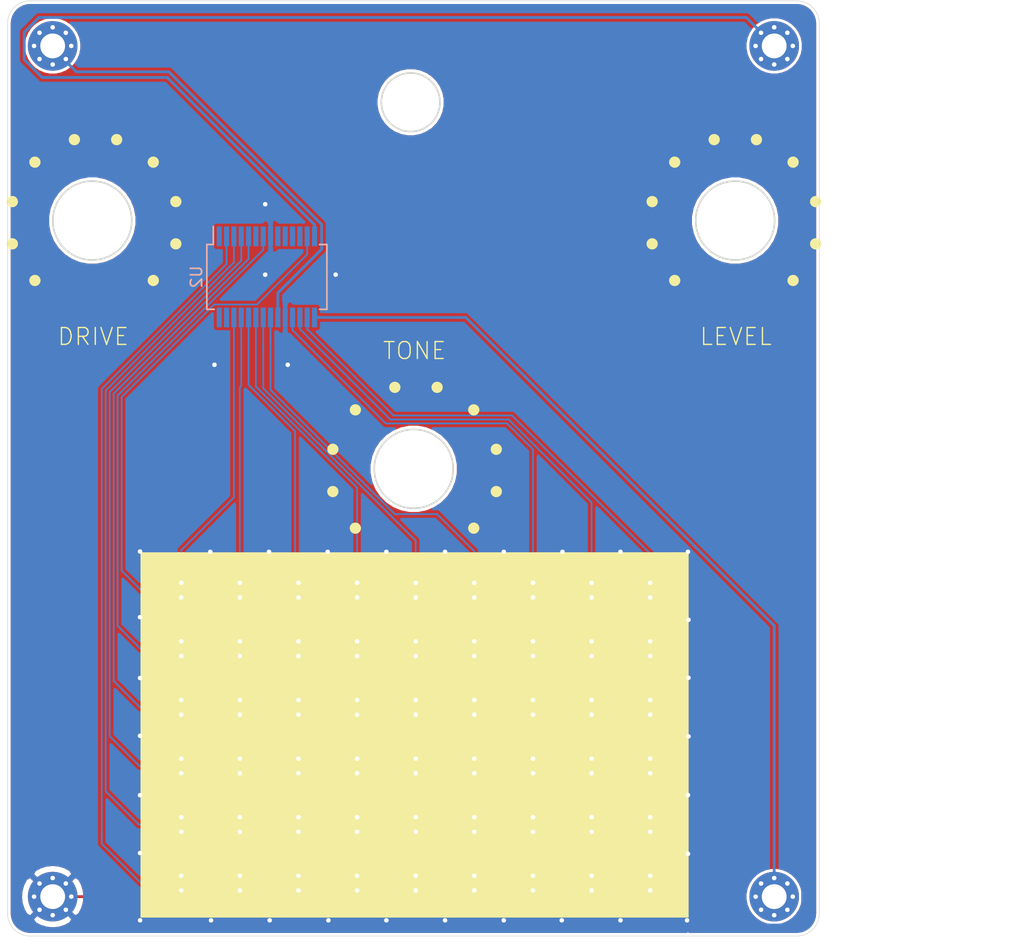
<source format=kicad_pcb>
(kicad_pcb (version 20171130) (host pcbnew 5.1.5+dfsg1-2build2)

  (general
    (thickness 1.6)
    (drawings 75)
    (tracks 524)
    (zones 0)
    (modules 65)
    (nets 28)
  )

  (page A4)
  (layers
    (0 F.Cu signal)
    (31 B.Cu signal)
    (32 B.Adhes user)
    (33 F.Adhes user)
    (34 B.Paste user)
    (35 F.Paste user)
    (36 B.SilkS user hide)
    (37 F.SilkS user hide)
    (38 B.Mask user)
    (39 F.Mask user)
    (40 Dwgs.User user)
    (41 Cmts.User user)
    (42 Eco1.User user)
    (43 Eco2.User user)
    (44 Edge.Cuts user)
    (45 Margin user)
    (46 B.CrtYd user)
    (47 F.CrtYd user)
    (48 B.Fab user)
    (49 F.Fab user)
  )

  (setup
    (last_trace_width 0.25)
    (trace_clearance 0.2)
    (zone_clearance 0.254)
    (zone_45_only no)
    (trace_min 0.153)
    (via_size 0.6)
    (via_drill 0.4)
    (via_min_size 0.4)
    (via_min_drill 0.3)
    (uvia_size 0.3)
    (uvia_drill 0.1)
    (uvias_allowed no)
    (uvia_min_size 0.2)
    (uvia_min_drill 0.1)
    (edge_width 0.15)
    (segment_width 0.2)
    (pcb_text_width 0.3)
    (pcb_text_size 1.5 1.5)
    (mod_edge_width 0.15)
    (mod_text_size 1 1)
    (mod_text_width 0.15)
    (pad_size 0.7 0.7)
    (pad_drill 0.4)
    (pad_to_mask_clearance 0.2)
    (aux_axis_origin 0 0)
    (grid_origin 124.85 138.8)
    (visible_elements 7FFFFFFF)
    (pcbplotparams
      (layerselection 0x010f0_ffffffff)
      (usegerberextensions false)
      (usegerberattributes false)
      (usegerberadvancedattributes false)
      (creategerberjobfile false)
      (excludeedgelayer true)
      (linewidth 0.100000)
      (plotframeref false)
      (viasonmask false)
      (mode 1)
      (useauxorigin false)
      (hpglpennumber 1)
      (hpglpenspeed 20)
      (hpglpendiameter 15.000000)
      (psnegative false)
      (psa4output false)
      (plotreference true)
      (plotvalue true)
      (plotinvisibletext false)
      (padsonsilk false)
      (subtractmaskfromsilk false)
      (outputformat 1)
      (mirror false)
      (drillshape 0)
      (scaleselection 1)
      (outputdirectory "gerber"))
  )

  (net 0 "")
  (net 1 /X0)
  (net 2 /X1)
  (net 3 /X2)
  (net 4 /X3)
  (net 5 /X4)
  (net 6 /X5)
  (net 7 /Y3)
  (net 8 /Y4)
  (net 9 /Y5)
  (net 10 /Y6)
  (net 11 "Net-(U2-Pad6)")
  (net 12 /Y7)
  (net 13 "Net-(U2-Pad9)")
  (net 14 "Net-(U2-Pad10)")
  (net 15 /Y8)
  (net 16 /Y0)
  (net 17 /Y1)
  (net 18 /Y2)
  (net 19 "Net-(U2-Pad27)")
  (net 20 "Net-(U2-Pad28)")
  (net 21 GND)
  (net 22 VCC)
  (net 23 /INT)
  (net 24 /SDA)
  (net 25 /SCL)
  (net 26 /SYNC)
  (net 27 /RESET)

  (net_class Default "これは標準のネット クラスです。"
    (clearance 0.2)
    (trace_width 0.25)
    (via_dia 0.6)
    (via_drill 0.4)
    (uvia_dia 0.3)
    (uvia_drill 0.1)
    (add_net /INT)
    (add_net /RESET)
    (add_net /SCL)
    (add_net /SDA)
    (add_net /SYNC)
    (add_net GND)
    (add_net "Net-(U2-Pad10)")
    (add_net "Net-(U2-Pad27)")
    (add_net "Net-(U2-Pad28)")
    (add_net "Net-(U2-Pad6)")
    (add_net "Net-(U2-Pad9)")
    (add_net VCC)
  )

  (net_class cap ""
    (clearance 0.2)
    (trace_width 0.153)
    (via_dia 0.6)
    (via_drill 0.4)
    (uvia_dia 0.3)
    (uvia_drill 0.1)
    (add_net /X0)
    (add_net /X1)
    (add_net /X2)
    (add_net /X3)
    (add_net /X4)
    (add_net /X5)
    (add_net /Y0)
    (add_net /Y1)
    (add_net /Y2)
    (add_net /Y3)
    (add_net /Y4)
    (add_net /Y5)
    (add_net /Y6)
    (add_net /Y7)
    (add_net /Y8)
  )

  (net_class power ""
    (clearance 0.2)
    (trace_width 0.5)
    (via_dia 0.6)
    (via_drill 0.4)
    (uvia_dia 0.3)
    (uvia_drill 0.1)
  )

  (module Housings_SSOP:SSOP-28_5.3x10.2mm_Pitch0.65mm (layer B.Cu) (tedit 54130A77) (tstamp 60200B45)
    (at 115 85 270)
    (descr "28-Lead Plastic Shrink Small Outline (SS)-5.30 mm Body [SSOP] (see Microchip Packaging Specification 00000049BS.pdf)")
    (tags "SSOP 0.65")
    (path /5BA84AB7)
    (attr smd)
    (fp_text reference U2 (at 0 6.25 270) (layer B.SilkS)
      (effects (font (size 1 1) (thickness 0.15)) (justify mirror))
    )
    (fp_text value MTCH6102_SSOP (at 0 -6.25 270) (layer B.Fab)
      (effects (font (size 1 1) (thickness 0.15)) (justify mirror))
    )
    (fp_line (start -1.65 5.1) (end 2.65 5.1) (layer B.Fab) (width 0.15))
    (fp_line (start 2.65 5.1) (end 2.65 -5.1) (layer B.Fab) (width 0.15))
    (fp_line (start 2.65 -5.1) (end -2.65 -5.1) (layer B.Fab) (width 0.15))
    (fp_line (start -2.65 -5.1) (end -2.65 4.1) (layer B.Fab) (width 0.15))
    (fp_line (start -2.65 4.1) (end -1.65 5.1) (layer B.Fab) (width 0.15))
    (fp_line (start -4.75 5.5) (end -4.75 -5.5) (layer B.CrtYd) (width 0.05))
    (fp_line (start 4.75 5.5) (end 4.75 -5.5) (layer B.CrtYd) (width 0.05))
    (fp_line (start -4.75 5.5) (end 4.75 5.5) (layer B.CrtYd) (width 0.05))
    (fp_line (start -4.75 -5.5) (end 4.75 -5.5) (layer B.CrtYd) (width 0.05))
    (fp_line (start -2.875 5.325) (end -2.875 4.75) (layer B.SilkS) (width 0.15))
    (fp_line (start 2.875 5.325) (end 2.875 4.675) (layer B.SilkS) (width 0.15))
    (fp_line (start 2.875 -5.325) (end 2.875 -4.675) (layer B.SilkS) (width 0.15))
    (fp_line (start -2.875 -5.325) (end -2.875 -4.675) (layer B.SilkS) (width 0.15))
    (fp_line (start -2.875 5.325) (end 2.875 5.325) (layer B.SilkS) (width 0.15))
    (fp_line (start -2.875 -5.325) (end 2.875 -5.325) (layer B.SilkS) (width 0.15))
    (fp_line (start -2.875 4.75) (end -4.475 4.75) (layer B.SilkS) (width 0.15))
    (fp_text user %R (at 0 0 270) (layer B.Fab)
      (effects (font (size 0.8 0.8) (thickness 0.15)) (justify mirror))
    )
    (pad 1 smd rect (at -3.6 4.225 270) (size 1.75 0.45) (layers B.Cu B.Paste B.Mask)
      (net 27 /RESET))
    (pad 2 smd rect (at -3.6 3.575 270) (size 1.75 0.45) (layers B.Cu B.Paste B.Mask)
      (net 6 /X5))
    (pad 3 smd rect (at -3.6 2.925 270) (size 1.75 0.45) (layers B.Cu B.Paste B.Mask)
      (net 5 /X4))
    (pad 4 smd rect (at -3.6 2.275 270) (size 1.75 0.45) (layers B.Cu B.Paste B.Mask)
      (net 4 /X3))
    (pad 5 smd rect (at -3.6 1.625 270) (size 1.75 0.45) (layers B.Cu B.Paste B.Mask)
      (net 3 /X2))
    (pad 6 smd rect (at -3.6 0.975 270) (size 1.75 0.45) (layers B.Cu B.Paste B.Mask)
      (net 11 "Net-(U2-Pad6)"))
    (pad 7 smd rect (at -3.6 0.325 270) (size 1.75 0.45) (layers B.Cu B.Paste B.Mask)
      (net 2 /X1))
    (pad 8 smd rect (at -3.6 -0.325 270) (size 1.75 0.45) (layers B.Cu B.Paste B.Mask)
      (net 21 GND))
    (pad 9 smd rect (at -3.6 -0.975 270) (size 1.75 0.45) (layers B.Cu B.Paste B.Mask)
      (net 13 "Net-(U2-Pad9)"))
    (pad 10 smd rect (at -3.6 -1.625 270) (size 1.75 0.45) (layers B.Cu B.Paste B.Mask)
      (net 14 "Net-(U2-Pad10)"))
    (pad 11 smd rect (at -3.6 -2.275 270) (size 1.75 0.45) (layers B.Cu B.Paste B.Mask)
      (net 23 /INT))
    (pad 12 smd rect (at -3.6 -2.925 270) (size 1.75 0.45) (layers B.Cu B.Paste B.Mask)
      (net 26 /SYNC))
    (pad 13 smd rect (at -3.6 -3.575 270) (size 1.75 0.45) (layers B.Cu B.Paste B.Mask)
      (net 1 /X0))
    (pad 14 smd rect (at -3.6 -4.225 270) (size 1.75 0.45) (layers B.Cu B.Paste B.Mask)
      (net 25 /SCL))
    (pad 15 smd rect (at 3.6 -4.225 270) (size 1.75 0.45) (layers B.Cu B.Paste B.Mask)
      (net 24 /SDA))
    (pad 16 smd rect (at 3.6 -3.575 270) (size 1.75 0.45) (layers B.Cu B.Paste B.Mask)
      (net 16 /Y0))
    (pad 17 smd rect (at 3.6 -2.925 270) (size 1.75 0.45) (layers B.Cu B.Paste B.Mask)
      (net 17 /Y1))
    (pad 18 smd rect (at 3.6 -2.275 270) (size 1.75 0.45) (layers B.Cu B.Paste B.Mask)
      (net 18 /Y2))
    (pad 19 smd rect (at 3.6 -1.625 270) (size 1.75 0.45) (layers B.Cu B.Paste B.Mask)
      (net 21 GND))
    (pad 20 smd rect (at 3.6 -0.975 270) (size 1.75 0.45) (layers B.Cu B.Paste B.Mask)
      (net 22 VCC))
    (pad 21 smd rect (at 3.6 -0.325 270) (size 1.75 0.45) (layers B.Cu B.Paste B.Mask)
      (net 7 /Y3))
    (pad 22 smd rect (at 3.6 0.325 270) (size 1.75 0.45) (layers B.Cu B.Paste B.Mask)
      (net 8 /Y4))
    (pad 23 smd rect (at 3.6 0.975 270) (size 1.75 0.45) (layers B.Cu B.Paste B.Mask)
      (net 9 /Y5))
    (pad 24 smd rect (at 3.6 1.625 270) (size 1.75 0.45) (layers B.Cu B.Paste B.Mask)
      (net 10 /Y6))
    (pad 25 smd rect (at 3.6 2.275 270) (size 1.75 0.45) (layers B.Cu B.Paste B.Mask)
      (net 12 /Y7))
    (pad 26 smd rect (at 3.6 2.925 270) (size 1.75 0.45) (layers B.Cu B.Paste B.Mask)
      (net 15 /Y8))
    (pad 27 smd rect (at 3.6 3.575 270) (size 1.75 0.45) (layers B.Cu B.Paste B.Mask)
      (net 19 "Net-(U2-Pad27)"))
    (pad 28 smd rect (at 3.6 4.225 270) (size 1.75 0.45) (layers B.Cu B.Paste B.Mask)
      (net 20 "Net-(U2-Pad28)"))
    (model ${KISYS3DMOD}/Housings_SSOP.3dshapes/SSOP-28_5.3x10.2mm_Pitch0.65mm.wrl
      (at (xyz 0 0 0))
      (scale (xyz 1 1 1))
      (rotate (xyz 0 0 0))
    )
  )

  (module library:diamond_top_5mm (layer B.Cu) (tedit 5BA89D53) (tstamp 5BA88A55)
    (at 136 133.6)
    (path /5BA85434)
    (fp_text reference P11 (at 0 -3) (layer B.SilkS) hide
      (effects (font (size 1 1) (thickness 0.15)) (justify mirror))
    )
    (fp_text value Diamond (at 0 -2) (layer B.Fab)
      (effects (font (size 1 1) (thickness 0.15)) (justify mirror))
    )
    (pad 1 smd rect (at 0 0 315) (size 3.5355 3.5355) (layers B.Cu)
      (net 5 /X4))
  )

  (module MountingHole:MountingHole_2.2mm_M2_Pad_Via (layer F.Cu) (tedit 60434A36) (tstamp 601FCBBF)
    (at 96 64.5)
    (descr "Mounting Hole 2.2mm, M2")
    (tags "mounting hole 2.2mm m2")
    (path /6023F30F)
    (attr virtual)
    (fp_text reference J3 (at 0 -3.2) (layer F.SilkS) hide
      (effects (font (size 1 1) (thickness 0.15)))
    )
    (fp_text value Conn_01x01 (at 0 3.2) (layer F.Fab)
      (effects (font (size 1 1) (thickness 0.15)))
    )
    (fp_circle (center 0 0) (end 2.45 0) (layer F.CrtYd) (width 0.05))
    (fp_circle (center 0 0) (end 2.2 0) (layer Cmts.User) (width 0.15))
    (fp_text user %R (at 0.3 0) (layer F.Fab)
      (effects (font (size 1 1) (thickness 0.15)))
    )
    (pad 1 thru_hole circle (at 1.166726 -1.166726) (size 0.7 0.7) (drill 0.4) (layers *.Cu *.Mask))
    (pad 1 thru_hole circle (at 0 -1.65) (size 0.7 0.7) (drill 0.4) (layers *.Cu *.Mask))
    (pad 1 thru_hole circle (at -1.166726 -1.166726) (size 0.7 0.7) (drill 0.4) (layers *.Cu *.Mask))
    (pad 1 thru_hole circle (at -1.65 0) (size 0.7 0.7) (drill 0.4) (layers *.Cu *.Mask))
    (pad 1 thru_hole circle (at -1.166726 1.166726) (size 0.7 0.7) (drill 0.4) (layers *.Cu *.Mask))
    (pad 1 thru_hole circle (at 0 1.65) (size 0.7 0.7) (drill 0.4) (layers *.Cu *.Mask)
      (net 22 VCC))
    (pad 1 thru_hole circle (at 1.166726 1.166726) (size 0.7 0.7) (drill 0.4) (layers *.Cu *.Mask)
      (net 22 VCC))
    (pad 1 thru_hole circle (at 1.65 0) (size 0.7 0.7) (drill 0.4) (layers *.Cu *.Mask)
      (net 22 VCC))
    (pad 1 thru_hole circle (at 0 0) (size 4.4 4.4) (drill 2.2) (layers *.Cu *.Mask)
      (net 22 VCC))
  )

  (module MountingHole:MountingHole_2.2mm_M2_Pad_Via (layer F.Cu) (tedit 601FCD9A) (tstamp 601FC9E3)
    (at 160 140)
    (descr "Mounting Hole 2.2mm, M2")
    (tags "mounting hole 2.2mm m2")
    (path /6022B7E8)
    (attr virtual)
    (fp_text reference J4 (at 0 -3.2) (layer F.SilkS) hide
      (effects (font (size 1 1) (thickness 0.15)))
    )
    (fp_text value Conn_01x01 (at 0 3.2) (layer F.Fab)
      (effects (font (size 1 1) (thickness 0.15)))
    )
    (fp_text user %R (at 0.3 0) (layer F.Fab)
      (effects (font (size 1 1) (thickness 0.15)))
    )
    (fp_circle (center 0 0) (end 2.2 0) (layer Cmts.User) (width 0.15))
    (fp_circle (center 0 0) (end 2.45 0) (layer F.CrtYd) (width 0.05))
    (pad 1 thru_hole circle (at 0 0) (size 4.4 4.4) (drill 2.2) (layers *.Cu *.Mask)
      (net 24 /SDA))
    (pad 1 thru_hole circle (at 1.65 0) (size 0.7 0.7) (drill 0.4) (layers *.Cu *.Mask))
    (pad 1 thru_hole circle (at 1.166726 1.166726) (size 0.7 0.7) (drill 0.4) (layers *.Cu *.Mask))
    (pad 1 thru_hole circle (at 0 1.65) (size 0.7 0.7) (drill 0.4) (layers *.Cu *.Mask))
    (pad 1 thru_hole circle (at -1.166726 1.166726) (size 0.7 0.7) (drill 0.4) (layers *.Cu *.Mask))
    (pad 1 thru_hole circle (at -1.65 0) (size 0.7 0.7) (drill 0.4) (layers *.Cu *.Mask))
    (pad 1 thru_hole circle (at -1.166726 -1.166726) (size 0.7 0.7) (drill 0.4) (layers *.Cu *.Mask))
    (pad 1 thru_hole circle (at 0 -1.65) (size 0.7 0.7) (drill 0.4) (layers *.Cu *.Mask)
      (net 24 /SDA))
    (pad 1 thru_hole circle (at 1.166726 -1.166726) (size 0.7 0.7) (drill 0.4) (layers *.Cu *.Mask))
  )

  (module MountingHole:MountingHole_2.2mm_M2_Pad_Via (layer F.Cu) (tedit 60434A58) (tstamp 601FC9C6)
    (at 160 64.5)
    (descr "Mounting Hole 2.2mm, M2")
    (tags "mounting hole 2.2mm m2")
    (path /6023F841)
    (attr virtual)
    (fp_text reference J5 (at 0 -3.2) (layer F.SilkS) hide
      (effects (font (size 1 1) (thickness 0.15)))
    )
    (fp_text value Conn_01x01 (at 0 3.2) (layer F.Fab)
      (effects (font (size 1 1) (thickness 0.15)))
    )
    (fp_circle (center 0 0) (end 2.45 0) (layer F.CrtYd) (width 0.05))
    (fp_circle (center 0 0) (end 2.2 0) (layer Cmts.User) (width 0.15))
    (fp_text user %R (at 0.3 0) (layer F.Fab)
      (effects (font (size 1 1) (thickness 0.15)))
    )
    (pad 1 thru_hole circle (at 1.166726 -1.166726) (size 0.7 0.7) (drill 0.4) (layers *.Cu *.Mask))
    (pad 1 thru_hole circle (at 0 -1.65) (size 0.7 0.7) (drill 0.4) (layers *.Cu *.Mask))
    (pad 1 thru_hole circle (at -1.166726 -1.166726) (size 0.7 0.7) (drill 0.4) (layers *.Cu *.Mask)
      (net 25 /SCL))
    (pad 1 thru_hole circle (at -1.65 0) (size 0.7 0.7) (drill 0.4) (layers *.Cu *.Mask)
      (net 25 /SCL))
    (pad 1 thru_hole circle (at -1.166726 1.166726) (size 0.7 0.7) (drill 0.4) (layers *.Cu *.Mask))
    (pad 1 thru_hole circle (at 0 1.65) (size 0.7 0.7) (drill 0.4) (layers *.Cu *.Mask))
    (pad 1 thru_hole circle (at 1.166726 1.166726) (size 0.7 0.7) (drill 0.4) (layers *.Cu *.Mask))
    (pad 1 thru_hole circle (at 1.65 0) (size 0.7 0.7) (drill 0.4) (layers *.Cu *.Mask))
    (pad 1 thru_hole circle (at 0 0) (size 4.4 4.4) (drill 2.2) (layers *.Cu *.Mask)
      (net 25 /SCL))
  )

  (module MountingHole:MountingHole_2.2mm_M2_Pad_Via (layer F.Cu) (tedit 602D0875) (tstamp 601FC9B4)
    (at 96 140)
    (descr "Mounting Hole 2.2mm, M2")
    (tags "mounting hole 2.2mm m2")
    (path /6024199B)
    (attr virtual)
    (fp_text reference J6 (at 0 -3.2) (layer F.SilkS) hide
      (effects (font (size 1 1) (thickness 0.15)))
    )
    (fp_text value Conn_01x01 (at 0 3.2) (layer F.Fab)
      (effects (font (size 1 1) (thickness 0.15)))
    )
    (fp_circle (center 0 0) (end 2.45 0) (layer F.CrtYd) (width 0.05))
    (fp_circle (center 0 0) (end 2.2 0) (layer Cmts.User) (width 0.15))
    (fp_text user %R (at 0.3 0) (layer F.Fab)
      (effects (font (size 1 1) (thickness 0.15)))
    )
    (pad 1 thru_hole circle (at 1.166726 -1.166726) (size 0.7 0.7) (drill 0.4) (layers *.Cu *.Mask)
      (net 21 GND))
    (pad 1 thru_hole circle (at 0 -1.65) (size 0.7 0.7) (drill 0.4) (layers *.Cu *.Mask)
      (net 21 GND))
    (pad 1 thru_hole circle (at -1.166726 -1.166726) (size 0.7 0.7) (drill 0.4) (layers *.Cu *.Mask)
      (net 21 GND))
    (pad 1 thru_hole circle (at -1.65 0) (size 0.7 0.7) (drill 0.4) (layers *.Cu *.Mask)
      (net 21 GND))
    (pad 1 thru_hole circle (at -1.166726 1.166726) (size 0.7 0.7) (drill 0.4) (layers *.Cu *.Mask)
      (net 21 GND))
    (pad 1 thru_hole circle (at 0 1.65) (size 0.7 0.7) (drill 0.4) (layers *.Cu *.Mask)
      (net 21 GND))
    (pad 1 thru_hole circle (at 1.166726 1.166726) (size 0.7 0.7) (drill 0.4) (layers *.Cu *.Mask)
      (net 21 GND))
    (pad 1 thru_hole circle (at 1.65 0) (size 0.7 0.7) (drill 0.4) (layers *.Cu *.Mask)
      (net 21 GND))
    (pad 1 thru_hole circle (at 0 0) (size 4.4 4.4) (drill 2.2) (layers *.Cu *.Mask)
      (net 21 GND))
  )

  (module library:diamond_top_5mm (layer B.Cu) (tedit 5BA89D53) (tstamp 5BA8431F)
    (at 110 112.8)
    (path /5BA843A0)
    (fp_text reference P7 (at 0 -3) (layer B.SilkS) hide
      (effects (font (size 1 1) (thickness 0.15)) (justify mirror))
    )
    (fp_text value Diamond (at 0 -2) (layer B.Fab)
      (effects (font (size 1 1) (thickness 0.15)) (justify mirror))
    )
    (pad 1 smd rect (at 0 0 315) (size 3.5355 3.5355) (layers B.Cu)
      (net 1 /X0))
  )

  (module library:diamond_top_5mm (layer B.Cu) (tedit 5BA89D53) (tstamp 5BA84324)
    (at 110 118)
    (path /5BA85249)
    (fp_text reference P8 (at 0 -3) (layer B.SilkS) hide
      (effects (font (size 1 1) (thickness 0.15)) (justify mirror))
    )
    (fp_text value Diamond (at 0 -2) (layer B.Fab)
      (effects (font (size 1 1) (thickness 0.15)) (justify mirror))
    )
    (pad 1 smd rect (at 0 0 315) (size 3.5355 3.5355) (layers B.Cu)
      (net 2 /X1))
  )

  (module library:diamond_top_5mm (layer B.Cu) (tedit 5BA89D53) (tstamp 5BA88A62)
    (at 115.2 138.8)
    (path /5BA8548F)
    (fp_text reference P12 (at 0 -3) (layer B.SilkS) hide
      (effects (font (size 1 1) (thickness 0.15)) (justify mirror))
    )
    (fp_text value Diamond (at 0 -2) (layer B.Fab)
      (effects (font (size 1 1) (thickness 0.15)) (justify mirror))
    )
    (pad 1 smd rect (at 0 0 315) (size 3.5355 3.5355) (layers B.Cu)
      (net 6 /X5))
  )

  (module library:diamond_top_5mm (layer B.Cu) (tedit 5BA89D53) (tstamp 5BA88A5D)
    (at 146.4 133.6)
    (path /5BA85434)
    (fp_text reference P11 (at 0 -3) (layer B.SilkS) hide
      (effects (font (size 1 1) (thickness 0.15)) (justify mirror))
    )
    (fp_text value Diamond (at 0 -2) (layer B.Fab)
      (effects (font (size 1 1) (thickness 0.15)) (justify mirror))
    )
    (pad 1 smd rect (at 0 0 315) (size 3.5355 3.5355) (layers B.Cu)
      (net 5 /X4))
  )

  (module library:diamond_top_5mm (layer B.Cu) (tedit 5BA89D53) (tstamp 5BA88A6A)
    (at 125.6 138.8)
    (path /5BA8548F)
    (fp_text reference P12 (at 0 -3) (layer B.SilkS) hide
      (effects (font (size 1 1) (thickness 0.15)) (justify mirror))
    )
    (fp_text value Diamond (at 0 -2) (layer B.Fab)
      (effects (font (size 1 1) (thickness 0.15)) (justify mirror))
    )
    (pad 1 smd rect (at 0 0 315) (size 3.5355 3.5355) (layers B.Cu)
      (net 6 /X5))
  )

  (module library:diamond_top_5mm (layer B.Cu) (tedit 5BA89D53) (tstamp 5BA88A66)
    (at 120.4 138.8)
    (path /5BA8548F)
    (fp_text reference P12 (at 0 -3) (layer B.SilkS) hide
      (effects (font (size 1 1) (thickness 0.15)) (justify mirror))
    )
    (fp_text value Diamond (at 0 -2) (layer B.Fab)
      (effects (font (size 1 1) (thickness 0.15)) (justify mirror))
    )
    (pad 1 smd rect (at 0 0 315) (size 3.5355 3.5355) (layers B.Cu)
      (net 6 /X5))
  )

  (module library:diamond_top_5mm (layer B.Cu) (tedit 5BA89D53) (tstamp 5BA889D5)
    (at 120.4 112.8)
    (path /5BA843A0)
    (fp_text reference P7 (at 0 -3) (layer B.SilkS) hide
      (effects (font (size 1 1) (thickness 0.15)) (justify mirror))
    )
    (fp_text value Diamond (at 0 -2) (layer B.Fab)
      (effects (font (size 1 1) (thickness 0.15)) (justify mirror))
    )
    (pad 1 smd rect (at 0 0 315) (size 3.5355 3.5355) (layers B.Cu)
      (net 1 /X0))
  )

  (module library:diamond_top_5mm (layer B.Cu) (tedit 5BA89D53) (tstamp 5BA889D1)
    (at 115.2 112.8)
    (path /5BA843A0)
    (fp_text reference P7 (at 0 -3) (layer B.SilkS) hide
      (effects (font (size 1 1) (thickness 0.15)) (justify mirror))
    )
    (fp_text value Diamond (at 0 -2) (layer B.Fab)
      (effects (font (size 1 1) (thickness 0.15)) (justify mirror))
    )
    (pad 1 smd rect (at 0 0 315) (size 3.5355 3.5355) (layers B.Cu)
      (net 1 /X0))
  )

  (module library:diamond_top_5mm (layer B.Cu) (tedit 5BA89D53) (tstamp 5BA88A6E)
    (at 130.8 138.8)
    (path /5BA8548F)
    (fp_text reference P12 (at 0 -3) (layer B.SilkS) hide
      (effects (font (size 1 1) (thickness 0.15)) (justify mirror))
    )
    (fp_text value Diamond (at 0 -2) (layer B.Fab)
      (effects (font (size 1 1) (thickness 0.15)) (justify mirror))
    )
    (pad 1 smd rect (at 0 0 315) (size 3.5355 3.5355) (layers B.Cu)
      (net 6 /X5))
  )

  (module library:diamond_top_edge (layer B.Cu) (tedit 5BA89DAB) (tstamp 5BA88A93)
    (at 149.1 138.8 270)
    (path /5BA85496)
    (fp_text reference P6 (at 0 -3.5 270) (layer B.SilkS) hide
      (effects (font (size 1 1) (thickness 0.15)) (justify mirror))
    )
    (fp_text value Diamond_Edge (at 0 -1.5 270) (layer B.Fab)
      (effects (font (size 1 1) (thickness 0.15)) (justify mirror))
    )
    (pad 1 smd trapezoid (at 0 -1.25 270) (size 2.5 2.5) (rect_delta 0 -2.4999 ) (layers B.Cu)
      (net 6 /X5))
  )

  (module library:diamond_top_5mm (layer B.Cu) (tedit 5BA89D53) (tstamp 5BA88A76)
    (at 141.2 138.8)
    (path /5BA8548F)
    (fp_text reference P12 (at 0 -3) (layer B.SilkS) hide
      (effects (font (size 1 1) (thickness 0.15)) (justify mirror))
    )
    (fp_text value Diamond (at 0 -2) (layer B.Fab)
      (effects (font (size 1 1) (thickness 0.15)) (justify mirror))
    )
    (pad 1 smd rect (at 0 0 315) (size 3.5355 3.5355) (layers B.Cu)
      (net 6 /X5))
  )

  (module library:diamond_top_5mm (layer B.Cu) (tedit 5BA89D53) (tstamp 5BA88A72)
    (at 136 138.8)
    (path /5BA8548F)
    (fp_text reference P12 (at 0 -3) (layer B.SilkS) hide
      (effects (font (size 1 1) (thickness 0.15)) (justify mirror))
    )
    (fp_text value Diamond (at 0 -2) (layer B.Fab)
      (effects (font (size 1 1) (thickness 0.15)) (justify mirror))
    )
    (pad 1 smd rect (at 0 0 315) (size 3.5355 3.5355) (layers B.Cu)
      (net 6 /X5))
  )

  (module library:diamond_top_5mm (layer B.Cu) (tedit 5BA89D53) (tstamp 5BA889FE)
    (at 136 118)
    (path /5BA85249)
    (fp_text reference P8 (at 0 -3) (layer B.SilkS) hide
      (effects (font (size 1 1) (thickness 0.15)) (justify mirror))
    )
    (fp_text value Diamond (at 0 -2) (layer B.Fab)
      (effects (font (size 1 1) (thickness 0.15)) (justify mirror))
    )
    (pad 1 smd rect (at 0 0 315) (size 3.5355 3.5355) (layers B.Cu)
      (net 2 /X1))
  )

  (module library:diamond_top_5mm (layer B.Cu) (tedit 5BA89D53) (tstamp 5BA889FA)
    (at 130.8 118)
    (path /5BA85249)
    (fp_text reference P8 (at 0 -3) (layer B.SilkS) hide
      (effects (font (size 1 1) (thickness 0.15)) (justify mirror))
    )
    (fp_text value Diamond (at 0 -2) (layer B.Fab)
      (effects (font (size 1 1) (thickness 0.15)) (justify mirror))
    )
    (pad 1 smd rect (at 0 0 315) (size 3.5355 3.5355) (layers B.Cu)
      (net 2 /X1))
  )

  (module library:diamond_top_5mm (layer B.Cu) (tedit 5BA89D53) (tstamp 5BA88A17)
    (at 130.8 123.2)
    (path /5BA852EA)
    (fp_text reference P9 (at 0 -3) (layer B.SilkS) hide
      (effects (font (size 1 1) (thickness 0.15)) (justify mirror))
    )
    (fp_text value Diamond (at 0 -2) (layer B.Fab)
      (effects (font (size 1 1) (thickness 0.15)) (justify mirror))
    )
    (pad 1 smd rect (at 0 0 315) (size 3.5355 3.5355) (layers B.Cu)
      (net 3 /X2))
  )

  (module library:diamond_top_5mm (layer B.Cu) (tedit 5BA89D53) (tstamp 5BA88A13)
    (at 125.6 123.2)
    (path /5BA852EA)
    (fp_text reference P9 (at 0 -3) (layer B.SilkS) hide
      (effects (font (size 1 1) (thickness 0.15)) (justify mirror))
    )
    (fp_text value Diamond (at 0 -2) (layer B.Fab)
      (effects (font (size 1 1) (thickness 0.15)) (justify mirror))
    )
    (pad 1 smd rect (at 0 0 315) (size 3.5355 3.5355) (layers B.Cu)
      (net 3 /X2))
  )

  (module library:diamond_top_5mm (layer B.Cu) (tedit 5BA89D53) (tstamp 5BA88A30)
    (at 125.6 128.4)
    (path /5BA8538F)
    (fp_text reference P10 (at 0 -3) (layer B.SilkS) hide
      (effects (font (size 1 1) (thickness 0.15)) (justify mirror))
    )
    (fp_text value Diamond (at 0 -2) (layer B.Fab)
      (effects (font (size 1 1) (thickness 0.15)) (justify mirror))
    )
    (pad 1 smd rect (at 0 0 315) (size 3.5355 3.5355) (layers B.Cu)
      (net 4 /X3))
  )

  (module library:diamond_top_5mm (layer B.Cu) (tedit 5BA89D53) (tstamp 5BA88A2C)
    (at 120.4 128.4)
    (path /5BA8538F)
    (fp_text reference P10 (at 0 -3) (layer B.SilkS) hide
      (effects (font (size 1 1) (thickness 0.15)) (justify mirror))
    )
    (fp_text value Diamond (at 0 -2) (layer B.Fab)
      (effects (font (size 1 1) (thickness 0.15)) (justify mirror))
    )
    (pad 1 smd rect (at 0 0 315) (size 3.5355 3.5355) (layers B.Cu)
      (net 4 /X3))
  )

  (module library:diamond_top_5mm (layer B.Cu) (tedit 5BA89D53) (tstamp 5BA889E1)
    (at 136 112.8)
    (path /5BA843A0)
    (fp_text reference P7 (at 0 -3) (layer B.SilkS) hide
      (effects (font (size 1 1) (thickness 0.15)) (justify mirror))
    )
    (fp_text value Diamond (at 0 -2) (layer B.Fab)
      (effects (font (size 1 1) (thickness 0.15)) (justify mirror))
    )
    (pad 1 smd rect (at 0 0 315) (size 3.5355 3.5355) (layers B.Cu)
      (net 1 /X0))
  )

  (module library:diamond_top_5mm (layer B.Cu) (tedit 5BA89D53) (tstamp 5BA889DD)
    (at 130.8 112.8)
    (path /5BA843A0)
    (fp_text reference P7 (at 0 -3) (layer B.SilkS) hide
      (effects (font (size 1 1) (thickness 0.15)) (justify mirror))
    )
    (fp_text value Diamond (at 0 -2) (layer B.Fab)
      (effects (font (size 1 1) (thickness 0.15)) (justify mirror))
    )
    (pad 1 smd rect (at 0 0 315) (size 3.5355 3.5355) (layers B.Cu)
      (net 1 /X0))
  )

  (module library:diamond_top_5mm (layer B.Cu) (tedit 5BA89D53) (tstamp 5BA889D9)
    (at 125.6 112.8)
    (path /5BA843A0)
    (fp_text reference P7 (at 0 -3) (layer B.SilkS) hide
      (effects (font (size 1 1) (thickness 0.15)) (justify mirror))
    )
    (fp_text value Diamond (at 0 -2) (layer B.Fab)
      (effects (font (size 1 1) (thickness 0.15)) (justify mirror))
    )
    (pad 1 smd rect (at 0 0 315) (size 3.5355 3.5355) (layers B.Cu)
      (net 1 /X0))
  )

  (module library:diamond_top_5mm (layer B.Cu) (tedit 5BA89D53) (tstamp 5BA88A1F)
    (at 141.2 123.2)
    (path /5BA852EA)
    (fp_text reference P9 (at 0 -3) (layer B.SilkS) hide
      (effects (font (size 1 1) (thickness 0.15)) (justify mirror))
    )
    (fp_text value Diamond (at 0 -2) (layer B.Fab)
      (effects (font (size 1 1) (thickness 0.15)) (justify mirror))
    )
    (pad 1 smd rect (at 0 0 315) (size 3.5355 3.5355) (layers B.Cu)
      (net 3 /X2))
  )

  (module library:diamond_top_5mm (layer B.Cu) (tedit 5BA89D53) (tstamp 5BA88A1B)
    (at 136 123.2)
    (path /5BA852EA)
    (fp_text reference P9 (at 0 -3) (layer B.SilkS) hide
      (effects (font (size 1 1) (thickness 0.15)) (justify mirror))
    )
    (fp_text value Diamond (at 0 -2) (layer B.Fab)
      (effects (font (size 1 1) (thickness 0.15)) (justify mirror))
    )
    (pad 1 smd rect (at 0 0 315) (size 3.5355 3.5355) (layers B.Cu)
      (net 3 /X2))
  )

  (module library:diamond_top_5mm (layer B.Cu) (tedit 5BA89D53) (tstamp 5BA889E5)
    (at 141.2 112.8)
    (path /5BA843A0)
    (fp_text reference P7 (at 0 -3) (layer B.SilkS) hide
      (effects (font (size 1 1) (thickness 0.15)) (justify mirror))
    )
    (fp_text value Diamond (at 0 -2) (layer B.Fab)
      (effects (font (size 1 1) (thickness 0.15)) (justify mirror))
    )
    (pad 1 smd rect (at 0 0 315) (size 3.5355 3.5355) (layers B.Cu)
      (net 1 /X0))
  )

  (module library:diamond_top_5mm (layer B.Cu) (tedit 5BA89D53) (tstamp 5BA88A7A)
    (at 146.4 138.8)
    (path /5BA8548F)
    (fp_text reference P12 (at 0 -3) (layer B.SilkS) hide
      (effects (font (size 1 1) (thickness 0.15)) (justify mirror))
    )
    (fp_text value Diamond (at 0 -2) (layer B.Fab)
      (effects (font (size 1 1) (thickness 0.15)) (justify mirror))
    )
    (pad 1 smd rect (at 0 0 315) (size 3.5355 3.5355) (layers B.Cu)
      (net 6 /X5))
  )

  (module library:diamond_top_5mm (layer B.Cu) (tedit 5BA89D53) (tstamp 5BA889EE)
    (at 115.2 118)
    (path /5BA85249)
    (fp_text reference P8 (at 0 -3) (layer B.SilkS) hide
      (effects (font (size 1 1) (thickness 0.15)) (justify mirror))
    )
    (fp_text value Diamond (at 0 -2) (layer B.Fab)
      (effects (font (size 1 1) (thickness 0.15)) (justify mirror))
    )
    (pad 1 smd rect (at 0 0 315) (size 3.5355 3.5355) (layers B.Cu)
      (net 2 /X1))
  )

  (module library:diamond_top_5mm (layer B.Cu) (tedit 5BA89D53) (tstamp 5BA889E9)
    (at 146.4 112.8)
    (path /5BA843A0)
    (fp_text reference P7 (at 0 -3) (layer B.SilkS) hide
      (effects (font (size 1 1) (thickness 0.15)) (justify mirror))
    )
    (fp_text value Diamond (at 0 -2) (layer B.Fab)
      (effects (font (size 1 1) (thickness 0.15)) (justify mirror))
    )
    (pad 1 smd rect (at 0 0 315) (size 3.5355 3.5355) (layers B.Cu)
      (net 1 /X0))
  )

  (module library:diamond_top_5mm (layer B.Cu) (tedit 5BA89D53) (tstamp 5BA88A51)
    (at 130.8 133.6)
    (path /5BA85434)
    (fp_text reference P11 (at 0 -3) (layer B.SilkS) hide
      (effects (font (size 1 1) (thickness 0.15)) (justify mirror))
    )
    (fp_text value Diamond (at 0 -2) (layer B.Fab)
      (effects (font (size 1 1) (thickness 0.15)) (justify mirror))
    )
    (pad 1 smd rect (at 0 0 315) (size 3.5355 3.5355) (layers B.Cu)
      (net 5 /X4))
  )

  (module library:diamond_top_5mm (layer B.Cu) (tedit 5BA89D53) (tstamp 5BA88A06)
    (at 146.4 118)
    (path /5BA85249)
    (fp_text reference P8 (at 0 -3) (layer B.SilkS) hide
      (effects (font (size 1 1) (thickness 0.15)) (justify mirror))
    )
    (fp_text value Diamond (at 0 -2) (layer B.Fab)
      (effects (font (size 1 1) (thickness 0.15)) (justify mirror))
    )
    (pad 1 smd rect (at 0 0 315) (size 3.5355 3.5355) (layers B.Cu)
      (net 2 /X1))
  )

  (module library:diamond_top_5mm (layer B.Cu) (tedit 5BA89D53) (tstamp 5BA88A02)
    (at 141.2 118)
    (path /5BA85249)
    (fp_text reference P8 (at 0 -3) (layer B.SilkS) hide
      (effects (font (size 1 1) (thickness 0.15)) (justify mirror))
    )
    (fp_text value Diamond (at 0 -2) (layer B.Fab)
      (effects (font (size 1 1) (thickness 0.15)) (justify mirror))
    )
    (pad 1 smd rect (at 0 0 315) (size 3.5355 3.5355) (layers B.Cu)
      (net 2 /X1))
  )

  (module library:diamond_top_edge (layer B.Cu) (tedit 5BA89DAB) (tstamp 5BA88A8B)
    (at 149.1 128.4 270)
    (path /5BA85396)
    (fp_text reference P4 (at 0 -3.5 270) (layer B.SilkS) hide
      (effects (font (size 1 1) (thickness 0.15)) (justify mirror))
    )
    (fp_text value Diamond_Edge (at 0 -1.5 270) (layer B.Fab)
      (effects (font (size 1 1) (thickness 0.15)) (justify mirror))
    )
    (pad 1 smd trapezoid (at 0 -1.25 270) (size 2.5 2.5) (rect_delta 0 -2.4999 ) (layers B.Cu)
      (net 4 /X3))
  )

  (module library:diamond_top_edge (layer B.Cu) (tedit 5BA89DAB) (tstamp 5BA88A8F)
    (at 149.1 133.6 270)
    (path /5BA8543B)
    (fp_text reference P5 (at 0 -3.5 270) (layer B.SilkS) hide
      (effects (font (size 1 1) (thickness 0.15)) (justify mirror))
    )
    (fp_text value Diamond_Edge (at 0 -1.5 270) (layer B.Fab)
      (effects (font (size 1 1) (thickness 0.15)) (justify mirror))
    )
    (pad 1 smd trapezoid (at 0 -1.25 270) (size 2.5 2.5) (rect_delta 0 -2.4999 ) (layers B.Cu)
      (net 5 /X4))
  )

  (module library:diamond_top_5mm (layer B.Cu) (tedit 5BA89D53) (tstamp 5BA88A4D)
    (at 125.6 133.6)
    (path /5BA85434)
    (fp_text reference P11 (at 0 -3) (layer B.SilkS) hide
      (effects (font (size 1 1) (thickness 0.15)) (justify mirror))
    )
    (fp_text value Diamond (at 0 -2) (layer B.Fab)
      (effects (font (size 1 1) (thickness 0.15)) (justify mirror))
    )
    (pad 1 smd rect (at 0 0 315) (size 3.5355 3.5355) (layers B.Cu)
      (net 5 /X4))
  )

  (module library:diamond_top_5mm (layer B.Cu) (tedit 5BA89D53) (tstamp 5BA88A49)
    (at 120.4 133.6)
    (path /5BA85434)
    (fp_text reference P11 (at 0 -3) (layer B.SilkS) hide
      (effects (font (size 1 1) (thickness 0.15)) (justify mirror))
    )
    (fp_text value Diamond (at 0 -2) (layer B.Fab)
      (effects (font (size 1 1) (thickness 0.15)) (justify mirror))
    )
    (pad 1 smd rect (at 0 0 315) (size 3.5355 3.5355) (layers B.Cu)
      (net 5 /X4))
  )

  (module library:diamond_top_5mm (layer B.Cu) (tedit 5BA89D53) (tstamp 5BA889F6)
    (at 125.6 118)
    (path /5BA85249)
    (fp_text reference P8 (at 0 -3) (layer B.SilkS) hide
      (effects (font (size 1 1) (thickness 0.15)) (justify mirror))
    )
    (fp_text value Diamond (at 0 -2) (layer B.Fab)
      (effects (font (size 1 1) (thickness 0.15)) (justify mirror))
    )
    (pad 1 smd rect (at 0 0 315) (size 3.5355 3.5355) (layers B.Cu)
      (net 2 /X1))
  )

  (module library:diamond_top_5mm (layer B.Cu) (tedit 5BA89D53) (tstamp 5BA889F2)
    (at 120.4 118)
    (path /5BA85249)
    (fp_text reference P8 (at 0 -3) (layer B.SilkS) hide
      (effects (font (size 1 1) (thickness 0.15)) (justify mirror))
    )
    (fp_text value Diamond (at 0 -2) (layer B.Fab)
      (effects (font (size 1 1) (thickness 0.15)) (justify mirror))
    )
    (pad 1 smd rect (at 0 0 315) (size 3.5355 3.5355) (layers B.Cu)
      (net 2 /X1))
  )

  (module library:diamond_top_5mm (layer B.Cu) (tedit 5BA89D53) (tstamp 5BA88A38)
    (at 136 128.4)
    (path /5BA8538F)
    (fp_text reference P10 (at 0 -3) (layer B.SilkS) hide
      (effects (font (size 1 1) (thickness 0.15)) (justify mirror))
    )
    (fp_text value Diamond (at 0 -2) (layer B.Fab)
      (effects (font (size 1 1) (thickness 0.15)) (justify mirror))
    )
    (pad 1 smd rect (at 0 0 315) (size 3.5355 3.5355) (layers B.Cu)
      (net 4 /X3))
  )

  (module library:diamond_top_5mm (layer B.Cu) (tedit 5BA89D53) (tstamp 5BA88A34)
    (at 130.8 128.4)
    (path /5BA8538F)
    (fp_text reference P10 (at 0 -3) (layer B.SilkS) hide
      (effects (font (size 1 1) (thickness 0.15)) (justify mirror))
    )
    (fp_text value Diamond (at 0 -2) (layer B.Fab)
      (effects (font (size 1 1) (thickness 0.15)) (justify mirror))
    )
    (pad 1 smd rect (at 0 0 315) (size 3.5355 3.5355) (layers B.Cu)
      (net 4 /X3))
  )

  (module library:diamond_top_5mm (layer B.Cu) (tedit 5BA89D53) (tstamp 5BA88A59)
    (at 141.2 133.6)
    (path /5BA85434)
    (fp_text reference P11 (at 0 -3) (layer B.SilkS) hide
      (effects (font (size 1 1) (thickness 0.15)) (justify mirror))
    )
    (fp_text value Diamond (at 0 -2) (layer B.Fab)
      (effects (font (size 1 1) (thickness 0.15)) (justify mirror))
    )
    (pad 1 smd rect (at 0 0 315) (size 3.5355 3.5355) (layers B.Cu)
      (net 5 /X4))
  )

  (module library:diamond_top_edge (layer B.Cu) (tedit 5BA89DAB) (tstamp 5BA88A83)
    (at 149.1 118 270)
    (path /5BA8524F)
    (fp_text reference P2 (at 0 -3.5 270) (layer B.SilkS) hide
      (effects (font (size 1 1) (thickness 0.15)) (justify mirror))
    )
    (fp_text value Diamond_Edge (at 0 -1.5 270) (layer B.Fab)
      (effects (font (size 1 1) (thickness 0.15)) (justify mirror))
    )
    (pad 1 smd trapezoid (at 0 -1.25 270) (size 2.5 2.5) (rect_delta 0 -2.4999 ) (layers B.Cu)
      (net 2 /X1))
  )

  (module library:diamond_top_edge (layer B.Cu) (tedit 5BA89DAB) (tstamp 5BA88A87)
    (at 149.1 123.2 270)
    (path /5BA852F1)
    (fp_text reference P3 (at 0 -3.5 270) (layer B.SilkS) hide
      (effects (font (size 1 1) (thickness 0.15)) (justify mirror))
    )
    (fp_text value Diamond_Edge (at 0 -1.5 270) (layer B.Fab)
      (effects (font (size 1 1) (thickness 0.15)) (justify mirror))
    )
    (pad 1 smd trapezoid (at 0 -1.25 270) (size 2.5 2.5) (rect_delta 0 -2.4999 ) (layers B.Cu)
      (net 3 /X2))
  )

  (module library:diamond_top_5mm (layer B.Cu) (tedit 5BA89D53) (tstamp 5BA84338)
    (at 110 138.8)
    (path /5BA8548F)
    (fp_text reference P12 (at 0 -3) (layer B.SilkS) hide
      (effects (font (size 1 1) (thickness 0.15)) (justify mirror))
    )
    (fp_text value Diamond (at 0 -2) (layer B.Fab)
      (effects (font (size 1 1) (thickness 0.15)) (justify mirror))
    )
    (pad 1 smd rect (at 0 0 315) (size 3.5355 3.5355) (layers B.Cu)
      (net 6 /X5))
  )

  (module library:diamond_top_5mm (layer B.Cu) (tedit 5BA89D53) (tstamp 5BA88A0F)
    (at 120.4 123.2)
    (path /5BA852EA)
    (fp_text reference P9 (at 0 -3) (layer B.SilkS) hide
      (effects (font (size 1 1) (thickness 0.15)) (justify mirror))
    )
    (fp_text value Diamond (at 0 -2) (layer B.Fab)
      (effects (font (size 1 1) (thickness 0.15)) (justify mirror))
    )
    (pad 1 smd rect (at 0 0 315) (size 3.5355 3.5355) (layers B.Cu)
      (net 3 /X2))
  )

  (module library:diamond_top_5mm (layer B.Cu) (tedit 5BA89D53) (tstamp 5BA88A0B)
    (at 115.2 123.2)
    (path /5BA852EA)
    (fp_text reference P9 (at 0 -3) (layer B.SilkS) hide
      (effects (font (size 1 1) (thickness 0.15)) (justify mirror))
    )
    (fp_text value Diamond (at 0 -2) (layer B.Fab)
      (effects (font (size 1 1) (thickness 0.15)) (justify mirror))
    )
    (pad 1 smd rect (at 0 0 315) (size 3.5355 3.5355) (layers B.Cu)
      (net 3 /X2))
  )

  (module library:diamond_top_5mm (layer B.Cu) (tedit 5BA89D53) (tstamp 5BA84329)
    (at 110 123.2)
    (path /5BA852EA)
    (fp_text reference P9 (at 0 -3) (layer B.SilkS) hide
      (effects (font (size 1 1) (thickness 0.15)) (justify mirror))
    )
    (fp_text value Diamond (at 0 -2) (layer B.Fab)
      (effects (font (size 1 1) (thickness 0.15)) (justify mirror))
    )
    (pad 1 smd rect (at 0 0 315) (size 3.5355 3.5355) (layers B.Cu)
      (net 3 /X2))
  )

  (module library:diamond_top_5mm (layer B.Cu) (tedit 5BA89D53) (tstamp 5BA8432E)
    (at 110 128.4)
    (path /5BA8538F)
    (fp_text reference P10 (at 0 -3) (layer B.SilkS) hide
      (effects (font (size 1 1) (thickness 0.15)) (justify mirror))
    )
    (fp_text value Diamond (at 0 -2) (layer B.Fab)
      (effects (font (size 1 1) (thickness 0.15)) (justify mirror))
    )
    (pad 1 smd rect (at 0 0 315) (size 3.5355 3.5355) (layers B.Cu)
      (net 4 /X3))
  )

  (module library:diamond_top_5mm (layer B.Cu) (tedit 5BA89D53) (tstamp 5BA88A28)
    (at 115.2 128.4)
    (path /5BA8538F)
    (fp_text reference P10 (at 0 -3) (layer B.SilkS) hide
      (effects (font (size 1 1) (thickness 0.15)) (justify mirror))
    )
    (fp_text value Diamond (at 0 -2) (layer B.Fab)
      (effects (font (size 1 1) (thickness 0.15)) (justify mirror))
    )
    (pad 1 smd rect (at 0 0 315) (size 3.5355 3.5355) (layers B.Cu)
      (net 4 /X3))
  )

  (module library:diamond_top_5mm (layer B.Cu) (tedit 5BA89D53) (tstamp 5BA88A23)
    (at 146.4 123.2)
    (path /5BA852EA)
    (fp_text reference P9 (at 0 -3) (layer B.SilkS) hide
      (effects (font (size 1 1) (thickness 0.15)) (justify mirror))
    )
    (fp_text value Diamond (at 0 -2) (layer B.Fab)
      (effects (font (size 1 1) (thickness 0.15)) (justify mirror))
    )
    (pad 1 smd rect (at 0 0 315) (size 3.5355 3.5355) (layers B.Cu)
      (net 3 /X2))
  )

  (module library:diamond_top_edge (layer B.Cu) (tedit 5BA89DAB) (tstamp 5BA84310)
    (at 107.3 128.4 90)
    (path /5BA85396)
    (fp_text reference P4 (at 0 -3.5 90) (layer B.SilkS) hide
      (effects (font (size 1 1) (thickness 0.15)) (justify mirror))
    )
    (fp_text value Diamond_Edge (at 0 -1.5 90) (layer B.Fab)
      (effects (font (size 1 1) (thickness 0.15)) (justify mirror))
    )
    (pad 1 smd trapezoid (at 0 -1.25 90) (size 2.5 2.5) (rect_delta 0 -2.4999 ) (layers B.Cu)
      (net 4 /X3))
  )

  (module library:diamond_top_edge (layer B.Cu) (tedit 5BA89DAB) (tstamp 5BA8430B)
    (at 107.3 123.2 90)
    (path /5BA852F1)
    (fp_text reference P3 (at 0 -3.5 90) (layer B.SilkS) hide
      (effects (font (size 1 1) (thickness 0.15)) (justify mirror))
    )
    (fp_text value Diamond_Edge (at 0 -1.5 90) (layer B.Fab)
      (effects (font (size 1 1) (thickness 0.15)) (justify mirror))
    )
    (pad 1 smd trapezoid (at 0 -1.25 90) (size 2.5 2.5) (rect_delta 0 -2.4999 ) (layers B.Cu)
      (net 3 /X2))
  )

  (module library:diamond_top_edge (layer B.Cu) (tedit 5BA89DAB) (tstamp 5BA84306)
    (at 107.3 118 90)
    (path /5BA8524F)
    (fp_text reference P2 (at 0 -3.5 90) (layer B.SilkS) hide
      (effects (font (size 1 1) (thickness 0.15)) (justify mirror))
    )
    (fp_text value Diamond_Edge (at 0 -1.5 90) (layer B.Fab)
      (effects (font (size 1 1) (thickness 0.15)) (justify mirror))
    )
    (pad 1 smd trapezoid (at 0 -1.25 90) (size 2.5 2.5) (rect_delta 0 -2.4999 ) (layers B.Cu)
      (net 2 /X1))
  )

  (module library:diamond_top_5mm (layer B.Cu) (tedit 5BA89D53) (tstamp 5BA84333)
    (at 110 133.6)
    (path /5BA85434)
    (fp_text reference P11 (at 0 -3) (layer B.SilkS) hide
      (effects (font (size 1 1) (thickness 0.15)) (justify mirror))
    )
    (fp_text value Diamond (at 0 -2) (layer B.Fab)
      (effects (font (size 1 1) (thickness 0.15)) (justify mirror))
    )
    (pad 1 smd rect (at 0 0 315) (size 3.5355 3.5355) (layers B.Cu)
      (net 5 /X4))
  )

  (module library:diamond_top_edge (layer B.Cu) (tedit 5BA89DAB) (tstamp 5BA84301)
    (at 107.3 112.8 90)
    (path /5BA843D1)
    (fp_text reference P1 (at 0 -3.5 90) (layer B.SilkS) hide
      (effects (font (size 1 1) (thickness 0.15)) (justify mirror))
    )
    (fp_text value Diamond_Edge (at 0 -1.5 90) (layer B.Fab)
      (effects (font (size 1 1) (thickness 0.15)) (justify mirror))
    )
    (pad 1 smd trapezoid (at 0 -1.25 90) (size 2.5 2.5) (rect_delta 0 -2.4999 ) (layers B.Cu)
      (net 1 /X0))
  )

  (module library:diamond_top_edge (layer B.Cu) (tedit 5BA89DAB) (tstamp 5BA88A7F)
    (at 149.1 112.8 270)
    (path /5BA843D1)
    (fp_text reference P1 (at 0 -3.5 270) (layer B.SilkS) hide
      (effects (font (size 1 1) (thickness 0.15)) (justify mirror))
    )
    (fp_text value Diamond_Edge (at 0 -1.5 270) (layer B.Fab)
      (effects (font (size 1 1) (thickness 0.15)) (justify mirror))
    )
    (pad 1 smd trapezoid (at 0 -1.25 270) (size 2.5 2.5) (rect_delta 0 -2.4999 ) (layers B.Cu)
      (net 1 /X0))
  )

  (module library:diamond_top_edge (layer B.Cu) (tedit 5BA89DAB) (tstamp 5BA8431A)
    (at 107.3 138.8 90)
    (path /5BA85496)
    (fp_text reference P6 (at 0 -3.5 90) (layer B.SilkS) hide
      (effects (font (size 1 1) (thickness 0.15)) (justify mirror))
    )
    (fp_text value Diamond_Edge (at 0 -1.5 90) (layer B.Fab)
      (effects (font (size 1 1) (thickness 0.15)) (justify mirror))
    )
    (pad 1 smd trapezoid (at 0 -1.25 90) (size 2.5 2.5) (rect_delta 0 -2.4999 ) (layers B.Cu)
      (net 6 /X5))
  )

  (module library:diamond_top_edge (layer B.Cu) (tedit 5BA89DAB) (tstamp 5BA84315)
    (at 107.3 133.6 90)
    (path /5BA8543B)
    (fp_text reference P5 (at 0 -3.5 90) (layer B.SilkS) hide
      (effects (font (size 1 1) (thickness 0.15)) (justify mirror))
    )
    (fp_text value Diamond_Edge (at 0 -1.5 90) (layer B.Fab)
      (effects (font (size 1 1) (thickness 0.15)) (justify mirror))
    )
    (pad 1 smd trapezoid (at 0 -1.25 90) (size 2.5 2.5) (rect_delta 0 -2.4999 ) (layers B.Cu)
      (net 5 /X4))
  )

  (module library:diamond_top_5mm (layer B.Cu) (tedit 5BA89D53) (tstamp 5BA88A40)
    (at 146.4 128.4)
    (path /5BA8538F)
    (fp_text reference P10 (at 0 -3) (layer B.SilkS) hide
      (effects (font (size 1 1) (thickness 0.15)) (justify mirror))
    )
    (fp_text value Diamond (at 0 -2) (layer B.Fab)
      (effects (font (size 1 1) (thickness 0.15)) (justify mirror))
    )
    (pad 1 smd rect (at 0 0 315) (size 3.5355 3.5355) (layers B.Cu)
      (net 4 /X3))
  )

  (module library:diamond_top_5mm (layer B.Cu) (tedit 5BA89D53) (tstamp 5BA88A3C)
    (at 141.2 128.4)
    (path /5BA8538F)
    (fp_text reference P10 (at 0 -3) (layer B.SilkS) hide
      (effects (font (size 1 1) (thickness 0.15)) (justify mirror))
    )
    (fp_text value Diamond (at 0 -2) (layer B.Fab)
      (effects (font (size 1 1) (thickness 0.15)) (justify mirror))
    )
    (pad 1 smd rect (at 0 0 315) (size 3.5355 3.5355) (layers B.Cu)
      (net 4 /X3))
  )

  (module library:diamond_top_5mm (layer B.Cu) (tedit 5BA89D53) (tstamp 5BA88A45)
    (at 115.2 133.6)
    (path /5BA85434)
    (fp_text reference P11 (at 0 -3) (layer B.SilkS) hide
      (effects (font (size 1 1) (thickness 0.15)) (justify mirror))
    )
    (fp_text value Diamond (at 0 -2) (layer B.Fab)
      (effects (font (size 1 1) (thickness 0.15)) (justify mirror))
    )
    (pad 1 smd rect (at 0 0 315) (size 3.5355 3.5355) (layers B.Cu)
      (net 5 /X4))
  )

  (gr_poly (pts (xy 152.35 141.8) (xy 103.85 141.8) (xy 103.85 109.55) (xy 152.35 109.5)) (layer F.SilkS) (width 0.1))
  (gr_circle (center 151.175 85.3165) (end 151.425 85.3165) (layer F.SilkS) (width 0.5) (tstamp 604353C5))
  (gr_circle (center 149.175 78.3165) (end 149.425 78.3165) (layer F.SilkS) (width 0.5) (tstamp 604353C4))
  (gr_circle (center 158.425 72.8165) (end 158.675 72.8165) (layer F.SilkS) (width 0.5) (tstamp 604353C3))
  (gr_circle (center 154.675 72.8165) (end 154.925 72.8165) (layer F.SilkS) (width 0.5) (tstamp 604353C2))
  (gr_circle (center 163.675 78.3165) (end 163.925 78.3165) (layer F.SilkS) (width 0.5) (tstamp 604353C1))
  (gr_circle (center 161.675 74.8165) (end 161.925 74.8165) (layer F.SilkS) (width 0.5) (tstamp 604353C0))
  (gr_circle (center 149.175 82.0665) (end 149.425 82.0665) (layer F.SilkS) (width 0.5) (tstamp 604353BF))
  (gr_circle (center 151.175 74.8165) (end 151.425 74.8165) (layer F.SilkS) (width 0.5) (tstamp 604353BE))
  (gr_circle (center 161.675 85.3165) (end 161.925 85.3165) (layer F.SilkS) (width 0.5) (tstamp 604353BD))
  (gr_circle (center 163.675 82.0665) (end 163.925 82.0665) (layer F.SilkS) (width 0.5) (tstamp 604353BC))
  (gr_circle (center 94.425 85.3165) (end 94.675 85.3165) (layer F.SilkS) (width 0.5) (tstamp 604353C5))
  (gr_circle (center 92.425 78.3165) (end 92.675 78.3165) (layer F.SilkS) (width 0.5) (tstamp 604353C4))
  (gr_circle (center 101.675 72.8165) (end 101.925 72.8165) (layer F.SilkS) (width 0.5) (tstamp 604353C3))
  (gr_circle (center 97.925 72.8165) (end 98.175 72.8165) (layer F.SilkS) (width 0.5) (tstamp 604353C2))
  (gr_circle (center 106.925 78.3165) (end 107.175 78.3165) (layer F.SilkS) (width 0.5) (tstamp 604353C1))
  (gr_circle (center 104.925 74.8165) (end 105.175 74.8165) (layer F.SilkS) (width 0.5) (tstamp 604353C0))
  (gr_circle (center 92.425 82.0665) (end 92.675 82.0665) (layer F.SilkS) (width 0.5) (tstamp 604353BF))
  (gr_circle (center 94.425 74.8165) (end 94.675 74.8165) (layer F.SilkS) (width 0.5) (tstamp 604353BE))
  (gr_circle (center 104.925 85.3165) (end 105.175 85.3165) (layer F.SilkS) (width 0.5) (tstamp 604353BD))
  (gr_circle (center 106.925 82.0665) (end 107.175 82.0665) (layer F.SilkS) (width 0.5) (tstamp 604353BC))
  (gr_circle (center 133.35 107.3) (end 133.6 107.3) (layer F.SilkS) (width 0.5) (tstamp 604350EF))
  (gr_circle (center 135.35 104.05) (end 135.6 104.05) (layer F.SilkS) (width 0.5) (tstamp 604350EF))
  (gr_circle (center 135.35 100.3) (end 135.6 100.3) (layer F.SilkS) (width 0.5) (tstamp 604350EF))
  (gr_circle (center 133.35 96.8) (end 133.6 96.8) (layer F.SilkS) (width 0.5) (tstamp 604350EF))
  (gr_circle (center 130.1 94.8) (end 130.35 94.8) (layer F.SilkS) (width 0.5) (tstamp 604350EF))
  (gr_circle (center 126.35 94.8) (end 126.6 94.8) (layer F.SilkS) (width 0.5) (tstamp 604350EF))
  (gr_circle (center 122.85 96.8) (end 123.1 96.8) (layer F.SilkS) (width 0.5) (tstamp 604350EF))
  (gr_circle (center 120.85 100.3) (end 121.1 100.3) (layer F.SilkS) (width 0.5) (tstamp 604350EF))
  (gr_circle (center 120.85 104.05) (end 121.1 104.05) (layer F.SilkS) (width 0.5) (tstamp 604350EF))
  (gr_circle (center 122.85 107.3) (end 123.1 107.3) (layer F.SilkS) (width 0.5))
  (gr_poly (pts (xy 160.85 108.8) (xy 158.6 106.55) (xy 160.85 104.3)) (layer F.Mask) (width 0.1) (tstamp 60434F60))
  (gr_text IN (at 156.85 106.55 90) (layer F.Mask) (tstamp 60434CB2)
    (effects (font (size 2 2) (thickness 0.2)))
  )
  (gr_text OUT (at 98.85 106.55 270) (layer F.Mask)
    (effects (font (size 2 2) (thickness 0.2)))
  )
  (gr_poly (pts (xy 97.35 108.8) (xy 95.1 106.55) (xy 97.35 104.3)) (layer F.Mask) (width 0.1))
  (gr_line (start 124.1 93.55) (end 127.6 92.8) (layer Dwgs.User) (width 0.15))
  (gr_line (start 120.35 96.8) (end 122.85 94.3) (layer Dwgs.User) (width 0.15))
  (gr_line (start 118.85 101.8) (end 119.6 98.3) (layer Dwgs.User) (width 0.15))
  (gr_line (start 120.35 107.3) (end 122.85 109.8) (layer Dwgs.User) (width 0.15))
  (gr_line (start 119.85 106.3) (end 118.85 103.05) (layer Dwgs.User) (width 0.15))
  (gr_line (start 126.1 98.05) (end 127.85 97.55) (layer Dwgs.User) (width 0.15) (tstamp 60434369))
  (gr_line (start 124.35 99.55) (end 125.6 98.3) (layer Dwgs.User) (width 0.15) (tstamp 60434369))
  (gr_line (start 123.6 101.8) (end 123.85 100.05) (layer Dwgs.User) (width 0.15) (tstamp 60434369))
  (gr_line (start 124.1 104.05) (end 123.6 102.3) (layer Dwgs.User) (width 0.15))
  (gr_line (start 125.6 105.8) (end 124.35 104.55) (layer Dwgs.User) (width 0.15))
  (gr_circle (center 128.1 102.05) (end 128.1 111.3) (layer Dwgs.User) (width 0.15) (tstamp 604342BB))
  (gr_circle (center 99.6 80.05) (end 99.35 87.55) (layer Dwgs.User) (width 0.15) (tstamp 6043422D))
  (gr_circle (center 156.675 80.0665) (end 156.425 87.5665) (layer Dwgs.User) (width 0.15) (tstamp 6043422D))
  (gr_circle (center 128.1 102.05) (end 127.85 109.55) (layer Dwgs.User) (width 0.15))
  (gr_text LEVEL (at 156.6 90.3) (layer F.SilkS) (tstamp 60433EB6)
    (effects (font (size 1.5 1.5) (thickness 0.12)))
  )
  (gr_text DRIVE (at 99.6 90.3) (layer F.SilkS) (tstamp 60433EB6)
    (effects (font (size 1.5 1.5) (thickness 0.12)))
  )
  (gr_text TONE (at 128.1 91.55) (layer F.SilkS)
    (effects (font (size 1.5 1.5) (thickness 0.12)))
  )
  (gr_circle (center 128.025 102.0335) (end 131.525 102.0335) (layer Edge.Cuts) (width 0.15) (tstamp 6030C248))
  (gr_circle (center 156.5365 79.999) (end 160.0365 79.999) (layer Edge.Cuts) (width 0.15) (tstamp 6030C248))
  (gr_circle (center 99.5135 79.999) (end 103.0135 79.999) (layer Edge.Cuts) (width 0.15))
  (gr_line (start 121.04 108.574) (end 135.01 95.493) (layer F.Fab) (width 0.15) (tstamp 6030C1FF))
  (gr_line (start 135.01 108.574) (end 121.04 95.493) (layer F.Fab) (width 0.15) (tstamp 6030C1FE))
  (gr_line (start 149.996 73.014) (end 163.077 86.984) (layer F.Fab) (width 0.15) (tstamp 6030C1FF))
  (gr_line (start 149.996 86.984) (end 163.077 73.014) (layer F.Fab) (width 0.15) (tstamp 6030C1FE))
  (gr_line (start 92.973 86.984) (end 106.054 73.014) (layer F.Fab) (width 0.15))
  (gr_line (start 92.973 73.014) (end 106.054 86.984) (layer F.Fab) (width 0.15))
  (gr_circle (center 127.75 69.5) (end 130.35 69.5) (layer Edge.Cuts) (width 0.15))
  (gr_arc (start 94 141.5) (end 92 141.5) (angle -90) (layer Edge.Cuts) (width 0.05) (tstamp 601FCC6A))
  (dimension 83 (width 0.15) (layer Dwgs.User) (tstamp 601FCAE8)
    (gr_text "83.000 mm" (at 180.8 102 90) (layer Dwgs.User) (tstamp 601FCAE8)
      (effects (font (size 1 1) (thickness 0.15)))
    )
    (feature1 (pts (xy 164 60.5) (xy 180.086421 60.5)))
    (feature2 (pts (xy 164 143.5) (xy 180.086421 143.5)))
    (crossbar (pts (xy 179.5 143.5) (xy 179.5 60.5)))
    (arrow1a (pts (xy 179.5 60.5) (xy 180.086421 61.626504)))
    (arrow1b (pts (xy 179.5 60.5) (xy 178.913579 61.626504)))
    (arrow2a (pts (xy 179.5 143.5) (xy 180.086421 142.373496)))
    (arrow2b (pts (xy 179.5 143.5) (xy 178.913579 142.373496)))
  )
  (gr_line (start 103.85 141.8) (end 152.35 141.8) (layer F.SilkS) (width 0.12) (tstamp 601FCAE7))
  (gr_line (start 152.35 141.8) (end 152.35 109.55) (layer F.SilkS) (width 0.12) (tstamp 601FCAE6))
  (gr_line (start 152.35 109.5) (end 103.85 109.5) (layer F.SilkS) (width 0.12) (tstamp 601FCAE5))
  (gr_line (start 103.85 109.5) (end 103.85 141.8) (layer F.SilkS) (width 0.12) (tstamp 601FCAE4))
  (gr_line (start 94 143.5) (end 162 143.5) (layer Edge.Cuts) (width 0.05) (tstamp 601FCAE3))
  (gr_line (start 164 141.5) (end 164 62.5) (layer Edge.Cuts) (width 0.05) (tstamp 601FCAE2))
  (gr_arc (start 162 62.5) (end 164 62.5) (angle -90) (layer Edge.Cuts) (width 0.05) (tstamp 601FC9F2))
  (gr_line (start 92 62.5) (end 92 141.5) (layer Edge.Cuts) (width 0.05) (tstamp 601FC9C5))
  (gr_arc (start 94 62.5) (end 94 60.5) (angle -90) (layer Edge.Cuts) (width 0.05) (tstamp 601FC9C4))
  (gr_line (start 162 60.5) (end 94 60.5) (layer Edge.Cuts) (width 0.05) (tstamp 601FC9C3))
  (gr_arc (start 162 141.5) (end 162 143.5) (angle -90) (layer Edge.Cuts) (width 0.05) (tstamp 601FC9A5))

  (segment (start 107.05 112.8) (end 110 112.8) (width 0.153) (layer B.Cu) (net 1))
  (segment (start 106.05 112.8) (end 107.05 112.8) (width 0.153) (layer B.Cu) (net 1))
  (segment (start 110 112.8) (end 115.2 112.8) (width 0.153) (layer B.Cu) (net 1))
  (segment (start 117.699976 112.8) (end 120.4 112.8) (width 0.153) (layer B.Cu) (net 1))
  (segment (start 115.2 112.8) (end 117.699976 112.8) (width 0.153) (layer B.Cu) (net 1))
  (segment (start 120.4 112.8) (end 125.6 112.8) (width 0.153) (layer B.Cu) (net 1))
  (segment (start 127.996778 112.8) (end 125.6 112.8) (width 0.153) (layer B.Cu) (net 1))
  (segment (start 130.8 112.8) (end 127.996778 112.8) (width 0.153) (layer B.Cu) (net 1))
  (segment (start 136 112.8) (end 130.8 112.8) (width 0.153) (layer B.Cu) (net 1))
  (segment (start 141.2 112.8) (end 136 112.8) (width 0.153) (layer B.Cu) (net 1))
  (segment (start 143.699976 112.8) (end 146.4 112.8) (width 0.153) (layer B.Cu) (net 1))
  (segment (start 141.2 112.8) (end 143.699976 112.8) (width 0.153) (layer B.Cu) (net 1))
  (segment (start 146.4 112.8) (end 150.35 112.8) (width 0.153) (layer B.Cu) (net 1))
  (segment (start 106.05 112.8) (end 104.8 112.8) (width 0.153) (layer B.Cu) (net 1))
  (segment (start 114.126501 87.448499) (end 118.575 83) (width 0.153) (layer B.Cu) (net 1))
  (segment (start 118.575 83) (end 118.575 81.4) (width 0.153) (layer B.Cu) (net 1))
  (segment (start 110.328801 87.448499) (end 114.126501 87.448499) (width 0.153) (layer B.Cu) (net 1))
  (segment (start 102.117 95.660296) (end 105.925008 91.852288) (width 0.153) (layer B.Cu) (net 1))
  (segment (start 105.925012 91.852288) (end 110.328801 87.448499) (width 0.153) (layer B.Cu) (net 1))
  (segment (start 105.925008 91.852288) (end 105.925012 91.852288) (width 0.153) (layer B.Cu) (net 1))
  (segment (start 102.117 110.783) (end 102.117 95.660296) (width 0.153) (layer B.Cu) (net 1))
  (segment (start 102.117 110.817) (end 102.117 110.783) (width 0.153) (layer B.Cu) (net 1))
  (segment (start 102.117 111.067) (end 102.117 110.783) (width 0.153) (layer B.Cu) (net 1))
  (segment (start 103.85 112.8) (end 102.117 111.067) (width 0.153) (layer B.Cu) (net 1))
  (segment (start 106.05 112.8) (end 103.85 112.8) (width 0.153) (layer B.Cu) (net 1))
  (segment (start 150.35 118) (end 146.4 118) (width 0.153) (layer B.Cu) (net 2))
  (segment (start 141.2 118) (end 136 118) (width 0.153) (layer B.Cu) (net 2))
  (segment (start 130.8 118) (end 125.6 118) (width 0.153) (layer B.Cu) (net 2))
  (segment (start 130.8 118) (end 136 118) (width 0.153) (layer B.Cu) (net 2))
  (segment (start 143.596778 118) (end 141.2 118) (width 0.153) (layer B.Cu) (net 2))
  (segment (start 146.4 118) (end 143.596778 118) (width 0.153) (layer B.Cu) (net 2))
  (segment (start 125.6 118) (end 120.4 118) (width 0.153) (layer B.Cu) (net 2))
  (segment (start 115.2 118) (end 120.4 118) (width 0.153) (layer B.Cu) (net 2))
  (segment (start 110 118) (end 115.2 118) (width 0.153) (layer B.Cu) (net 2))
  (segment (start 107.603222 118) (end 110 118) (width 0.153) (layer B.Cu) (net 2))
  (segment (start 106.05 118) (end 107.603222 118) (width 0.153) (layer B.Cu) (net 2))
  (segment (start 106.05 118) (end 104.8 118) (width 0.153) (layer B.Cu) (net 2))
  (segment (start 114.675 82.428) (end 114.675 81.4) (width 0.153) (layer B.Cu) (net 2))
  (segment (start 114.675 82.603066) (end 114.675 82.428) (width 0.153) (layer B.Cu) (net 2))
  (segment (start 101.763989 95.514075) (end 114.675 82.603066) (width 0.153) (layer B.Cu) (net 2))
  (segment (start 101.763989 115.963989) (end 101.763989 95.514075) (width 0.153) (layer B.Cu) (net 2))
  (segment (start 103.8 118) (end 101.763989 115.963989) (width 0.153) (layer B.Cu) (net 2))
  (segment (start 106.05 118) (end 103.8 118) (width 0.153) (layer B.Cu) (net 2))
  (segment (start 106.05 123.2) (end 110 123.2) (width 0.153) (layer B.Cu) (net 3))
  (segment (start 110 123.2) (end 115.2 123.2) (width 0.153) (layer B.Cu) (net 3))
  (segment (start 115.2 123.2) (end 120.4 123.2) (width 0.153) (layer B.Cu) (net 3))
  (segment (start 120.4 123.2) (end 125.6 123.2) (width 0.153) (layer B.Cu) (net 3))
  (segment (start 125.6 123.2) (end 130.8 123.2) (width 0.153) (layer B.Cu) (net 3))
  (segment (start 130.8 123.2) (end 136 123.2) (width 0.153) (layer B.Cu) (net 3))
  (segment (start 136 123.2) (end 141.2 123.2) (width 0.153) (layer B.Cu) (net 3))
  (segment (start 143.699976 123.2) (end 146.4 123.2) (width 0.153) (layer B.Cu) (net 3))
  (segment (start 141.2 123.2) (end 143.699976 123.2) (width 0.153) (layer B.Cu) (net 3))
  (segment (start 146.4 123.2) (end 150.35 123.2) (width 0.153) (layer B.Cu) (net 3))
  (segment (start 106.05 123.2) (end 104.8 123.2) (width 0.153) (layer B.Cu) (net 3))
  (segment (start 113.375 82.428) (end 113.375 81.4) (width 0.153) (layer B.Cu) (net 3))
  (segment (start 113.375 83.403834) (end 113.375 82.428) (width 0.153) (layer B.Cu) (net 3))
  (segment (start 101.410978 95.367854) (end 113.375 83.403834) (width 0.153) (layer B.Cu) (net 3))
  (segment (start 101.410978 120.860978) (end 101.410978 95.367854) (width 0.153) (layer B.Cu) (net 3))
  (segment (start 103.75 123.2) (end 101.410978 120.860978) (width 0.153) (layer B.Cu) (net 3))
  (segment (start 106.05 123.2) (end 103.75 123.2) (width 0.153) (layer B.Cu) (net 3))
  (segment (start 107.15 128.4) (end 110 128.4) (width 0.153) (layer B.Cu) (net 4))
  (segment (start 106.05 128.4) (end 107.15 128.4) (width 0.153) (layer B.Cu) (net 4))
  (segment (start 112.803222 128.4) (end 115.2 128.4) (width 0.153) (layer B.Cu) (net 4))
  (segment (start 110 128.4) (end 112.803222 128.4) (width 0.153) (layer B.Cu) (net 4))
  (segment (start 150.35 128.4) (end 146.4 128.4) (width 0.153) (layer B.Cu) (net 4))
  (segment (start 146.4 128.4) (end 141.2 128.4) (width 0.153) (layer B.Cu) (net 4))
  (segment (start 138.85 128.4) (end 136 128.4) (width 0.153) (layer B.Cu) (net 4))
  (segment (start 141.2 128.4) (end 138.85 128.4) (width 0.153) (layer B.Cu) (net 4))
  (segment (start 136 128.4) (end 130.8 128.4) (width 0.153) (layer B.Cu) (net 4))
  (segment (start 128.300024 128.4) (end 125.6 128.4) (width 0.153) (layer B.Cu) (net 4))
  (segment (start 130.8 128.4) (end 128.300024 128.4) (width 0.153) (layer B.Cu) (net 4))
  (segment (start 125.6 128.4) (end 120.4 128.4) (width 0.153) (layer B.Cu) (net 4))
  (segment (start 120.4 128.4) (end 115.2 128.4) (width 0.153) (layer B.Cu) (net 4))
  (segment (start 101.057967 95.221633) (end 112.725 83.5546) (width 0.153) (layer B.Cu) (net 4))
  (segment (start 112.725 83.5546) (end 112.725 82.428) (width 0.153) (layer B.Cu) (net 4))
  (segment (start 112.725 82.428) (end 112.725 81.4) (width 0.153) (layer B.Cu) (net 4))
  (segment (start 101.057967 125.407967) (end 101.057967 95.221633) (width 0.153) (layer B.Cu) (net 4))
  (segment (start 106.05 128.4) (end 104.8 128.4) (width 0.153) (layer B.Cu) (net 4))
  (segment (start 101.057966 125.757966) (end 101.057966 125.3) (width 0.153) (layer B.Cu) (net 4))
  (segment (start 103.7 128.4) (end 101.057966 125.757966) (width 0.153) (layer B.Cu) (net 4))
  (segment (start 106.05 128.4) (end 103.7 128.4) (width 0.153) (layer B.Cu) (net 4))
  (segment (start 112.075 83.425) (end 112.075 83.425) (width 0.153) (layer B.Cu) (net 5) (tstamp 601FF761))
  (segment (start 106.05 133.6) (end 110 133.6) (width 0.153) (layer B.Cu) (net 5))
  (segment (start 110 133.6) (end 115.2 133.6) (width 0.153) (layer B.Cu) (net 5))
  (segment (start 115.2 133.6) (end 120.4 133.6) (width 0.153) (layer B.Cu) (net 5))
  (segment (start 120.4 133.6) (end 125.6 133.6) (width 0.153) (layer B.Cu) (net 5))
  (segment (start 125.6 133.6) (end 130.8 133.6) (width 0.153) (layer B.Cu) (net 5))
  (segment (start 130.8 133.6) (end 136 133.6) (width 0.153) (layer B.Cu) (net 5))
  (segment (start 136 133.6) (end 141.2 133.6) (width 0.153) (layer B.Cu) (net 5))
  (segment (start 141.2 133.6) (end 146.4 133.6) (width 0.153) (layer B.Cu) (net 5))
  (segment (start 146.4 133.6) (end 150.35 133.6) (width 0.153) (layer B.Cu) (net 5))
  (segment (start 104.8 133.6) (end 106.05 133.6) (width 0.153) (layer B.Cu) (net 5))
  (segment (start 112.075 83.705368) (end 112.075 81.4) (width 0.153) (layer B.Cu) (net 5))
  (segment (start 100.704956 95.075412) (end 112.075 83.705368) (width 0.153) (layer B.Cu) (net 5))
  (segment (start 100.704956 130.654956) (end 100.704956 95.075412) (width 0.153) (layer B.Cu) (net 5))
  (segment (start 103.65 133.6) (end 100.704956 130.654956) (width 0.153) (layer B.Cu) (net 5))
  (segment (start 106.05 133.6) (end 103.65 133.6) (width 0.153) (layer B.Cu) (net 5))
  (segment (start 150.35 138.8) (end 146.4 138.8) (width 0.153) (layer B.Cu) (net 6))
  (segment (start 146.4 138.8) (end 141.2 138.8) (width 0.153) (layer B.Cu) (net 6))
  (segment (start 141.2 138.8) (end 136 138.8) (width 0.153) (layer B.Cu) (net 6))
  (segment (start 136 138.8) (end 130.8 138.8) (width 0.153) (layer B.Cu) (net 6))
  (segment (start 128.300024 138.8) (end 125.6 138.8) (width 0.153) (layer B.Cu) (net 6))
  (segment (start 130.8 138.8) (end 128.300024 138.8) (width 0.153) (layer B.Cu) (net 6))
  (segment (start 125.6 138.8) (end 120.4 138.8) (width 0.153) (layer B.Cu) (net 6))
  (segment (start 120.4 138.8) (end 115.2 138.8) (width 0.153) (layer B.Cu) (net 6))
  (segment (start 112.396778 138.8) (end 110 138.8) (width 0.153) (layer B.Cu) (net 6))
  (segment (start 115.2 138.8) (end 112.396778 138.8) (width 0.153) (layer B.Cu) (net 6))
  (segment (start 106.05 138.8) (end 110 138.8) (width 0.153) (layer B.Cu) (net 6))
  (segment (start 111.425 82.428) (end 111.425 81.4) (width 0.153) (layer B.Cu) (net 6))
  (segment (start 100.351945 135.101945) (end 100.351945 94.929191) (width 0.153) (layer B.Cu) (net 6))
  (segment (start 106.05 138.8) (end 104.8 138.8) (width 0.153) (layer B.Cu) (net 6))
  (segment (start 100.351945 94.929191) (end 111.425 83.856136) (width 0.153) (layer B.Cu) (net 6))
  (segment (start 111.425 83.856136) (end 111.425 82.428) (width 0.153) (layer B.Cu) (net 6))
  (segment (start 104.8 138.8) (end 103.85 138.8) (width 0.153) (layer B.Cu) (net 6))
  (segment (start 103.85 138.8) (end 100.35 135.3) (width 0.153) (layer B.Cu) (net 6))
  (segment (start 100.35 135.3) (end 100.35 134.3) (width 0.153) (layer B.Cu) (net 6))
  (segment (start 133.399997 138.149997) (end 133.4 138.15) (width 0.25) (layer F.Cu) (net 7) (tstamp 5BA89894))
  (segment (start 133.45 129.099992) (end 133.4 129.149992) (width 0.25) (layer F.Cu) (net 7) (tstamp 5BA89885))
  (segment (start 133.399997 138.149997) (end 133.399997 139.449997) (width 0.153) (layer F.Cu) (net 7) (tstamp 5BA89878))
  (segment (start 133.399997 139.449997) (end 133.4 139.45) (width 0.153) (layer B.Cu) (net 7) (tstamp 5BA89879))
  (via (at 133.4 139.45) (size 0.6) (drill 0.4) (layers F.Cu B.Cu) (net 7) (tstamp 5BA8987A))
  (segment (start 133.4 138.149994) (end 133.399997 138.149997) (width 0.153) (layer F.Cu) (net 7) (tstamp 5BA8987C))
  (via (at 133.399997 138.149997) (size 0.6) (drill 0.4) (layers F.Cu B.Cu) (net 7) (tstamp 5BA8987D))
  (via (at 133.4 123.85) (size 0.6) (drill 0.4) (layers F.Cu B.Cu) (net 7) (tstamp 5BA89889))
  (segment (start 133.4 122.55) (end 133.4 123.85) (width 0.153) (layer F.Cu) (net 7) (tstamp 5BA89888))
  (segment (start 133.4 113.45) (end 133.4 112.157886) (width 0.153) (layer F.Cu) (net 7))
  (segment (start 133.4 129.149992) (end 133.4 129.05) (width 0.25) (layer F.Cu) (net 7) (tstamp 5BA89882))
  (via (at 133.4 129.05) (size 0.6) (drill 0.4) (layers F.Cu B.Cu) (net 7) (tstamp 5BA89884))
  (segment (start 133.4 112.157886) (end 133.39831 112.156196) (width 0.153) (layer B.Cu) (net 7))
  (via (at 133.39831 112.156196) (size 0.6) (drill 0.4) (layers F.Cu B.Cu) (net 7))
  (via (at 133.4 113.45) (size 0.6) (drill 0.4) (layers F.Cu B.Cu) (net 7) (tstamp 5BA89891))
  (via (at 133.4 117.35) (size 0.6) (drill 0.4) (layers F.Cu B.Cu) (net 7) (tstamp 5BA8988F))
  (via (at 133.4 118.65) (size 0.6) (drill 0.4) (layers F.Cu B.Cu) (net 7) (tstamp 5BA8988D))
  (segment (start 133.4 117.35) (end 133.4 118.65) (width 0.153) (layer F.Cu) (net 7) (tstamp 5BA8988C))
  (via (at 133.4 122.55) (size 0.6) (drill 0.4) (layers F.Cu B.Cu) (net 7) (tstamp 5BA8988B))
  (segment (start 133.4 127.75) (end 133.4 129.05) (width 0.153) (layer F.Cu) (net 7) (tstamp 5BA89883))
  (via (at 133.4 127.75) (size 0.6) (drill 0.4) (layers F.Cu B.Cu) (net 7) (tstamp 5BA89887))
  (segment (start 133.4 132.95) (end 133.4 134.25) (width 0.153) (layer F.Cu) (net 7) (tstamp 5BA8987E))
  (via (at 133.4 132.95) (size 0.6) (drill 0.4) (layers F.Cu B.Cu) (net 7) (tstamp 5BA89881))
  (via (at 133.4 134.25) (size 0.6) (drill 0.4) (layers F.Cu B.Cu) (net 7) (tstamp 5BA8987F))
  (segment (start 133.4 132.95) (end 133.4 134.25) (width 0.153) (layer F.Cu) (net 7) (tstamp 5BAA2399))
  (segment (start 133.4 113.45) (end 133.4 117.35) (width 0.153) (layer B.Cu) (net 7))
  (segment (start 133.4 118.65) (end 133.4 122.55) (width 0.153) (layer B.Cu) (net 7))
  (segment (start 115.325 88.6) (end 115.325 90.924262) (width 0.153) (layer B.Cu) (net 7) (status 10))
  (segment (start 115.325 90.924262) (end 115.325 90.499998) (width 0.153) (layer B.Cu) (net 7))
  (segment (start 133.4 123.85) (end 133.4 127.75) (width 0.153) (layer B.Cu) (net 7))
  (segment (start 133.4 129.05) (end 133.4 132.95) (width 0.153) (layer B.Cu) (net 7))
  (segment (start 133.4 134.25) (end 133.4 137.550002) (width 0.153) (layer B.Cu) (net 7))
  (segment (start 133.399997 137.550005) (end 133.4 137.550002) (width 0.153) (layer B.Cu) (net 7))
  (segment (start 133.399997 138.149997) (end 133.399997 137.550005) (width 0.153) (layer B.Cu) (net 7))
  (segment (start 130.1 106.05) (end 133.39831 109.34831) (width 0.153) (layer B.Cu) (net 7))
  (segment (start 126.347696 106.05) (end 130.1 106.05) (width 0.153) (layer B.Cu) (net 7))
  (segment (start 115.325 95.027304) (end 126.347696 106.05) (width 0.153) (layer B.Cu) (net 7))
  (segment (start 133.39831 109.34831) (end 133.39831 112.156196) (width 0.153) (layer B.Cu) (net 7))
  (segment (start 115.325 90.924262) (end 115.325 95.027304) (width 0.153) (layer B.Cu) (net 7))
  (segment (start 128.25 129.099992) (end 128.2 129.149992) (width 0.25) (layer F.Cu) (net 8) (tstamp 5BA8991E))
  (segment (start 128.2 129.149992) (end 128.2 129.05) (width 0.25) (layer F.Cu) (net 8) (tstamp 5BA89921))
  (segment (start 128.199997 138.149997) (end 128.2 138.15) (width 0.25) (layer F.Cu) (net 8) (tstamp 5BA8990F))
  (via (at 128.2 132.95) (size 0.6) (drill 0.4) (layers F.Cu B.Cu) (net 8) (tstamp 5BA89922))
  (via (at 128.2 134.25) (size 0.6) (drill 0.4) (layers F.Cu B.Cu) (net 8) (tstamp 5BA89924))
  (segment (start 128.2 132.95) (end 128.2 134.25) (width 0.153) (layer F.Cu) (net 8) (tstamp 5BA89925))
  (via (at 128.199997 138.149997) (size 0.6) (drill 0.4) (layers F.Cu B.Cu) (net 8) (tstamp 5BA89926))
  (segment (start 128.2 138.149994) (end 128.199997 138.149997) (width 0.153) (layer F.Cu) (net 8) (tstamp 5BA89927))
  (via (at 128.2 139.45) (size 0.6) (drill 0.4) (layers F.Cu B.Cu) (net 8) (tstamp 5BA89929))
  (segment (start 128.199997 139.449997) (end 128.2 139.45) (width 0.153) (layer B.Cu) (net 8) (tstamp 5BA8992A))
  (via (at 128.2 112.15) (size 0.6) (drill 0.4) (layers F.Cu B.Cu) (net 8) (tstamp 5BA89910))
  (via (at 128.2 113.45) (size 0.6) (drill 0.4) (layers F.Cu B.Cu) (net 8) (tstamp 5BA89912))
  (segment (start 128.2 112.15) (end 128.2 113.45) (width 0.153) (layer F.Cu) (net 8) (tstamp 5BA89913))
  (via (at 128.2 117.35) (size 0.6) (drill 0.4) (layers F.Cu B.Cu) (net 8) (tstamp 5BA89914))
  (via (at 128.2 118.65) (size 0.6) (drill 0.4) (layers F.Cu B.Cu) (net 8) (tstamp 5BA89916))
  (segment (start 128.2 117.35) (end 128.2 118.65) (width 0.153) (layer F.Cu) (net 8) (tstamp 5BA89917))
  (via (at 128.2 122.55) (size 0.6) (drill 0.4) (layers F.Cu B.Cu) (net 8) (tstamp 5BA89918))
  (via (at 128.2 123.85) (size 0.6) (drill 0.4) (layers F.Cu B.Cu) (net 8) (tstamp 5BA8991A))
  (segment (start 128.2 122.55) (end 128.2 123.85) (width 0.153) (layer F.Cu) (net 8) (tstamp 5BA8991B))
  (via (at 128.2 127.75) (size 0.6) (drill 0.4) (layers F.Cu B.Cu) (net 8) (tstamp 5BA8991C))
  (via (at 128.2 129.05) (size 0.6) (drill 0.4) (layers F.Cu B.Cu) (net 8) (tstamp 5BA8991F))
  (segment (start 128.2 127.75) (end 128.2 129.05) (width 0.153) (layer F.Cu) (net 8) (tstamp 5BA89920))
  (segment (start 128.2 113.45) (end 128.2 117.35) (width 0.153) (layer B.Cu) (net 8))
  (segment (start 128.2 118.65) (end 128.2 122.55) (width 0.153) (layer B.Cu) (net 8))
  (segment (start 128.2 127.75) (end 128.2 123.85) (width 0.153) (layer B.Cu) (net 8))
  (segment (start 128.2 129.474264) (end 128.2 132.95) (width 0.153) (layer B.Cu) (net 8))
  (segment (start 128.199997 134.250003) (end 128.2 134.25) (width 0.153) (layer B.Cu) (net 8))
  (segment (start 128.199997 138.149997) (end 128.199997 134.250003) (width 0.153) (layer B.Cu) (net 8))
  (segment (start 128.2 129.05) (end 128.2 129.474264) (width 0.153) (layer B.Cu) (net 8))
  (segment (start 114.675 88.6) (end 114.675 91.424264) (width 0.153) (layer B.Cu) (net 8) (status 10))
  (segment (start 114.675 91.424264) (end 114.675 91) (width 0.153) (layer B.Cu) (net 8))
  (segment (start 128.199997 139.449997) (end 128.2 139.45) (width 0.153) (layer F.Cu) (net 8))
  (segment (start 128.199997 138.149997) (end 128.199997 139.449997) (width 0.153) (layer F.Cu) (net 8))
  (segment (start 114.675 94.876536) (end 114.675 91.424264) (width 0.153) (layer B.Cu) (net 8))
  (segment (start 128.2 108.401536) (end 114.675 94.876536) (width 0.153) (layer B.Cu) (net 8))
  (segment (start 128.2 112.15) (end 128.2 108.401536) (width 0.153) (layer B.Cu) (net 8))
  (via (at 123 132.95) (size 0.6) (drill 0.4) (layers F.Cu B.Cu) (net 9) (tstamp 5BA89935))
  (segment (start 122.999997 138.149997) (end 123 138.15) (width 0.25) (layer F.Cu) (net 9) (tstamp 5BA89948))
  (segment (start 123 132.95) (end 123 134.25) (width 0.153) (layer F.Cu) (net 9) (tstamp 5BAA239B))
  (segment (start 123.05 129.099992) (end 123 129.149992) (width 0.25) (layer F.Cu) (net 9) (tstamp 5BA89939))
  (segment (start 123 127.75) (end 123 129.05) (width 0.153) (layer F.Cu) (net 9) (tstamp 5BA89937))
  (segment (start 122.999997 138.149997) (end 122.999997 139.449997) (width 0.153) (layer F.Cu) (net 9) (tstamp 5BA8992C))
  (segment (start 122.999997 139.449997) (end 123 139.45) (width 0.153) (layer B.Cu) (net 9) (tstamp 5BA8992D))
  (via (at 123 139.45) (size 0.6) (drill 0.4) (layers F.Cu B.Cu) (net 9) (tstamp 5BA8992E))
  (segment (start 123 138.149994) (end 122.999997 138.149997) (width 0.153) (layer F.Cu) (net 9) (tstamp 5BA89930))
  (via (at 122.999997 138.149997) (size 0.6) (drill 0.4) (layers F.Cu B.Cu) (net 9) (tstamp 5BA89931))
  (via (at 123 134.25) (size 0.6) (drill 0.4) (layers F.Cu B.Cu) (net 9) (tstamp 5BA89933))
  (via (at 123 112.15) (size 0.6) (drill 0.4) (layers F.Cu B.Cu) (net 9) (tstamp 5BA89947))
  (via (at 123 127.75) (size 0.6) (drill 0.4) (layers F.Cu B.Cu) (net 9) (tstamp 5BA8993B))
  (segment (start 123 122.55) (end 123 123.85) (width 0.153) (layer F.Cu) (net 9) (tstamp 5BA8993C))
  (via (at 123 123.85) (size 0.6) (drill 0.4) (layers F.Cu B.Cu) (net 9) (tstamp 5BA8993D))
  (segment (start 123 118.65) (end 123 122.55) (width 0.153) (layer B.Cu) (net 9) (tstamp 5BA8993E))
  (via (at 123 122.55) (size 0.6) (drill 0.4) (layers F.Cu B.Cu) (net 9) (tstamp 5BA8993F))
  (via (at 123 118.65) (size 0.6) (drill 0.4) (layers F.Cu B.Cu) (net 9) (tstamp 5BA89941))
  (via (at 123 117.35) (size 0.6) (drill 0.4) (layers F.Cu B.Cu) (net 9) (tstamp 5BA89943))
  (segment (start 123 112.15) (end 123 113.45) (width 0.153) (layer F.Cu) (net 9) (tstamp 5BA89944))
  (via (at 123 113.45) (size 0.6) (drill 0.4) (layers F.Cu B.Cu) (net 9) (tstamp 5BA89945))
  (segment (start 123 129.149992) (end 123 129.05) (width 0.25) (layer F.Cu) (net 9) (tstamp 5BA89936))
  (via (at 123 129.05) (size 0.6) (drill 0.4) (layers F.Cu B.Cu) (net 9) (tstamp 5BA89938))
  (segment (start 123 113.874264) (end 123 117.35) (width 0.153) (layer B.Cu) (net 9))
  (segment (start 123 127.75) (end 123 123.85) (width 0.153) (layer B.Cu) (net 9))
  (segment (start 122.999997 134.250003) (end 123 134.25) (width 0.153) (layer B.Cu) (net 9))
  (segment (start 122.999997 138.149997) (end 122.999997 134.250003) (width 0.153) (layer B.Cu) (net 9))
  (segment (start 123 132.525736) (end 123 129.05) (width 0.153) (layer B.Cu) (net 9))
  (segment (start 123 132.95) (end 123 132.525736) (width 0.153) (layer B.Cu) (net 9))
  (segment (start 123 113.45) (end 123 113.874264) (width 0.153) (layer B.Cu) (net 9))
  (segment (start 123 117.65) (end 123 118.35) (width 0.153) (layer F.Cu) (net 9))
  (segment (start 123 117.35) (end 123 117.65) (width 0.153) (layer F.Cu) (net 9))
  (segment (start 123 118.65) (end 123 118.35) (width 0.153) (layer F.Cu) (net 9))
  (segment (start 114.025 89.628) (end 114.025 88.6) (width 0.153) (layer B.Cu) (net 9))
  (segment (start 114.025 94.725768) (end 114.025 89.628) (width 0.153) (layer B.Cu) (net 9))
  (segment (start 123 103.700768) (end 114.025 94.725768) (width 0.153) (layer B.Cu) (net 9))
  (segment (start 123 112.15) (end 123 103.700768) (width 0.153) (layer B.Cu) (net 9))
  (via (at 117.8 139.45) (size 0.6) (drill 0.4) (layers F.Cu B.Cu) (net 10) (tstamp 5BA89965))
  (segment (start 117.799997 139.449997) (end 117.8 139.45) (width 0.153) (layer B.Cu) (net 10) (tstamp 5BA89966))
  (segment (start 117.799997 138.149997) (end 117.799997 139.449997) (width 0.153) (layer F.Cu) (net 10) (tstamp 5BA89967))
  (segment (start 117.8 132.95) (end 117.8 134.25) (width 0.153) (layer F.Cu) (net 10) (tstamp 5BAA239C))
  (segment (start 117.85 129.099992) (end 117.8 129.149992) (width 0.25) (layer F.Cu) (net 10) (tstamp 5BA8995A))
  (via (at 117.8 129.05) (size 0.6) (drill 0.4) (layers F.Cu B.Cu) (net 10) (tstamp 5BA8995B))
  (segment (start 117.8 129.149992) (end 117.8 129.05) (width 0.25) (layer F.Cu) (net 10) (tstamp 5BA8995D))
  (segment (start 117.799997 138.149997) (end 117.8 138.15) (width 0.25) (layer F.Cu) (net 10) (tstamp 5BA8994B))
  (via (at 117.8 132.95) (size 0.6) (drill 0.4) (layers F.Cu B.Cu) (net 10) (tstamp 5BA8995E))
  (via (at 117.8 134.25) (size 0.6) (drill 0.4) (layers F.Cu B.Cu) (net 10) (tstamp 5BA89960))
  (via (at 117.799997 138.149997) (size 0.6) (drill 0.4) (layers F.Cu B.Cu) (net 10) (tstamp 5BA89962))
  (segment (start 117.8 138.149994) (end 117.799997 138.149997) (width 0.153) (layer F.Cu) (net 10) (tstamp 5BA89963))
  (segment (start 117.8 129.474264) (end 117.8 132.95) (width 0.153) (layer B.Cu) (net 10))
  (segment (start 117.8 138.149994) (end 117.799997 138.149997) (width 0.153) (layer B.Cu) (net 10))
  (segment (start 117.8 134.25) (end 117.8 138.149994) (width 0.153) (layer B.Cu) (net 10))
  (segment (start 117.8 129.05) (end 117.8 129.474264) (width 0.153) (layer B.Cu) (net 10))
  (segment (start 117.8 132.95) (end 117.8 134.25) (width 0.153) (layer F.Cu) (net 10) (tstamp 5BA89961))
  (segment (start 117.8 123.85) (end 117.8 127.75) (width 0.153) (layer B.Cu) (net 10))
  (via (at 117.8 127.75) (size 0.6) (drill 0.4) (layers F.Cu B.Cu) (net 10) (tstamp 5BA89958))
  (segment (start 117.8 122.55) (end 117.8 123.85) (width 0.153) (layer F.Cu) (net 10) (tstamp 5BA89957))
  (via (at 117.8 123.85) (size 0.6) (drill 0.4) (layers F.Cu B.Cu) (net 10) (tstamp 5BA89956))
  (via (at 117.8 113.45) (size 0.6) (drill 0.4) (layers F.Cu B.Cu) (net 10) (tstamp 5BA8994E))
  (via (at 117.8 112.15) (size 0.6) (drill 0.4) (layers F.Cu B.Cu) (net 10) (tstamp 5BA8994C))
  (segment (start 117.8 127.75) (end 117.8 129.05) (width 0.153) (layer F.Cu) (net 10) (tstamp 5BA8995C))
  (segment (start 117.8 118.65) (end 117.8 122.55) (width 0.153) (layer B.Cu) (net 10) (tstamp 5BA89955))
  (via (at 117.8 122.55) (size 0.6) (drill 0.4) (layers F.Cu B.Cu) (net 10) (tstamp 5BA89954))
  (segment (start 117.8 117.35) (end 117.8 118.65) (width 0.153) (layer F.Cu) (net 10) (tstamp 5BA89953))
  (via (at 117.8 118.65) (size 0.6) (drill 0.4) (layers F.Cu B.Cu) (net 10) (tstamp 5BA89952))
  (segment (start 117.8 113.45) (end 117.8 117.35) (width 0.153) (layer B.Cu) (net 10) (tstamp 5BA89951))
  (via (at 117.8 117.35) (size 0.6) (drill 0.4) (layers F.Cu B.Cu) (net 10) (tstamp 5BA89950))
  (segment (start 117.8 112.15) (end 117.8 113.45) (width 0.153) (layer F.Cu) (net 10) (tstamp 5BA8994F))
  (segment (start 117.8 112.15) (end 117.500001 111.850001) (width 0.153) (layer B.Cu) (net 10))
  (segment (start 117.500001 111.850001) (end 117.500001 98.700001) (width 0.153) (layer B.Cu) (net 10))
  (segment (start 117.500001 98.700001) (end 113.375 94.575) (width 0.153) (layer B.Cu) (net 10))
  (segment (start 113.375 94.575) (end 113.375 91) (width 0.153) (layer B.Cu) (net 10))
  (segment (start 113.375 91) (end 113.375 88.6) (width 0.153) (layer B.Cu) (net 10))
  (segment (start 112.65 129.099992) (end 112.6 129.149992) (width 0.25) (layer F.Cu) (net 12) (tstamp 5BA89C4C))
  (segment (start 112.6 127.75) (end 112.6 129.05) (width 0.153) (layer F.Cu) (net 12) (tstamp 5BA89C4A))
  (segment (start 112.599997 138.149997) (end 112.599997 139.449997) (width 0.153) (layer F.Cu) (net 12) (tstamp 5BA89C3F))
  (segment (start 112.599997 139.449997) (end 112.6 139.45) (width 0.153) (layer B.Cu) (net 12) (tstamp 5BA89C40))
  (via (at 112.6 139.45) (size 0.6) (drill 0.4) (layers F.Cu B.Cu) (net 12) (tstamp 5BA89C41))
  (segment (start 112.6 138.149994) (end 112.599997 138.149997) (width 0.153) (layer F.Cu) (net 12) (tstamp 5BA89C43))
  (via (at 112.599997 138.149997) (size 0.6) (drill 0.4) (layers F.Cu B.Cu) (net 12) (tstamp 5BA89C44))
  (via (at 112.6 134.25) (size 0.6) (drill 0.4) (layers F.Cu B.Cu) (net 12) (tstamp 5BA89C46))
  (via (at 112.6 132.95) (size 0.6) (drill 0.4) (layers F.Cu B.Cu) (net 12) (tstamp 5BA89C48))
  (segment (start 112.599997 138.149997) (end 112.6 138.15) (width 0.25) (layer F.Cu) (net 12) (tstamp 5BA89C5B))
  (segment (start 112.6 132.95) (end 112.6 134.25) (width 0.153) (layer F.Cu) (net 12) (tstamp 5BAA239D))
  (via (at 112.6 127.75) (size 0.6) (drill 0.4) (layers F.Cu B.Cu) (net 12) (tstamp 5BA89C4E))
  (segment (start 112.6 122.55) (end 112.6 123.85) (width 0.153) (layer F.Cu) (net 12) (tstamp 5BA89C4F))
  (via (at 112.6 123.85) (size 0.6) (drill 0.4) (layers F.Cu B.Cu) (net 12) (tstamp 5BA89C50))
  (segment (start 112.6 118.65) (end 112.6 122.55) (width 0.153) (layer B.Cu) (net 12) (tstamp 5BA89C51))
  (via (at 112.6 122.55) (size 0.6) (drill 0.4) (layers F.Cu B.Cu) (net 12) (tstamp 5BA89C52))
  (segment (start 112.6 117.35) (end 112.6 118.65) (width 0.153) (layer F.Cu) (net 12) (tstamp 5BA89C53))
  (via (at 112.6 118.65) (size 0.6) (drill 0.4) (layers F.Cu B.Cu) (net 12) (tstamp 5BA89C54))
  (segment (start 112.6 113.45) (end 112.6 117.35) (width 0.153) (layer B.Cu) (net 12) (tstamp 5BA89C55))
  (via (at 112.6 117.35) (size 0.6) (drill 0.4) (layers F.Cu B.Cu) (net 12) (tstamp 5BA89C56))
  (segment (start 112.6 112.15) (end 112.6 113.45) (width 0.153) (layer F.Cu) (net 12) (tstamp 5BA89C57))
  (via (at 112.6 113.45) (size 0.6) (drill 0.4) (layers F.Cu B.Cu) (net 12) (tstamp 5BA89C58))
  (via (at 112.6 112.15) (size 0.6) (drill 0.4) (layers F.Cu B.Cu) (net 12) (tstamp 5BA89C5A))
  (via (at 112.6 129.05) (size 0.6) (drill 0.4) (layers F.Cu B.Cu) (net 12) (tstamp 5BA89C4B))
  (segment (start 112.6 129.149992) (end 112.6 129.05) (width 0.25) (layer F.Cu) (net 12) (tstamp 5BA89C49))
  (segment (start 112.599997 134.250003) (end 112.6 134.25) (width 0.153) (layer B.Cu) (net 12))
  (segment (start 112.599997 138.149997) (end 112.599997 134.250003) (width 0.153) (layer B.Cu) (net 12))
  (segment (start 112.6 132.525736) (end 112.6 129.05) (width 0.153) (layer B.Cu) (net 12))
  (segment (start 112.6 127.75) (end 112.6 123.85) (width 0.153) (layer B.Cu) (net 12))
  (segment (start 112.6 132.95) (end 112.6 132.525736) (width 0.153) (layer B.Cu) (net 12))
  (segment (start 112.725 90.500006) (end 112.725 88.6) (width 0.153) (layer B.Cu) (net 12))
  (segment (start 112.725 94.675) (end 112.725 90.500006) (width 0.153) (layer B.Cu) (net 12))
  (segment (start 112.6 94.8) (end 112.725 94.675) (width 0.153) (layer B.Cu) (net 12))
  (segment (start 112.6 112.15) (end 112.6 94.8) (width 0.153) (layer B.Cu) (net 12))
  (segment (start 107.4 138.149994) (end 107.399997 138.149997) (width 0.153) (layer F.Cu) (net 15) (tstamp 5BA8999F))
  (segment (start 107.4 132.95) (end 107.4 134.25) (width 0.153) (layer F.Cu) (net 15) (tstamp 5BA8999D))
  (via (at 107.4 134.25) (size 0.6) (drill 0.4) (layers F.Cu B.Cu) (net 15) (tstamp 5BA8999C))
  (via (at 107.4 139.45) (size 0.6) (drill 0.4) (layers F.Cu B.Cu) (net 15) (tstamp 5BA899A1))
  (segment (start 107.399997 139.449997) (end 107.4 139.45) (width 0.153) (layer B.Cu) (net 15) (tstamp 5BA899A2))
  (segment (start 107.399997 138.149997) (end 107.399997 139.449997) (width 0.153) (layer F.Cu) (net 15) (tstamp 5BA899A3))
  (segment (start 107.4 129.149992) (end 107.45 129.099992) (width 0.25) (layer F.Cu) (net 15) (tstamp 5BA89996))
  (segment (start 107.399997 138.149997) (end 107.4 138.15) (width 0.25) (layer F.Cu) (net 15) (tstamp 5BA89987))
  (via (at 107.4 132.95) (size 0.6) (drill 0.4) (layers F.Cu B.Cu) (net 15) (tstamp 5BA8999A))
  (via (at 107.399997 138.149997) (size 0.6) (drill 0.4) (layers F.Cu B.Cu) (net 15) (tstamp 5BA8999E))
  (segment (start 107.4 129.149992) (end 107.4 129.05) (width 0.25) (layer F.Cu) (net 15) (tstamp 5BA89999))
  (via (at 107.4 127.75) (size 0.6) (drill 0.4) (layers F.Cu B.Cu) (net 15) (tstamp 5BA89994))
  (segment (start 107.4 122.55) (end 107.4 123.85) (width 0.153) (layer F.Cu) (net 15) (tstamp 5BA89993))
  (via (at 107.4 123.85) (size 0.6) (drill 0.4) (layers F.Cu B.Cu) (net 15) (tstamp 5BA89992))
  (segment (start 107.4 118.65) (end 107.4 122.55) (width 0.153) (layer B.Cu) (net 15) (tstamp 5BA89991))
  (via (at 107.4 122.55) (size 0.6) (drill 0.4) (layers F.Cu B.Cu) (net 15) (tstamp 5BA89990))
  (segment (start 107.4 117.35) (end 107.4 118.65) (width 0.153) (layer F.Cu) (net 15) (tstamp 5BA8998F))
  (via (at 107.4 118.65) (size 0.6) (drill 0.4) (layers F.Cu B.Cu) (net 15) (tstamp 5BA8998E))
  (segment (start 107.4 113.45) (end 107.4 117.35) (width 0.153) (layer B.Cu) (net 15) (tstamp 5BA8998D))
  (via (at 107.4 117.35) (size 0.6) (drill 0.4) (layers F.Cu B.Cu) (net 15) (tstamp 5BA8998C))
  (via (at 107.4 112.15) (size 0.6) (drill 0.4) (layers F.Cu B.Cu) (net 15) (tstamp 5BA89988))
  (via (at 107.4 129.05) (size 0.6) (drill 0.4) (layers F.Cu B.Cu) (net 15) (tstamp 5BA89997))
  (segment (start 107.4 129.05) (end 107.4 127.75) (width 0.153) (layer F.Cu) (net 15) (tstamp 5BA89998))
  (segment (start 107.4 112.15) (end 107.4 113.45) (width 0.153) (layer F.Cu) (net 15) (tstamp 5BA8998B))
  (via (at 107.4 113.45) (size 0.6) (drill 0.4) (layers F.Cu B.Cu) (net 15) (tstamp 5BA8998A))
  (segment (start 107.4 123.85) (end 107.4 127.75) (width 0.153) (layer B.Cu) (net 15))
  (segment (start 107.4 129.474264) (end 107.4 132.95) (width 0.153) (layer B.Cu) (net 15))
  (segment (start 107.4 138.149994) (end 107.399997 138.149997) (width 0.153) (layer B.Cu) (net 15))
  (segment (start 107.4 134.25) (end 107.4 138.149994) (width 0.153) (layer B.Cu) (net 15))
  (segment (start 107.4 129.05) (end 107.4 129.474264) (width 0.153) (layer B.Cu) (net 15))
  (segment (start 112.075 104.575) (end 112.075 88.6) (width 0.153) (layer B.Cu) (net 15))
  (segment (start 107.4 109.25) (end 112.075 104.575) (width 0.153) (layer B.Cu) (net 15))
  (segment (start 107.4 112.15) (end 107.4 109.25) (width 0.153) (layer B.Cu) (net 15))
  (segment (start 149 112.15) (end 149 113.45) (width 0.153) (layer F.Cu) (net 16))
  (via (at 149 113.45) (size 0.6) (drill 0.4) (layers F.Cu B.Cu) (net 16))
  (via (at 149 112.15) (size 0.6) (drill 0.4) (layers F.Cu B.Cu) (net 16))
  (segment (start 149.05 129.099992) (end 149 129.149992) (width 0.25) (layer F.Cu) (net 16))
  (segment (start 149 129.149992) (end 149 129.05) (width 0.25) (layer F.Cu) (net 16))
  (segment (start 148.999997 138.149997) (end 149 138.15) (width 0.25) (layer F.Cu) (net 16))
  (segment (start 148.999997 138.149997) (end 148.999997 139.449997) (width 0.153) (layer F.Cu) (net 16))
  (via (at 149 132.95) (size 0.6) (drill 0.4) (layers F.Cu B.Cu) (net 16))
  (via (at 149 134.25) (size 0.6) (drill 0.4) (layers F.Cu B.Cu) (net 16))
  (segment (start 149 132.95) (end 149 134.25) (width 0.153) (layer F.Cu) (net 16))
  (via (at 148.999997 138.149997) (size 0.6) (drill 0.4) (layers F.Cu B.Cu) (net 16))
  (segment (start 149 138.149994) (end 148.999997 138.149997) (width 0.153) (layer F.Cu) (net 16))
  (via (at 149 139.45) (size 0.6) (drill 0.4) (layers F.Cu B.Cu) (net 16))
  (segment (start 148.999997 139.449997) (end 149 139.45) (width 0.153) (layer B.Cu) (net 16))
  (via (at 149 117.35) (size 0.6) (drill 0.4) (layers F.Cu B.Cu) (net 16))
  (via (at 149 118.65) (size 0.6) (drill 0.4) (layers F.Cu B.Cu) (net 16))
  (segment (start 149 117.35) (end 149 118.65) (width 0.153) (layer F.Cu) (net 16))
  (via (at 149 122.55) (size 0.6) (drill 0.4) (layers F.Cu B.Cu) (net 16))
  (via (at 149 123.85) (size 0.6) (drill 0.4) (layers F.Cu B.Cu) (net 16))
  (segment (start 149 122.55) (end 149 123.85) (width 0.153) (layer F.Cu) (net 16))
  (via (at 149 127.75) (size 0.6) (drill 0.4) (layers F.Cu B.Cu) (net 16))
  (segment (start 149 129.05) (end 149 127.75) (width 0.153) (layer F.Cu) (net 16))
  (via (at 149 129.05) (size 0.6) (drill 0.4) (layers F.Cu B.Cu) (net 16))
  (segment (start 149 113.874264) (end 149 117.35) (width 0.153) (layer B.Cu) (net 16))
  (segment (start 149 118.65) (end 149 122.55) (width 0.153) (layer B.Cu) (net 16))
  (segment (start 149 127.75) (end 149 123.85) (width 0.153) (layer B.Cu) (net 16))
  (segment (start 149 138.149994) (end 148.999997 138.149997) (width 0.153) (layer B.Cu) (net 16))
  (segment (start 149 134.25) (end 149 138.149994) (width 0.153) (layer B.Cu) (net 16))
  (segment (start 149 132.525736) (end 149 129.05) (width 0.153) (layer B.Cu) (net 16))
  (segment (start 149 132.95) (end 149 132.525736) (width 0.153) (layer B.Cu) (net 16))
  (segment (start 149 113.45) (end 149 113.874264) (width 0.153) (layer B.Cu) (net 16))
  (segment (start 118.575 89.628) (end 118.575 88.6) (width 0.153) (layer B.Cu) (net 16))
  (segment (start 126.247 97.3) (end 118.575 89.628) (width 0.153) (layer B.Cu) (net 16))
  (segment (start 136.7415 97.3) (end 126.247 97.3) (width 0.153) (layer B.Cu) (net 16))
  (segment (start 149 109.5585) (end 136.7415 97.3) (width 0.153) (layer B.Cu) (net 16))
  (segment (start 149 112.15) (end 149 109.5585) (width 0.153) (layer B.Cu) (net 16))
  (segment (start 143.799997 138.149997) (end 143.8 138.15) (width 0.25) (layer F.Cu) (net 17) (tstamp 5BA8980B))
  (segment (start 143.8 129.149992) (end 143.8 129.05) (width 0.25) (layer F.Cu) (net 17) (tstamp 5BA897F9))
  (segment (start 143.85 129.099992) (end 143.8 129.149992) (width 0.25) (layer F.Cu) (net 17) (tstamp 5BA897FC))
  (segment (start 143.799997 139.449997) (end 143.8 139.45) (width 0.153) (layer B.Cu) (net 17) (tstamp 5BA897F0))
  (via (at 143.8 139.45) (size 0.6) (drill 0.4) (layers F.Cu B.Cu) (net 17) (tstamp 5BA897F1))
  (segment (start 143.8 138.149994) (end 143.799997 138.149997) (width 0.153) (layer F.Cu) (net 17) (tstamp 5BA897F3))
  (via (at 143.799997 138.149997) (size 0.6) (drill 0.4) (layers F.Cu B.Cu) (net 17) (tstamp 5BA897F4))
  (segment (start 143.799997 138.149997) (end 143.799997 139.449997) (width 0.153) (layer F.Cu) (net 17) (tstamp 5BA897EF))
  (segment (start 143.8 117.35) (end 143.8 118.65) (width 0.153) (layer F.Cu) (net 17) (tstamp 5BA89803))
  (via (at 143.8 122.55) (size 0.6) (drill 0.4) (layers F.Cu B.Cu) (net 17) (tstamp 5BA89802))
  (via (at 143.8 123.85) (size 0.6) (drill 0.4) (layers F.Cu B.Cu) (net 17) (tstamp 5BA89800))
  (segment (start 143.8 122.55) (end 143.8 123.85) (width 0.153) (layer F.Cu) (net 17) (tstamp 5BA897FF))
  (via (at 143.8 112.15) (size 0.6) (drill 0.4) (layers F.Cu B.Cu) (net 17) (tstamp 5BA8980A))
  (via (at 143.8 129.05) (size 0.6) (drill 0.4) (layers F.Cu B.Cu) (net 17) (tstamp 5BA897FB))
  (segment (start 143.8 127.75) (end 143.8 129.05) (width 0.153) (layer F.Cu) (net 17) (tstamp 5BA897FA))
  (via (at 143.8 127.75) (size 0.6) (drill 0.4) (layers F.Cu B.Cu) (net 17) (tstamp 5BA897FE))
  (segment (start 143.8 132.95) (end 143.8 134.25) (width 0.153) (layer F.Cu) (net 17) (tstamp 5BAA23A0))
  (via (at 143.8 134.25) (size 0.6) (drill 0.4) (layers F.Cu B.Cu) (net 17) (tstamp 5BA897F6))
  (via (at 143.8 132.95) (size 0.6) (drill 0.4) (layers F.Cu B.Cu) (net 17) (tstamp 5BA897F8))
  (via (at 143.8 113.45) (size 0.6) (drill 0.4) (layers F.Cu B.Cu) (net 17) (tstamp 5BA89808))
  (segment (start 143.8 112.15) (end 143.8 113.45) (width 0.153) (layer F.Cu) (net 17) (tstamp 5BA89807))
  (via (at 143.8 117.35) (size 0.6) (drill 0.4) (layers F.Cu B.Cu) (net 17) (tstamp 5BA89806))
  (via (at 143.8 118.65) (size 0.6) (drill 0.4) (layers F.Cu B.Cu) (net 17) (tstamp 5BA89804))
  (segment (start 143.8 113.45) (end 143.8 117.35) (width 0.153) (layer B.Cu) (net 17))
  (segment (start 143.8 118.65) (end 143.8 122.55) (width 0.153) (layer B.Cu) (net 17))
  (segment (start 143.8 123.85) (end 143.8 127.75) (width 0.153) (layer B.Cu) (net 17))
  (segment (start 143.8 129.05) (end 143.8 132.95) (width 0.153) (layer B.Cu) (net 17))
  (segment (start 143.8 138.149994) (end 143.799997 138.149997) (width 0.153) (layer B.Cu) (net 17))
  (segment (start 143.8 134.25) (end 143.8 138.149994) (width 0.153) (layer B.Cu) (net 17))
  (segment (start 125.950011 97.653011) (end 117.925 89.628) (width 0.153) (layer B.Cu) (net 17))
  (segment (start 136.452243 97.653011) (end 125.950011 97.653011) (width 0.153) (layer B.Cu) (net 17))
  (segment (start 143.8 105.000768) (end 136.452243 97.653011) (width 0.153) (layer B.Cu) (net 17))
  (segment (start 143.8 112.15) (end 143.8 105.000768) (width 0.153) (layer B.Cu) (net 17))
  (segment (start 117.925 89.628) (end 117.925 88.6) (width 0.153) (layer B.Cu) (net 17))
  (segment (start 138.65 129.099992) (end 138.6 129.149992) (width 0.25) (layer F.Cu) (net 18) (tstamp 5BA8986A))
  (via (at 138.6 129.05) (size 0.6) (drill 0.4) (layers F.Cu B.Cu) (net 18) (tstamp 5BA8986B))
  (segment (start 138.6 129.149992) (end 138.6 129.05) (width 0.25) (layer F.Cu) (net 18) (tstamp 5BA8986D))
  (segment (start 138.599997 138.149997) (end 138.6 138.15) (width 0.25) (layer F.Cu) (net 18) (tstamp 5BA8985B))
  (via (at 138.6 132.95) (size 0.6) (drill 0.4) (layers F.Cu B.Cu) (net 18) (tstamp 5BA8986E))
  (via (at 138.6 134.25) (size 0.6) (drill 0.4) (layers F.Cu B.Cu) (net 18) (tstamp 5BA89870))
  (segment (start 138.6 132.95) (end 138.6 134.25) (width 0.153) (layer F.Cu) (net 18) (tstamp 5BA89871))
  (via (at 138.599997 138.149997) (size 0.6) (drill 0.4) (layers F.Cu B.Cu) (net 18) (tstamp 5BA89872))
  (segment (start 138.6 138.149994) (end 138.599997 138.149997) (width 0.153) (layer F.Cu) (net 18) (tstamp 5BA89873))
  (via (at 138.6 139.45) (size 0.6) (drill 0.4) (layers F.Cu B.Cu) (net 18) (tstamp 5BA89875))
  (segment (start 138.599997 139.449997) (end 138.6 139.45) (width 0.153) (layer B.Cu) (net 18) (tstamp 5BA89876))
  (segment (start 138.599997 138.149997) (end 138.599997 139.449997) (width 0.153) (layer F.Cu) (net 18) (tstamp 5BA89877))
  (segment (start 138.6 132.525736) (end 138.6 129.05) (width 0.153) (layer B.Cu) (net 18))
  (segment (start 138.6 138.149994) (end 138.599997 138.149997) (width 0.153) (layer B.Cu) (net 18))
  (segment (start 138.6 134.25) (end 138.6 138.149994) (width 0.153) (layer B.Cu) (net 18))
  (segment (start 138.6 132.95) (end 138.6 132.525736) (width 0.153) (layer B.Cu) (net 18))
  (segment (start 138.6 134.25) (end 138.6 132.95) (width 0.153) (layer F.Cu) (net 18) (tstamp 5BAA23A1))
  (segment (start 138.6 113.45) (end 138.6 117.35) (width 0.153) (layer B.Cu) (net 18))
  (segment (start 138.6 118.65) (end 138.6 122.55) (width 0.153) (layer B.Cu) (net 18))
  (segment (start 138.6 127.75) (end 138.6 123.85) (width 0.153) (layer B.Cu) (net 18))
  (via (at 138.6 127.75) (size 0.6) (drill 0.4) (layers F.Cu B.Cu) (net 18) (tstamp 5BA89868))
  (segment (start 138.6 122.55) (end 138.6 123.85) (width 0.153) (layer F.Cu) (net 18) (tstamp 5BA89867))
  (via (at 138.6 123.85) (size 0.6) (drill 0.4) (layers F.Cu B.Cu) (net 18) (tstamp 5BA89866))
  (via (at 138.6 122.55) (size 0.6) (drill 0.4) (layers F.Cu B.Cu) (net 18) (tstamp 5BA89864))
  (segment (start 138.6 117.35) (end 138.6 118.65) (width 0.153) (layer F.Cu) (net 18) (tstamp 5BA89863))
  (via (at 138.6 118.65) (size 0.6) (drill 0.4) (layers F.Cu B.Cu) (net 18) (tstamp 5BA89862))
  (via (at 138.6 113.45) (size 0.6) (drill 0.4) (layers F.Cu B.Cu) (net 18) (tstamp 5BA8985E))
  (via (at 138.6 112.15) (size 0.6) (drill 0.4) (layers F.Cu B.Cu) (net 18) (tstamp 5BA8985C))
  (via (at 138.6 117.35) (size 0.6) (drill 0.4) (layers F.Cu B.Cu) (net 18) (tstamp 5BA89860))
  (segment (start 138.6 112.15) (end 138.6 113.45) (width 0.153) (layer F.Cu) (net 18) (tstamp 5BA8985F))
  (segment (start 138.6 129.05) (end 138.6 127.75) (width 0.153) (layer F.Cu) (net 18) (tstamp 5BA8986C))
  (segment (start 117.275 89.628) (end 117.275 88.6) (width 0.153) (layer B.Cu) (net 18))
  (segment (start 117.275 89.725) (end 117.275 89.628) (width 0.153) (layer B.Cu) (net 18))
  (segment (start 136.306022 98.006022) (end 125.556022 98.006022) (width 0.153) (layer B.Cu) (net 18))
  (segment (start 138.6 100.3) (end 136.306022 98.006022) (width 0.153) (layer B.Cu) (net 18))
  (segment (start 125.556022 98.006022) (end 117.275 89.725) (width 0.153) (layer B.Cu) (net 18))
  (segment (start 138.6 112.15) (end 138.6 100.3) (width 0.153) (layer B.Cu) (net 18))
  (via (at 125.6 109.3995) (size 0.6) (drill 0.4) (layers F.Cu B.Cu) (net 21))
  (via (at 130.807 109.3995) (size 0.6) (drill 0.4) (layers F.Cu B.Cu) (net 21))
  (via (at 152.397 115.432) (size 0.6) (drill 0.4) (layers F.Cu B.Cu) (net 21))
  (via (at 152.397 120.5755) (size 0.6) (drill 0.4) (layers F.Cu B.Cu) (net 21))
  (via (at 152.397 125.7825) (size 0.6) (drill 0.4) (layers F.Cu B.Cu) (net 21))
  (via (at 152.35 130.9895) (size 0.6) (drill 0.4) (layers F.Cu B.Cu) (net 21))
  (via (at 152.35 136.1965) (size 0.6) (drill 0.4) (layers F.Cu B.Cu) (net 21))
  (via (at 103.756 142.102) (size 0.6) (drill 0.4) (layers F.Cu B.Cu) (net 21))
  (via (at 125.6 142.102) (size 0.6) (drill 0.4) (layers F.Cu B.Cu) (net 21) (tstamp 6030C409))
  (via (at 130.807 142.102) (size 0.6) (drill 0.4) (layers F.Cu B.Cu) (net 21) (tstamp 6030C40A))
  (via (at 136.014 142.102) (size 0.6) (drill 0.4) (layers F.Cu B.Cu) (net 21) (tstamp 6030C40B))
  (via (at 141.1575 142.102) (size 0.6) (drill 0.4) (layers F.Cu B.Cu) (net 21) (tstamp 6030C409))
  (via (at 146.3645 142.102) (size 0.6) (drill 0.4) (layers F.Cu B.Cu) (net 21) (tstamp 6030C40A))
  (via (at 152.27 142.102) (size 0.6) (drill 0.4) (layers F.Cu B.Cu) (net 21) (tstamp 6030C40B))
  (via (at 103.75 120.6) (size 0.6) (drill 0.4) (layers F.Cu B.Cu) (net 21))
  (via (at 103.75 115.199994) (size 0.6) (drill 0.4) (layers F.Cu B.Cu) (net 21))
  (segment (start 103.75 115) (end 103.75 115.199994) (width 0.25) (layer B.Cu) (net 21))
  (via (at 103.75 130.999998) (size 0.6) (drill 0.4) (layers F.Cu B.Cu) (net 21))
  (segment (start 103.75 131) (end 103.75 130.999998) (width 0.25) (layer B.Cu) (net 21))
  (segment (start 103.75 130.999998) (end 103.75 115.199994) (width 0.25) (layer F.Cu) (net 21))
  (segment (start 114.85 79.8) (end 110.35 79.8) (width 0.25) (layer B.Cu) (net 21))
  (segment (start 115.325 80.275) (end 114.85 79.8) (width 0.25) (layer B.Cu) (net 21))
  (segment (start 110.35 79.8) (end 110.689998 79.8) (width 0.25) (layer B.Cu) (net 21))
  (segment (start 115.325 81.4) (end 115.325 80.275) (width 0.25) (layer B.Cu) (net 21))
  (via (at 103.75 125.725) (size 0.6) (drill 0.4) (layers F.Cu B.Cu) (net 21))
  (via (at 103.75 136.133) (size 0.6) (drill 0.4) (layers F.Cu B.Cu) (net 21))
  (segment (start 103.75 130.999998) (end 103.75 136.133) (width 0.25) (layer F.Cu) (net 21))
  (segment (start 103.75 115.199994) (end 103.75 109.372002) (width 0.25) (layer F.Cu) (net 21))
  (via (at 109.979 109.3995) (size 0.6) (drill 0.4) (layers F.Cu B.Cu) (net 21))
  (via (at 115.186 109.3995) (size 0.6) (drill 0.4) (layers F.Cu B.Cu) (net 21))
  (via (at 120.393 109.3995) (size 0.6) (drill 0.4) (layers F.Cu B.Cu) (net 21))
  (via (at 103.75 109.372002) (size 0.6) (drill 0.4) (layers F.Cu B.Cu) (net 21))
  (via (at 115.2495 142.102) (size 0.6) (drill 0.4) (layers F.Cu B.Cu) (net 21))
  (via (at 120.4565 142.102) (size 0.6) (drill 0.4) (layers F.Cu B.Cu) (net 21))
  (via (at 110.0425 142.102) (size 0.6) (drill 0.4) (layers F.Cu B.Cu) (net 21))
  (via (at 136.014 109.3995) (size 0.6) (drill 0.4) (layers F.Cu B.Cu) (net 21))
  (via (at 141.221 109.3995) (size 0.6) (drill 0.4) (layers F.Cu B.Cu) (net 21))
  (via (at 146.3645 109.3995) (size 0.6) (drill 0.4) (layers F.Cu B.Cu) (net 21))
  (segment (start 110.35 79.850897) (end 110.35 79.8) (width 0.25) (layer B.Cu) (net 21))
  (segment (start 99.831 136.169) (end 99.831 90.369897) (width 0.25) (layer B.Cu) (net 21))
  (segment (start 99.831 90.369897) (end 110.35 79.850897) (width 0.25) (layer B.Cu) (net 21))
  (segment (start 96 140) (end 99.831 136.169) (width 0.25) (layer B.Cu) (net 21))
  (segment (start 150.950001 142.199999) (end 151.048 142.102) (width 0.25) (layer B.Cu) (net 21))
  (segment (start 150.950001 142.199999) (end 151.159587 142.199999) (width 0.25) (layer B.Cu) (net 21))
  (via (at 114.85 84.8) (size 0.6) (drill 0.4) (layers F.Cu B.Cu) (net 21))
  (via (at 116.85 92.8) (size 0.6) (drill 0.4) (layers F.Cu B.Cu) (net 21))
  (via (at 110.35 92.8) (size 0.6) (drill 0.4) (layers F.Cu B.Cu) (net 21))
  (via (at 114.85 78.55) (size 0.6) (drill 0.4) (layers F.Cu B.Cu) (net 21))
  (via (at 121.1 84.8) (size 0.6) (drill 0.4) (layers F.Cu B.Cu) (net 21))
  (segment (start 150.852002 142.102) (end 150.950001 142.199999) (width 0.25) (layer B.Cu) (net 21))
  (segment (start 98.102 142.102) (end 150.102002 142.102) (width 0.25) (layer B.Cu) (net 21))
  (segment (start 96 140) (end 98.102 142.102) (width 0.25) (layer B.Cu) (net 21))
  (segment (start 99.883 140) (end 103.75 136.133) (width 0.25) (layer F.Cu) (net 21))
  (segment (start 96 140) (end 99.883 140) (width 0.25) (layer F.Cu) (net 21))
  (segment (start 131.486411 86.8) (end 117.3 86.8) (width 0.25) (layer B.Cu) (net 21))
  (segment (start 162.525001 141.212001) (end 162.525001 117.83859) (width 0.25) (layer B.Cu) (net 21))
  (segment (start 150.298 142.102) (end 158.364998 142.102) (width 0.25) (layer B.Cu) (net 21))
  (segment (start 117.3 86.8) (end 116.625 87.475) (width 0.25) (layer B.Cu) (net 21))
  (segment (start 158.364998 142.102) (end 158.787999 142.525001) (width 0.25) (layer B.Cu) (net 21))
  (segment (start 158.787999 142.525001) (end 161.212001 142.525001) (width 0.25) (layer B.Cu) (net 21))
  (segment (start 161.212001 142.525001) (end 162.525001 141.212001) (width 0.25) (layer B.Cu) (net 21))
  (segment (start 116.625 87.475) (end 116.625 88.6) (width 0.25) (layer B.Cu) (net 21))
  (segment (start 162.525001 117.83859) (end 131.486411 86.8) (width 0.25) (layer B.Cu) (net 21))
  (via (at 152.35 109.3995) (size 0.6) (drill 0.4) (layers F.Cu B.Cu) (net 21))
  (segment (start 98.102 142.102) (end 96 140) (width 0.25) (layer F.Cu) (net 21))
  (segment (start 152.27 142.102) (end 98.102 142.102) (width 0.25) (layer F.Cu) (net 21))
  (segment (start 96 64.7) (end 96 64.5) (width 0.25) (layer B.Cu) (net 22))
  (segment (start 98.1 66.8) (end 96 64.7) (width 0.25) (layer B.Cu) (net 22))
  (segment (start 106.310002 66.8) (end 98.1 66.8) (width 0.25) (layer B.Cu) (net 22))
  (segment (start 119.85 80.339998) (end 106.310002 66.8) (width 0.25) (layer B.Cu) (net 22))
  (segment (start 119.85 82.55) (end 119.85 80.339998) (width 0.25) (layer B.Cu) (net 22))
  (segment (start 115.975 86.425) (end 119.85 82.55) (width 0.25) (layer B.Cu) (net 22))
  (segment (start 115.975 88.6) (end 115.975 86.425) (width 0.25) (layer B.Cu) (net 22))
  (segment (start 160 140) (end 160 115.95) (width 0.25) (layer B.Cu) (net 24))
  (segment (start 119.7 88.6) (end 119.225 88.6) (width 0.25) (layer B.Cu) (net 24))
  (segment (start 160 115.95) (end 132.65 88.6) (width 0.25) (layer B.Cu) (net 24))
  (segment (start 132.65 88.6) (end 119.7 88.6) (width 0.25) (layer B.Cu) (net 24))
  (segment (start 119.225 80.364998) (end 119.225 81.4) (width 0.25) (layer B.Cu) (net 25))
  (segment (start 106.160002 67.3) (end 119.225 80.364998) (width 0.25) (layer B.Cu) (net 25))
  (segment (start 95.062998 67.3) (end 106.160002 67.3) (width 0.25) (layer B.Cu) (net 25))
  (segment (start 94.787999 61.974999) (end 93.474999 63.287999) (width 0.25) (layer B.Cu) (net 25))
  (segment (start 93.474999 65.712001) (end 95.062998 67.3) (width 0.25) (layer B.Cu) (net 25))
  (segment (start 93.474999 63.287999) (end 93.474999 65.712001) (width 0.25) (layer B.Cu) (net 25))
  (segment (start 157.524999 61.974999) (end 94.787999 61.974999) (width 0.25) (layer B.Cu) (net 25))
  (segment (start 160 64.45) (end 157.524999 61.974999) (width 0.25) (layer B.Cu) (net 25))
  (segment (start 160 64.5) (end 160 64.45) (width 0.25) (layer B.Cu) (net 25))

  (zone (net 10) (net_name /Y6) (layer B.Cu) (tstamp 6059E2DA) (hatch edge 0.508)
    (priority 1)
    (connect_pads (clearance 0.2))
    (min_thickness 0.2)
    (fill yes (arc_segments 16) (thermal_gap 0.508) (thermal_bridge_width 0.508))
    (polygon
      (pts
        (xy 120.35 110.3) (xy 115.25 110.3) (xy 115.25 141.3) (xy 120.35 141.3)
      )
    )
    (filled_polygon
      (pts
        (xy 119.873708 141.2) (xy 115.726292 141.2) (xy 117.749792 139.1765) (xy 117.850208 139.1765)
      )
    )
    (filled_polygon
      (pts
        (xy 120.073708 136.2) (xy 117.850208 138.4235) (xy 117.749792 138.4235) (xy 115.526292 136.2) (xy 117.749792 133.9765)
        (xy 117.850208 133.9765)
      )
    )
    (filled_polygon
      (pts
        (xy 120.073708 131) (xy 117.850208 133.2235) (xy 117.749792 133.2235) (xy 115.526292 131) (xy 117.749792 128.7765)
        (xy 117.850208 128.7765)
      )
    )
    (filled_polygon
      (pts
        (xy 120.073708 125.8) (xy 117.850208 128.0235) (xy 117.749792 128.0235) (xy 115.526292 125.8) (xy 117.749792 123.5765)
        (xy 117.850208 123.5765)
      )
    )
    (filled_polygon
      (pts
        (xy 120.073708 120.6) (xy 117.850208 122.8235) (xy 117.749792 122.8235) (xy 115.526292 120.6) (xy 117.749792 118.3765)
        (xy 117.850208 118.3765)
      )
    )
    (filled_polygon
      (pts
        (xy 120.073708 115.4) (xy 117.850208 117.6235) (xy 117.749792 117.6235) (xy 115.526292 115.4) (xy 117.749792 113.1765)
        (xy 117.850208 113.1765)
      )
    )
    (filled_polygon
      (pts
        (xy 117.850208 112.4235) (xy 117.749792 112.4235) (xy 115.726292 110.4) (xy 119.873708 110.4)
      )
    )
  )
  (zone (net 15) (net_name /Y8) (layer B.Cu) (tstamp 6059E2D7) (hatch edge 0.508)
    (priority 1)
    (connect_pads (clearance 0.2))
    (min_thickness 0.2)
    (fill yes (arc_segments 16) (thermal_gap 0.508) (thermal_bridge_width 0.508))
    (polygon
      (pts
        (xy 109.95 110.3) (xy 104.85 110.3) (xy 104.85 141.3) (xy 109.95 141.3)
      )
    )
    (filled_polygon
      (pts
        (xy 109.473708 141.2) (xy 105.326278 141.2) (xy 107.349859 139.1765) (xy 107.450208 139.1765)
      )
    )
    (filled_polygon
      (pts
        (xy 109.673708 136.2) (xy 107.450208 138.4235) (xy 107.349859 138.4235) (xy 105.126271 136.2) (xy 107.349859 133.9765)
        (xy 107.450208 133.9765)
      )
    )
    (filled_polygon
      (pts
        (xy 109.673708 131) (xy 107.450208 133.2235) (xy 107.349859 133.2235) (xy 105.126271 131) (xy 107.349859 128.7765)
        (xy 107.450208 128.7765)
      )
    )
    (filled_polygon
      (pts
        (xy 109.673708 125.8) (xy 107.450208 128.0235) (xy 107.349859 128.0235) (xy 105.126271 125.8) (xy 107.349859 123.5765)
        (xy 107.450208 123.5765)
      )
    )
    (filled_polygon
      (pts
        (xy 109.673708 120.6) (xy 107.450208 122.8235) (xy 107.349859 122.8235) (xy 105.126271 120.6) (xy 107.349859 118.3765)
        (xy 107.450208 118.3765)
      )
    )
    (filled_polygon
      (pts
        (xy 109.673708 115.4) (xy 107.450208 117.6235) (xy 107.349859 117.6235) (xy 105.126271 115.4) (xy 107.349859 113.1765)
        (xy 107.450208 113.1765)
      )
    )
    (filled_polygon
      (pts
        (xy 107.450208 112.4235) (xy 107.349859 112.4235) (xy 105.326278 110.4) (xy 109.473708 110.4)
      )
    )
  )
  (zone (net 8) (net_name /Y4) (layer B.Cu) (tstamp 6059E2D4) (hatch edge 0.508)
    (priority 1)
    (connect_pads (clearance 0.2))
    (min_thickness 0.2)
    (fill yes (arc_segments 16) (thermal_gap 0.508) (thermal_bridge_width 0.508))
    (polygon
      (pts
        (xy 130.75 110.3) (xy 125.65 110.3) (xy 125.65 141.3) (xy 130.75 141.3)
      )
    )
    (filled_polygon
      (pts
        (xy 130.273708 141.2) (xy 126.126292 141.2) (xy 128.149792 139.1765) (xy 128.250208 139.1765)
      )
    )
    (filled_polygon
      (pts
        (xy 130.473708 136.2) (xy 128.250208 138.4235) (xy 128.149792 138.4235) (xy 125.926292 136.2) (xy 128.149792 133.9765)
        (xy 128.250208 133.9765)
      )
    )
    (filled_polygon
      (pts
        (xy 130.473708 131) (xy 128.250208 133.2235) (xy 128.149792 133.2235) (xy 125.926292 131) (xy 128.149792 128.7765)
        (xy 128.250208 128.7765)
      )
    )
    (filled_polygon
      (pts
        (xy 130.473708 125.8) (xy 128.250208 128.0235) (xy 128.149792 128.0235) (xy 125.926292 125.8) (xy 128.149792 123.5765)
        (xy 128.250208 123.5765)
      )
    )
    (filled_polygon
      (pts
        (xy 130.473708 120.6) (xy 128.250208 122.8235) (xy 128.149792 122.8235) (xy 125.926292 120.6) (xy 128.149792 118.3765)
        (xy 128.250208 118.3765)
      )
    )
    (filled_polygon
      (pts
        (xy 130.473708 115.4) (xy 128.250208 117.6235) (xy 128.149792 117.6235) (xy 125.926292 115.4) (xy 128.149792 113.1765)
        (xy 128.250208 113.1765)
      )
    )
    (filled_polygon
      (pts
        (xy 128.250208 112.4235) (xy 128.149792 112.4235) (xy 126.126292 110.4) (xy 130.273708 110.4)
      )
    )
  )
  (zone (net 7) (net_name /Y3) (layer B.Cu) (tstamp 6059E2D1) (hatch edge 0.508)
    (priority 1)
    (connect_pads (clearance 0.2))
    (min_thickness 0.2)
    (fill yes (arc_segments 16) (thermal_gap 0.508) (thermal_bridge_width 0.508))
    (polygon
      (pts
        (xy 135.85 110.3) (xy 130.95 110.3) (xy 130.95 141.3) (xy 135.85 141.3)
      )
    )
    (filled_polygon
      (pts
        (xy 135.473708 141.2) (xy 131.326292 141.2) (xy 133.349792 139.1765) (xy 133.450208 139.1765)
      )
    )
    (filled_polygon
      (pts
        (xy 135.673708 136.2) (xy 133.450208 138.4235) (xy 133.349792 138.4235) (xy 131.126292 136.2) (xy 133.349792 133.9765)
        (xy 133.450208 133.9765)
      )
    )
    (filled_polygon
      (pts
        (xy 135.673708 131) (xy 133.450208 133.2235) (xy 133.349792 133.2235) (xy 131.126292 131) (xy 133.349792 128.7765)
        (xy 133.450208 128.7765)
      )
    )
    (filled_polygon
      (pts
        (xy 135.673708 125.8) (xy 133.450208 128.0235) (xy 133.349792 128.0235) (xy 131.126292 125.8) (xy 133.349792 123.5765)
        (xy 133.450208 123.5765)
      )
    )
    (filled_polygon
      (pts
        (xy 135.673708 120.6) (xy 133.450208 122.8235) (xy 133.349792 122.8235) (xy 131.126292 120.6) (xy 133.349792 118.3765)
        (xy 133.450208 118.3765)
      )
    )
    (filled_polygon
      (pts
        (xy 135.673708 115.4) (xy 133.450208 117.6235) (xy 133.349792 117.6235) (xy 131.126292 115.4) (xy 133.349792 113.1765)
        (xy 133.450208 113.1765)
      )
    )
    (filled_polygon
      (pts
        (xy 133.450208 112.4235) (xy 133.349792 112.4235) (xy 131.326292 110.4) (xy 135.473708 110.4)
      )
    )
  )
  (zone (net 9) (net_name /Y5) (layer B.Cu) (tstamp 6059E2CE) (hatch edge 0.508)
    (priority 1)
    (connect_pads (clearance 0.2))
    (min_thickness 0.2)
    (fill yes (arc_segments 16) (thermal_gap 0.508) (thermal_bridge_width 0.508))
    (polygon
      (pts
        (xy 125.45 110.3) (xy 120.55 110.3) (xy 120.55 141.3) (xy 125.45 141.3)
      )
    )
    (filled_polygon
      (pts
        (xy 125.073708 141.2) (xy 120.926292 141.2) (xy 122.949792 139.1765) (xy 123.050208 139.1765)
      )
    )
    (filled_polygon
      (pts
        (xy 125.273708 136.2) (xy 123.050208 138.4235) (xy 122.949792 138.4235) (xy 120.726292 136.2) (xy 122.949792 133.9765)
        (xy 123.050208 133.9765)
      )
    )
    (filled_polygon
      (pts
        (xy 125.273708 131) (xy 123.050208 133.2235) (xy 122.949792 133.2235) (xy 120.726292 131) (xy 122.949792 128.7765)
        (xy 123.050208 128.7765)
      )
    )
    (filled_polygon
      (pts
        (xy 125.273708 125.8) (xy 123.050208 128.0235) (xy 122.949792 128.0235) (xy 120.726292 125.8) (xy 122.949792 123.5765)
        (xy 123.050208 123.5765)
      )
    )
    (filled_polygon
      (pts
        (xy 125.273708 120.6) (xy 123.050208 122.8235) (xy 122.949792 122.8235) (xy 120.726292 120.6) (xy 122.949792 118.3765)
        (xy 123.050208 118.3765)
      )
    )
    (filled_polygon
      (pts
        (xy 125.273708 115.4) (xy 123.050208 117.6235) (xy 122.949792 117.6235) (xy 120.726292 115.4) (xy 122.949792 113.1765)
        (xy 123.050208 113.1765)
      )
    )
    (filled_polygon
      (pts
        (xy 123.050208 112.4235) (xy 122.949792 112.4235) (xy 120.926292 110.4) (xy 125.073708 110.4)
      )
    )
  )
  (zone (net 16) (net_name /Y0) (layer B.Cu) (tstamp 6059E2CB) (hatch edge 0.508)
    (priority 1)
    (connect_pads (clearance 0.2))
    (min_thickness 0.2)
    (fill yes (arc_segments 16) (thermal_gap 0.508) (thermal_bridge_width 0.508))
    (polygon
      (pts
        (xy 151.55 110.3) (xy 146.45 110.3) (xy 146.45 141.3) (xy 151.55 141.3)
      )
    )
    (filled_polygon
      (pts
        (xy 151.073722 141.2) (xy 146.926292 141.2) (xy 148.949792 139.1765) (xy 149.050141 139.1765)
      )
    )
    (filled_polygon
      (pts
        (xy 151.273729 136.2) (xy 149.050141 138.4235) (xy 148.949792 138.4235) (xy 146.726292 136.2) (xy 148.949792 133.9765)
        (xy 149.050141 133.9765)
      )
    )
    (filled_polygon
      (pts
        (xy 151.273729 131) (xy 149.050141 133.2235) (xy 148.949792 133.2235) (xy 146.726292 131) (xy 148.949792 128.7765)
        (xy 149.050141 128.7765)
      )
    )
    (filled_polygon
      (pts
        (xy 151.273729 125.8) (xy 149.050141 128.0235) (xy 148.949792 128.0235) (xy 146.726292 125.8) (xy 148.949792 123.5765)
        (xy 149.050141 123.5765)
      )
    )
    (filled_polygon
      (pts
        (xy 151.273729 120.6) (xy 149.050141 122.8235) (xy 148.949792 122.8235) (xy 146.726292 120.6) (xy 148.949792 118.3765)
        (xy 149.050141 118.3765)
      )
    )
    (filled_polygon
      (pts
        (xy 151.273729 115.4) (xy 149.050141 117.6235) (xy 148.949792 117.6235) (xy 146.726292 115.4) (xy 148.949792 113.1765)
        (xy 149.050141 113.1765)
      )
    )
    (filled_polygon
      (pts
        (xy 149.050141 112.4235) (xy 148.949792 112.4235) (xy 146.926292 110.4) (xy 151.073722 110.4)
      )
    )
  )
  (zone (net 18) (net_name /Y2) (layer B.Cu) (tstamp 6059E2C8) (hatch edge 0.508)
    (priority 1)
    (connect_pads (clearance 0.2))
    (min_thickness 0.2)
    (fill yes (arc_segments 16) (thermal_gap 0.508) (thermal_bridge_width 0.508))
    (polygon
      (pts
        (xy 141.15 110.3) (xy 136.05 110.3) (xy 136.05 141.3) (xy 141.15 141.3)
      )
    )
    (filled_polygon
      (pts
        (xy 140.673708 141.2) (xy 136.526292 141.2) (xy 138.549792 139.1765) (xy 138.650208 139.1765)
      )
    )
    (filled_polygon
      (pts
        (xy 140.873708 136.2) (xy 138.650208 138.4235) (xy 138.549792 138.4235) (xy 136.326292 136.2) (xy 138.549792 133.9765)
        (xy 138.650208 133.9765)
      )
    )
    (filled_polygon
      (pts
        (xy 140.873708 131) (xy 138.650208 133.2235) (xy 138.549792 133.2235) (xy 136.326292 131) (xy 138.549792 128.7765)
        (xy 138.650208 128.7765)
      )
    )
    (filled_polygon
      (pts
        (xy 140.873708 125.8) (xy 138.650208 128.0235) (xy 138.549792 128.0235) (xy 136.326292 125.8) (xy 138.549792 123.5765)
        (xy 138.650208 123.5765)
      )
    )
    (filled_polygon
      (pts
        (xy 140.873708 120.6) (xy 138.650208 122.8235) (xy 138.549792 122.8235) (xy 136.326292 120.6) (xy 138.549792 118.3765)
        (xy 138.650208 118.3765)
      )
    )
    (filled_polygon
      (pts
        (xy 140.873708 115.4) (xy 138.650208 117.6235) (xy 138.549792 117.6235) (xy 136.326292 115.4) (xy 138.549792 113.1765)
        (xy 138.650208 113.1765)
      )
    )
    (filled_polygon
      (pts
        (xy 138.650208 112.4235) (xy 138.549792 112.4235) (xy 136.526292 110.4) (xy 140.673708 110.4)
      )
    )
  )
  (zone (net 17) (net_name /Y1) (layer B.Cu) (tstamp 6059E2C5) (hatch edge 0.508)
    (priority 1)
    (connect_pads (clearance 0.2))
    (min_thickness 0.2)
    (fill yes (arc_segments 16) (thermal_gap 0.508) (thermal_bridge_width 0.508))
    (polygon
      (pts
        (xy 146.25 110.3) (xy 141.35 110.3) (xy 141.35 141.3) (xy 146.25 141.3)
      )
    )
    (filled_polygon
      (pts
        (xy 145.873708 141.2) (xy 141.726292 141.2) (xy 143.749792 139.1765) (xy 143.850208 139.1765)
      )
    )
    (filled_polygon
      (pts
        (xy 146.073708 136.2) (xy 143.850208 138.4235) (xy 143.749792 138.4235) (xy 141.526292 136.2) (xy 143.749792 133.9765)
        (xy 143.850208 133.9765)
      )
    )
    (filled_polygon
      (pts
        (xy 146.073708 131) (xy 143.850208 133.2235) (xy 143.749792 133.2235) (xy 141.526292 131) (xy 143.749792 128.7765)
        (xy 143.850208 128.7765)
      )
    )
    (filled_polygon
      (pts
        (xy 146.073708 125.8) (xy 143.850208 128.0235) (xy 143.749792 128.0235) (xy 141.526292 125.8) (xy 143.749792 123.5765)
        (xy 143.850208 123.5765)
      )
    )
    (filled_polygon
      (pts
        (xy 146.073708 120.6) (xy 143.850208 122.8235) (xy 143.749792 122.8235) (xy 141.526292 120.6) (xy 143.749792 118.3765)
        (xy 143.850208 118.3765)
      )
    )
    (filled_polygon
      (pts
        (xy 146.073708 115.4) (xy 143.850208 117.6235) (xy 143.749792 117.6235) (xy 141.526292 115.4) (xy 143.749792 113.1765)
        (xy 143.850208 113.1765)
      )
    )
    (filled_polygon
      (pts
        (xy 143.850208 112.4235) (xy 143.749792 112.4235) (xy 141.726292 110.4) (xy 145.873708 110.4)
      )
    )
  )
  (zone (net 21) (net_name GND) (layer F.Cu) (tstamp 6059E2C2) (hatch edge 0.508)
    (priority 1)
    (connect_pads (clearance 0.254))
    (min_thickness 0.254)
    (fill yes (arc_segments 16) (thermal_gap 0.508) (thermal_bridge_width 0.508))
    (polygon
      (pts
        (xy 164 143.5) (xy 152.35 143.55) (xy 152.35 109.8) (xy 103.85 109.4) (xy 103.85 143.5)
        (xy 92 143.5) (xy 92 60.5) (xy 164 60.5)
      )
    )
    (filled_polygon
      (pts
        (xy 162.309229 60.938267) (xy 162.606688 61.028075) (xy 162.881028 61.173945) (xy 163.121813 61.370325) (xy 163.319873 61.609736)
        (xy 163.467654 61.883053) (xy 163.559535 62.179872) (xy 163.594001 62.507792) (xy 163.594 141.480146) (xy 163.561733 141.80923)
        (xy 163.471926 142.106684) (xy 163.326056 142.381025) (xy 163.129675 142.621813) (xy 162.890265 142.819871) (xy 162.616948 142.967654)
        (xy 162.320128 143.059535) (xy 161.992218 143.094) (xy 152.477 143.094) (xy 152.477 139.745794) (xy 157.419 139.745794)
        (xy 157.419 140.254206) (xy 157.518187 140.75285) (xy 157.712748 141.222562) (xy 157.995207 141.645291) (xy 158.354709 142.004793)
        (xy 158.777438 142.287252) (xy 159.24715 142.481813) (xy 159.745794 142.581) (xy 160.254206 142.581) (xy 160.75285 142.481813)
        (xy 161.222562 142.287252) (xy 161.645291 142.004793) (xy 162.004793 141.645291) (xy 162.287252 141.222562) (xy 162.481813 140.75285)
        (xy 162.581 140.254206) (xy 162.581 139.745794) (xy 162.481813 139.24715) (xy 162.287252 138.777438) (xy 162.004793 138.354709)
        (xy 161.645291 137.995207) (xy 161.222562 137.712748) (xy 160.75285 137.518187) (xy 160.254206 137.419) (xy 159.745794 137.419)
        (xy 159.24715 137.518187) (xy 158.777438 137.712748) (xy 158.354709 137.995207) (xy 157.995207 138.354709) (xy 157.712748 138.777438)
        (xy 157.518187 139.24715) (xy 157.419 139.745794) (xy 152.477 139.745794) (xy 152.477 109.8) (xy 152.47456 109.775224)
        (xy 152.467333 109.751399) (xy 152.455597 109.729443) (xy 152.439803 109.710197) (xy 152.420557 109.694403) (xy 152.398601 109.682667)
        (xy 152.374776 109.67544) (xy 152.351047 109.673004) (xy 103.851047 109.273004) (xy 103.826252 109.27524) (xy 103.802369 109.28227)
        (xy 103.780316 109.293825) (xy 103.760941 109.30946) (xy 103.744989 109.328574) (xy 103.733072 109.350433) (xy 103.725649 109.374197)
        (xy 103.723 109.4) (xy 103.723 143.094) (xy 94.019854 143.094) (xy 93.69077 143.061733) (xy 93.393316 142.971926)
        (xy 93.118975 142.826056) (xy 92.878187 142.629675) (xy 92.680129 142.390265) (xy 92.532346 142.116948) (xy 92.49298 141.989775)
        (xy 94.18983 141.989775) (xy 94.429976 142.377018) (xy 94.923877 142.637641) (xy 95.459133 142.796901) (xy 96.015174 142.848678)
        (xy 96.570632 142.790981) (xy 97.104161 142.626028) (xy 97.570024 142.377018) (xy 97.81017 141.989775) (xy 96 140.179605)
        (xy 94.18983 141.989775) (xy 92.49298 141.989775) (xy 92.440465 141.820128) (xy 92.406 141.492218) (xy 92.406 140.015174)
        (xy 93.151322 140.015174) (xy 93.209019 140.570632) (xy 93.373972 141.104161) (xy 93.622982 141.570024) (xy 94.010225 141.81017)
        (xy 95.820395 140) (xy 96.179605 140) (xy 97.989775 141.81017) (xy 98.377018 141.570024) (xy 98.637641 141.076123)
        (xy 98.796901 140.540867) (xy 98.848678 139.984826) (xy 98.790981 139.429368) (xy 98.626028 138.895839) (xy 98.377018 138.429976)
        (xy 97.989775 138.18983) (xy 96.179605 140) (xy 95.820395 140) (xy 94.010225 138.18983) (xy 93.622982 138.429976)
        (xy 93.362359 138.923877) (xy 93.203099 139.459133) (xy 93.151322 140.015174) (xy 92.406 140.015174) (xy 92.406 138.010225)
        (xy 94.18983 138.010225) (xy 96 139.820395) (xy 97.81017 138.010225) (xy 97.570024 137.622982) (xy 97.076123 137.362359)
        (xy 96.540867 137.203099) (xy 95.984826 137.151322) (xy 95.429368 137.209019) (xy 94.895839 137.373972) (xy 94.429976 137.622982)
        (xy 94.18983 138.010225) (xy 92.406 138.010225) (xy 92.406 101.643784) (xy 124.068146 101.643784) (xy 124.068146 102.423216)
        (xy 124.220205 103.187672) (xy 124.518481 103.907773) (xy 124.95151 104.555848) (xy 125.502652 105.10699) (xy 126.150727 105.540019)
        (xy 126.870828 105.838295) (xy 127.635284 105.990354) (xy 128.414716 105.990354) (xy 129.179172 105.838295) (xy 129.899273 105.540019)
        (xy 130.547348 105.10699) (xy 131.09849 104.555848) (xy 131.531519 103.907773) (xy 131.829795 103.187672) (xy 131.981854 102.423216)
        (xy 131.981854 101.643784) (xy 131.829795 100.879328) (xy 131.531519 100.159227) (xy 131.09849 99.511152) (xy 130.547348 98.96001)
        (xy 129.899273 98.526981) (xy 129.179172 98.228705) (xy 128.414716 98.076646) (xy 127.635284 98.076646) (xy 126.870828 98.228705)
        (xy 126.150727 98.526981) (xy 125.502652 98.96001) (xy 124.95151 99.511152) (xy 124.518481 100.159227) (xy 124.220205 100.879328)
        (xy 124.068146 101.643784) (xy 92.406 101.643784) (xy 92.406 79.609284) (xy 95.556646 79.609284) (xy 95.556646 80.388716)
        (xy 95.708705 81.153172) (xy 96.006981 81.873273) (xy 96.44001 82.521348) (xy 96.991152 83.07249) (xy 97.639227 83.505519)
        (xy 98.359328 83.803795) (xy 99.123784 83.955854) (xy 99.903216 83.955854) (xy 100.667672 83.803795) (xy 101.387773 83.505519)
        (xy 102.035848 83.07249) (xy 102.58699 82.521348) (xy 103.020019 81.873273) (xy 103.318295 81.153172) (xy 103.470354 80.388716)
        (xy 103.470354 79.609284) (xy 152.579646 79.609284) (xy 152.579646 80.388716) (xy 152.731705 81.153172) (xy 153.029981 81.873273)
        (xy 153.46301 82.521348) (xy 154.014152 83.07249) (xy 154.662227 83.505519) (xy 155.382328 83.803795) (xy 156.146784 83.955854)
        (xy 156.926216 83.955854) (xy 157.690672 83.803795) (xy 158.410773 83.505519) (xy 159.058848 83.07249) (xy 159.60999 82.521348)
        (xy 160.043019 81.873273) (xy 160.341295 81.153172) (xy 160.493354 80.388716) (xy 160.493354 79.609284) (xy 160.341295 78.844828)
        (xy 160.043019 78.124727) (xy 159.60999 77.476652) (xy 159.058848 76.92551) (xy 158.410773 76.492481) (xy 157.690672 76.194205)
        (xy 156.926216 76.042146) (xy 156.146784 76.042146) (xy 155.382328 76.194205) (xy 154.662227 76.492481) (xy 154.014152 76.92551)
        (xy 153.46301 77.476652) (xy 153.029981 78.124727) (xy 152.731705 78.844828) (xy 152.579646 79.609284) (xy 103.470354 79.609284)
        (xy 103.318295 78.844828) (xy 103.020019 78.124727) (xy 102.58699 77.476652) (xy 102.035848 76.92551) (xy 101.387773 76.492481)
        (xy 100.667672 76.194205) (xy 99.903216 76.042146) (xy 99.123784 76.042146) (xy 98.359328 76.194205) (xy 97.639227 76.492481)
        (xy 96.991152 76.92551) (xy 96.44001 77.476652) (xy 96.006981 78.124727) (xy 95.708705 78.844828) (xy 95.556646 79.609284)
        (xy 92.406 79.609284) (xy 92.406 69.198499) (xy 124.688812 69.198499) (xy 124.688812 69.801501) (xy 124.806452 70.392916)
        (xy 125.03721 70.950016) (xy 125.37222 71.451394) (xy 125.798606 71.87778) (xy 126.299984 72.21279) (xy 126.857084 72.443548)
        (xy 127.448499 72.561188) (xy 128.051501 72.561188) (xy 128.642916 72.443548) (xy 129.200016 72.21279) (xy 129.701394 71.87778)
        (xy 130.12778 71.451394) (xy 130.46279 70.950016) (xy 130.693548 70.392916) (xy 130.811188 69.801501) (xy 130.811188 69.198499)
        (xy 130.693548 68.607084) (xy 130.46279 68.049984) (xy 130.12778 67.548606) (xy 129.701394 67.12222) (xy 129.200016 66.78721)
        (xy 128.642916 66.556452) (xy 128.051501 66.438812) (xy 127.448499 66.438812) (xy 126.857084 66.556452) (xy 126.299984 66.78721)
        (xy 125.798606 67.12222) (xy 125.37222 67.548606) (xy 125.03721 68.049984) (xy 124.806452 68.607084) (xy 124.688812 69.198499)
        (xy 92.406 69.198499) (xy 92.406 64.245794) (xy 93.419 64.245794) (xy 93.419 64.754206) (xy 93.518187 65.25285)
        (xy 93.712748 65.722562) (xy 93.995207 66.145291) (xy 94.354709 66.504793) (xy 94.777438 66.787252) (xy 95.24715 66.981813)
        (xy 95.745794 67.081) (xy 96.254206 67.081) (xy 96.75285 66.981813) (xy 97.222562 66.787252) (xy 97.645291 66.504793)
        (xy 98.004793 66.145291) (xy 98.287252 65.722562) (xy 98.481813 65.25285) (xy 98.581 64.754206) (xy 98.581 64.245794)
        (xy 157.419 64.245794) (xy 157.419 64.754206) (xy 157.518187 65.25285) (xy 157.712748 65.722562) (xy 157.995207 66.145291)
        (xy 158.354709 66.504793) (xy 158.777438 66.787252) (xy 159.24715 66.981813) (xy 159.745794 67.081) (xy 160.254206 67.081)
        (xy 160.75285 66.981813) (xy 161.222562 66.787252) (xy 161.645291 66.504793) (xy 162.004793 66.145291) (xy 162.287252 65.722562)
        (xy 162.481813 65.25285) (xy 162.581 64.754206) (xy 162.581 64.245794) (xy 162.481813 63.74715) (xy 162.287252 63.277438)
        (xy 162.004793 62.854709) (xy 161.645291 62.495207) (xy 161.222562 62.212748) (xy 160.75285 62.018187) (xy 160.254206 61.919)
        (xy 159.745794 61.919) (xy 159.24715 62.018187) (xy 158.777438 62.212748) (xy 158.354709 62.495207) (xy 157.995207 62.854709)
        (xy 157.712748 63.277438) (xy 157.518187 63.74715) (xy 157.419 64.245794) (xy 98.581 64.245794) (xy 98.481813 63.74715)
        (xy 98.287252 63.277438) (xy 98.004793 62.854709) (xy 97.645291 62.495207) (xy 97.222562 62.212748) (xy 96.75285 62.018187)
        (xy 96.254206 61.919) (xy 95.745794 61.919) (xy 95.24715 62.018187) (xy 94.777438 62.212748) (xy 94.354709 62.495207)
        (xy 93.995207 62.854709) (xy 93.712748 63.277438) (xy 93.518187 63.74715) (xy 93.419 64.245794) (xy 92.406 64.245794)
        (xy 92.406 62.519854) (xy 92.438267 62.190771) (xy 92.528075 61.893312) (xy 92.673945 61.618972) (xy 92.870325 61.378187)
        (xy 93.109736 61.180127) (xy 93.383053 61.032346) (xy 93.679872 60.940465) (xy 94.007782 60.906) (xy 161.980146 60.906)
      )
    )
  )
  (zone (net 12) (net_name /Y7) (layer B.Cu) (tstamp 6059E2BF) (hatch edge 0.508)
    (priority 1)
    (connect_pads (clearance 0.2))
    (min_thickness 0.2)
    (fill yes (arc_segments 16) (thermal_gap 0.508) (thermal_bridge_width 0.508))
    (polygon
      (pts
        (xy 115.143 110.3) (xy 110.043 110.3) (xy 110.043 141.3) (xy 115.143 141.3)
      )
    )
    (filled_polygon
      (pts
        (xy 114.673708 141.2) (xy 110.526292 141.2) (xy 112.549792 139.1765) (xy 112.650208 139.1765)
      )
    )
    (filled_polygon
      (pts
        (xy 114.873708 136.2) (xy 112.650208 138.4235) (xy 112.549792 138.4235) (xy 110.326292 136.2) (xy 112.549792 133.9765)
        (xy 112.650208 133.9765)
      )
    )
    (filled_polygon
      (pts
        (xy 114.873708 131) (xy 112.650208 133.2235) (xy 112.549792 133.2235) (xy 110.326292 131) (xy 112.549792 128.7765)
        (xy 112.650208 128.7765)
      )
    )
    (filled_polygon
      (pts
        (xy 114.873708 125.8) (xy 112.650208 128.0235) (xy 112.549792 128.0235) (xy 110.326292 125.8) (xy 112.549792 123.5765)
        (xy 112.650208 123.5765)
      )
    )
    (filled_polygon
      (pts
        (xy 114.873708 120.6) (xy 112.650208 122.8235) (xy 112.549792 122.8235) (xy 110.326292 120.6) (xy 112.549792 118.3765)
        (xy 112.650208 118.3765)
      )
    )
    (filled_polygon
      (pts
        (xy 114.873708 115.4) (xy 112.650208 117.6235) (xy 112.549792 117.6235) (xy 110.326292 115.4) (xy 112.549792 113.1765)
        (xy 112.650208 113.1765)
      )
    )
    (filled_polygon
      (pts
        (xy 112.650208 112.4235) (xy 112.549792 112.4235) (xy 110.526292 110.4) (xy 114.673708 110.4)
      )
    )
  )
  (zone (net 21) (net_name GND) (layer F.Cu) (tstamp 6059E2BC) (hatch edge 0.508)
    (connect_pads (clearance 0.254))
    (min_thickness 0.254)
    (fill yes (arc_segments 32) (thermal_gap 0.508) (thermal_bridge_width 0.508))
    (polygon
      (pts
        (xy 158.35 143.55) (xy 91.85 143.55) (xy 91.85 141.8) (xy 158.35 141.8)
      )
    )
    (filled_polygon
      (pts
        (xy 152.223 143.094) (xy 103.977 143.094) (xy 103.977 141.927) (xy 152.223 141.927)
      )
    )
  )
  (zone (net 21) (net_name GND) (layer B.Cu) (tstamp 6059E2B9) (hatch edge 0.508)
    (priority 1)
    (connect_pads (clearance 0.254))
    (min_thickness 0.254)
    (fill yes (arc_segments 16) (thermal_gap 0.508) (thermal_bridge_width 0.508))
    (polygon
      (pts
        (xy 164 143.5) (xy 152.35 143.5) (xy 152.35 109.8) (xy 103.85 109.55) (xy 103.85 141.8)
        (xy 152.35 141.8) (xy 152.35 143.5) (xy 92 143.5) (xy 92 60.5) (xy 164 60.5)
      )
    )
    (filled_polygon
      (pts
        (xy 162.309229 60.938267) (xy 162.606688 61.028075) (xy 162.881028 61.173945) (xy 163.121813 61.370325) (xy 163.319873 61.609736)
        (xy 163.467654 61.883053) (xy 163.559535 62.179872) (xy 163.594001 62.507792) (xy 163.594 141.480146) (xy 163.561733 141.80923)
        (xy 163.471926 142.106684) (xy 163.326056 142.381025) (xy 163.129675 142.621813) (xy 162.890265 142.819871) (xy 162.616948 142.967654)
        (xy 162.320128 143.059535) (xy 161.992218 143.094) (xy 152.477 143.094) (xy 152.477 109.8) (xy 152.47456 109.775224)
        (xy 152.467333 109.751399) (xy 152.455597 109.729443) (xy 152.439803 109.710197) (xy 152.420557 109.694403) (xy 152.398601 109.682667)
        (xy 152.374776 109.67544) (xy 152.350655 109.673002) (xy 149.4575 109.658089) (xy 149.4575 109.580959) (xy 149.459712 109.5585)
        (xy 149.4575 109.53604) (xy 149.4575 109.53603) (xy 149.45088 109.468814) (xy 149.424719 109.382575) (xy 149.382237 109.303097)
        (xy 149.345739 109.258624) (xy 149.33939 109.250887) (xy 149.339386 109.250883) (xy 149.325066 109.233434) (xy 149.307617 109.219114)
        (xy 137.080889 96.992387) (xy 137.066566 96.974934) (xy 136.996903 96.917763) (xy 136.917425 96.875281) (xy 136.831186 96.84912)
        (xy 136.76397 96.8425) (xy 136.763959 96.8425) (xy 136.7415 96.840288) (xy 136.719041 96.8425) (xy 126.436502 96.8425)
        (xy 119.45168 89.857678) (xy 119.524689 89.850487) (xy 119.596508 89.828701) (xy 119.662696 89.793322) (xy 119.720711 89.745711)
        (xy 119.768322 89.687696) (xy 119.803701 89.621508) (xy 119.825487 89.549689) (xy 119.832843 89.475) (xy 119.832843 89.106)
        (xy 132.440409 89.106) (xy 159.494001 116.159593) (xy 159.494 137.469085) (xy 159.24715 137.518187) (xy 158.777438 137.712748)
        (xy 158.354709 137.995207) (xy 157.995207 138.354709) (xy 157.712748 138.777438) (xy 157.518187 139.24715) (xy 157.419 139.745794)
        (xy 157.419 140.254206) (xy 157.518187 140.75285) (xy 157.712748 141.222562) (xy 157.995207 141.645291) (xy 158.354709 142.004793)
        (xy 158.777438 142.287252) (xy 159.24715 142.481813) (xy 159.745794 142.581) (xy 160.254206 142.581) (xy 160.75285 142.481813)
        (xy 161.222562 142.287252) (xy 161.645291 142.004793) (xy 162.004793 141.645291) (xy 162.287252 141.222562) (xy 162.481813 140.75285)
        (xy 162.581 140.254206) (xy 162.581 139.745794) (xy 162.481813 139.24715) (xy 162.287252 138.777438) (xy 162.004793 138.354709)
        (xy 161.645291 137.995207) (xy 161.222562 137.712748) (xy 160.75285 137.518187) (xy 160.506 137.469085) (xy 160.506 115.974854)
        (xy 160.508448 115.95) (xy 160.498678 115.850807) (xy 160.469745 115.755425) (xy 160.444709 115.708587) (xy 160.422759 115.667521)
        (xy 160.359527 115.590473) (xy 160.34022 115.574628) (xy 133.025376 88.259785) (xy 133.009527 88.240473) (xy 132.932479 88.177241)
        (xy 132.844575 88.130255) (xy 132.749193 88.101322) (xy 132.674854 88.094) (xy 132.674846 88.094) (xy 132.65 88.091553)
        (xy 132.625154 88.094) (xy 119.832843 88.094) (xy 119.832843 87.725) (xy 119.825487 87.650311) (xy 119.803701 87.578492)
        (xy 119.768322 87.512304) (xy 119.720711 87.454289) (xy 119.662696 87.406678) (xy 119.596508 87.371299) (xy 119.524689 87.349513)
        (xy 119.45 87.342157) (xy 119 87.342157) (xy 118.925311 87.349513) (xy 118.9 87.357191) (xy 118.874689 87.349513)
        (xy 118.8 87.342157) (xy 118.35 87.342157) (xy 118.275311 87.349513) (xy 118.25 87.357191) (xy 118.224689 87.349513)
        (xy 118.15 87.342157) (xy 117.7 87.342157) (xy 117.625311 87.349513) (xy 117.6 87.357191) (xy 117.574689 87.349513)
        (xy 117.5 87.342157) (xy 117.356903 87.342157) (xy 117.307151 87.279861) (xy 117.211524 87.199228) (xy 117.102005 87.138801)
        (xy 116.982801 87.100901) (xy 116.88175 87.09) (xy 116.723 87.24875) (xy 116.723 87.528539) (xy 116.696299 87.578492)
        (xy 116.674513 87.650311) (xy 116.667157 87.725) (xy 116.667157 89.475) (xy 116.674513 89.549689) (xy 116.696299 89.621508)
        (xy 116.723 89.671461) (xy 116.723 89.95125) (xy 116.88175 90.11) (xy 116.982801 90.099099) (xy 116.997442 90.094444)
        (xy 125.216636 98.313639) (xy 125.230956 98.331088) (xy 125.248405 98.345408) (xy 125.248409 98.345412) (xy 125.300619 98.38826)
        (xy 125.352413 98.415944) (xy 125.380097 98.430741) (xy 125.466336 98.456902) (xy 125.533552 98.463522) (xy 125.533555 98.463522)
        (xy 125.556022 98.465735) (xy 125.578489 98.463522) (xy 126.30393 98.463522) (xy 126.150727 98.526981) (xy 125.502652 98.96001)
        (xy 124.95151 99.511152) (xy 124.518481 100.159227) (xy 124.220205 100.879328) (xy 124.068146 101.643784) (xy 124.068146 102.423216)
        (xy 124.220205 103.187672) (xy 124.282314 103.337616) (xy 115.7825 94.837802) (xy 115.7825 89.857843) (xy 115.893097 89.857843)
        (xy 115.942849 89.920139) (xy 116.038476 90.000772) (xy 116.147995 90.061199) (xy 116.267199 90.099099) (xy 116.36825 90.11)
        (xy 116.527 89.95125) (xy 116.527 89.671461) (xy 116.553701 89.621508) (xy 116.575487 89.549689) (xy 116.582843 89.475)
        (xy 116.582843 87.725) (xy 116.575487 87.650311) (xy 116.553701 87.578492) (xy 116.527 87.528539) (xy 116.527 87.24875)
        (xy 116.481 87.20275) (xy 116.481 86.634591) (xy 120.19022 82.925372) (xy 120.209527 82.909527) (xy 120.272759 82.832479)
        (xy 120.319745 82.744575) (xy 120.348678 82.649193) (xy 120.356 82.574854) (xy 120.356 82.574853) (xy 120.358448 82.55)
        (xy 120.356 82.525146) (xy 120.356 80.364852) (xy 120.358448 80.339998) (xy 120.348678 80.240805) (xy 120.319745 80.145423)
        (xy 120.317999 80.142157) (xy 120.272759 80.057519) (xy 120.209527 79.980471) (xy 120.19022 79.964626) (xy 119.834878 79.609284)
        (xy 152.579646 79.609284) (xy 152.579646 80.388716) (xy 152.731705 81.153172) (xy 153.029981 81.873273) (xy 153.46301 82.521348)
        (xy 154.014152 83.07249) (xy 154.662227 83.505519) (xy 155.382328 83.803795) (xy 156.146784 83.955854) (xy 156.926216 83.955854)
        (xy 157.690672 83.803795) (xy 158.410773 83.505519) (xy 159.058848 83.07249) (xy 159.60999 82.521348) (xy 160.043019 81.873273)
        (xy 160.341295 81.153172) (xy 160.493354 80.388716) (xy 160.493354 79.609284) (xy 160.341295 78.844828) (xy 160.043019 78.124727)
        (xy 159.60999 77.476652) (xy 159.058848 76.92551) (xy 158.410773 76.492481) (xy 157.690672 76.194205) (xy 156.926216 76.042146)
        (xy 156.146784 76.042146) (xy 155.382328 76.194205) (xy 154.662227 76.492481) (xy 154.014152 76.92551) (xy 153.46301 77.476652)
        (xy 153.029981 78.124727) (xy 152.731705 78.844828) (xy 152.579646 79.609284) (xy 119.834878 79.609284) (xy 109.424093 69.198499)
        (xy 124.688812 69.198499) (xy 124.688812 69.801501) (xy 124.806452 70.392916) (xy 125.03721 70.950016) (xy 125.37222 71.451394)
        (xy 125.798606 71.87778) (xy 126.299984 72.21279) (xy 126.857084 72.443548) (xy 127.448499 72.561188) (xy 128.051501 72.561188)
        (xy 128.642916 72.443548) (xy 129.200016 72.21279) (xy 129.701394 71.87778) (xy 130.12778 71.451394) (xy 130.46279 70.950016)
        (xy 130.693548 70.392916) (xy 130.811188 69.801501) (xy 130.811188 69.198499) (xy 130.693548 68.607084) (xy 130.46279 68.049984)
        (xy 130.12778 67.548606) (xy 129.701394 67.12222) (xy 129.200016 66.78721) (xy 128.642916 66.556452) (xy 128.051501 66.438812)
        (xy 127.448499 66.438812) (xy 126.857084 66.556452) (xy 126.299984 66.78721) (xy 125.798606 67.12222) (xy 125.37222 67.548606)
        (xy 125.03721 68.049984) (xy 124.806452 68.607084) (xy 124.688812 69.198499) (xy 109.424093 69.198499) (xy 106.685378 66.459785)
        (xy 106.669529 66.440473) (xy 106.592481 66.377241) (xy 106.504577 66.330255) (xy 106.409195 66.301322) (xy 106.334856 66.294)
        (xy 106.334848 66.294) (xy 106.310002 66.291553) (xy 106.285156 66.294) (xy 98.309592 66.294) (xy 98.067314 66.051722)
        (xy 98.287252 65.722562) (xy 98.481813 65.25285) (xy 98.581 64.754206) (xy 98.581 64.245794) (xy 98.481813 63.74715)
        (xy 98.287252 63.277438) (xy 98.004793 62.854709) (xy 97.645291 62.495207) (xy 97.624027 62.480999) (xy 157.315408 62.480999)
        (xy 157.872605 63.038196) (xy 157.712748 63.277438) (xy 157.518187 63.74715) (xy 157.419 64.245794) (xy 157.419 64.754206)
        (xy 157.518187 65.25285) (xy 157.712748 65.722562) (xy 157.995207 66.145291) (xy 158.354709 66.504793) (xy 158.777438 66.787252)
        (xy 159.24715 66.981813) (xy 159.745794 67.081) (xy 160.254206 67.081) (xy 160.75285 66.981813) (xy 161.222562 66.787252)
        (xy 161.645291 66.504793) (xy 162.004793 66.145291) (xy 162.287252 65.722562) (xy 162.481813 65.25285) (xy 162.581 64.754206)
        (xy 162.581 64.245794) (xy 162.481813 63.74715) (xy 162.287252 63.277438) (xy 162.004793 62.854709) (xy 161.645291 62.495207)
        (xy 161.222562 62.212748) (xy 160.75285 62.018187) (xy 160.254206 61.919) (xy 159.745794 61.919) (xy 159.24715 62.018187)
        (xy 158.777438 62.212748) (xy 158.598142 62.33255) (xy 157.900375 61.634784) (xy 157.884526 61.615472) (xy 157.807478 61.55224)
        (xy 157.719574 61.505254) (xy 157.624192 61.476321) (xy 157.549853 61.468999) (xy 157.549845 61.468999) (xy 157.524999 61.466552)
        (xy 157.500153 61.468999) (xy 94.812844 61.468999) (xy 94.787998 61.466552) (xy 94.763152 61.468999) (xy 94.763145 61.468999)
        (xy 94.698693 61.475347) (xy 94.688805 61.476321) (xy 94.681375 61.478575) (xy 94.593424 61.505254) (xy 94.50552 61.55224)
        (xy 94.428472 61.615472) (xy 94.412627 61.634779) (xy 93.134784 62.912623) (xy 93.115472 62.928472) (xy 93.05224 63.00552)
        (xy 93.005254 63.093425) (xy 92.976321 63.188807) (xy 92.968999 63.263146) (xy 92.968999 63.263153) (xy 92.966552 63.287999)
        (xy 92.968999 63.312845) (xy 92.969 65.687145) (xy 92.966552 65.712001) (xy 92.976321 65.811193) (xy 93.005254 65.906575)
        (xy 93.005255 65.906576) (xy 93.052241 65.99448) (xy 93.115473 66.071528) (xy 93.134779 66.087373) (xy 94.687626 67.64022)
        (xy 94.703471 67.659527) (xy 94.780519 67.722759) (xy 94.868423 67.769745) (xy 94.963805 67.798678) (xy 95.062998 67.808448)
        (xy 95.087852 67.806) (xy 105.950411 67.806) (xy 118.292254 80.147844) (xy 118.275311 80.149513) (xy 118.25 80.157191)
        (xy 118.224689 80.149513) (xy 118.15 80.142157) (xy 117.7 80.142157) (xy 117.625311 80.149513) (xy 117.6 80.157191)
        (xy 117.574689 80.149513) (xy 117.5 80.142157) (xy 117.05 80.142157) (xy 116.975311 80.149513) (xy 116.95 80.157191)
        (xy 116.924689 80.149513) (xy 116.85 80.142157) (xy 116.4 80.142157) (xy 116.325311 80.149513) (xy 116.3 80.157191)
        (xy 116.274689 80.149513) (xy 116.2 80.142157) (xy 116.056903 80.142157) (xy 116.007151 80.079861) (xy 115.911524 79.999228)
        (xy 115.802005 79.938801) (xy 115.682801 79.900901) (xy 115.58175 79.89) (xy 115.423 80.04875) (xy 115.423 80.328539)
        (xy 115.396299 80.378492) (xy 115.374513 80.450311) (xy 115.367157 80.525) (xy 115.367157 82.275) (xy 115.374513 82.349689)
        (xy 115.396299 82.421508) (xy 115.423 82.471461) (xy 115.423 82.75125) (xy 115.58175 82.91) (xy 115.682801 82.899099)
        (xy 115.802005 82.861199) (xy 115.911524 82.800772) (xy 116.007151 82.720139) (xy 116.056903 82.657843) (xy 116.2 82.657843)
        (xy 116.274689 82.650487) (xy 116.3 82.642809) (xy 116.325311 82.650487) (xy 116.4 82.657843) (xy 116.85 82.657843)
        (xy 116.924689 82.650487) (xy 116.95 82.642809) (xy 116.975311 82.650487) (xy 117.05 82.657843) (xy 117.5 82.657843)
        (xy 117.574689 82.650487) (xy 117.6 82.642809) (xy 117.625311 82.650487) (xy 117.7 82.657843) (xy 118.1175 82.657843)
        (xy 118.1175 82.810497) (xy 113.936999 86.990999) (xy 110.934069 86.990999) (xy 114.982618 82.942451) (xy 115.000066 82.928132)
        (xy 115.014386 82.910683) (xy 115.014389 82.91068) (xy 115.019282 82.904718) (xy 115.06825 82.91) (xy 115.227 82.75125)
        (xy 115.227 82.471461) (xy 115.253701 82.421508) (xy 115.275487 82.349689) (xy 115.282843 82.275) (xy 115.282843 80.525)
        (xy 115.275487 80.450311) (xy 115.253701 80.378492) (xy 115.227 80.328539) (xy 115.227 80.04875) (xy 115.06825 79.89)
        (xy 114.967199 79.900901) (xy 114.847995 79.938801) (xy 114.738476 79.999228) (xy 114.642849 80.079861) (xy 114.593097 80.142157)
        (xy 114.45 80.142157) (xy 114.375311 80.149513) (xy 114.35 80.157191) (xy 114.324689 80.149513) (xy 114.25 80.142157)
        (xy 113.8 80.142157) (xy 113.725311 80.149513) (xy 113.7 80.157191) (xy 113.674689 80.149513) (xy 113.6 80.142157)
        (xy 113.15 80.142157) (xy 113.075311 80.149513) (xy 113.05 80.157191) (xy 113.024689 80.149513) (xy 112.95 80.142157)
        (xy 112.5 80.142157) (xy 112.425311 80.149513) (xy 112.4 80.157191) (xy 112.374689 80.149513) (xy 112.3 80.142157)
        (xy 111.85 80.142157) (xy 111.775311 80.149513) (xy 111.75 80.157191) (xy 111.724689 80.149513) (xy 111.65 80.142157)
        (xy 111.2 80.142157) (xy 111.125311 80.149513) (xy 111.1 80.157191) (xy 111.074689 80.149513) (xy 111 80.142157)
        (xy 110.55 80.142157) (xy 110.475311 80.149513) (xy 110.403492 80.171299) (xy 110.337304 80.206678) (xy 110.279289 80.254289)
        (xy 110.231678 80.312304) (xy 110.196299 80.378492) (xy 110.174513 80.450311) (xy 110.167157 80.525) (xy 110.167157 82.275)
        (xy 110.174513 82.349689) (xy 110.196299 82.421508) (xy 110.231678 82.487696) (xy 110.279289 82.545711) (xy 110.337304 82.593322)
        (xy 110.403492 82.628701) (xy 110.475311 82.650487) (xy 110.55 82.657843) (xy 110.967501 82.657843) (xy 110.9675 83.666633)
        (xy 100.044329 94.589805) (xy 100.02688 94.604125) (xy 100.01256 94.621574) (xy 100.012555 94.621579) (xy 99.969708 94.673789)
        (xy 99.927226 94.753268) (xy 99.919866 94.77753) (xy 99.901066 94.839505) (xy 99.895158 94.899489) (xy 99.892233 94.929191)
        (xy 99.894446 94.95166) (xy 99.894445 134.257791) (xy 99.892501 134.27753) (xy 99.8925 135.27754) (xy 99.890288 135.3)
        (xy 99.8925 135.322459) (xy 99.8925 135.322469) (xy 99.89912 135.389685) (xy 99.925281 135.475924) (xy 99.967763 135.555402)
        (xy 100.024934 135.625066) (xy 100.042389 135.639391) (xy 103.510609 139.107611) (xy 103.524934 139.125066) (xy 103.542387 139.139389)
        (xy 103.594596 139.182237) (xy 103.674075 139.224719) (xy 103.723 139.239561) (xy 103.723 141.8) (xy 103.72544 141.824776)
        (xy 103.732667 141.848601) (xy 103.744403 141.870557) (xy 103.760197 141.889803) (xy 103.779443 141.905597) (xy 103.801399 141.917333)
        (xy 103.825224 141.92456) (xy 103.85 141.927) (xy 152.223 141.927) (xy 152.223 143.094) (xy 94.019854 143.094)
        (xy 93.69077 143.061733) (xy 93.393316 142.971926) (xy 93.118975 142.826056) (xy 92.878187 142.629675) (xy 92.680129 142.390265)
        (xy 92.532346 142.116948) (xy 92.49298 141.989775) (xy 94.18983 141.989775) (xy 94.429976 142.377018) (xy 94.923877 142.637641)
        (xy 95.459133 142.796901) (xy 96.015174 142.848678) (xy 96.570632 142.790981) (xy 97.104161 142.626028) (xy 97.570024 142.377018)
        (xy 97.81017 141.989775) (xy 96 140.179605) (xy 94.18983 141.989775) (xy 92.49298 141.989775) (xy 92.440465 141.820128)
        (xy 92.406 141.492218) (xy 92.406 140.015174) (xy 93.151322 140.015174) (xy 93.209019 140.570632) (xy 93.373972 141.104161)
        (xy 93.622982 141.570024) (xy 94.010225 141.81017) (xy 95.820395 140) (xy 96.179605 140) (xy 97.989775 141.81017)
        (xy 98.377018 141.570024) (xy 98.637641 141.076123) (xy 98.796901 140.540867) (xy 98.848678 139.984826) (xy 98.790981 139.429368)
        (xy 98.626028 138.895839) (xy 98.377018 138.429976) (xy 97.989775 138.18983) (xy 96.179605 140) (xy 95.820395 140)
        (xy 94.010225 138.18983) (xy 93.622982 138.429976) (xy 93.362359 138.923877) (xy 93.203099 139.459133) (xy 93.151322 140.015174)
        (xy 92.406 140.015174) (xy 92.406 138.010225) (xy 94.18983 138.010225) (xy 96 139.820395) (xy 97.81017 138.010225)
        (xy 97.570024 137.622982) (xy 97.076123 137.362359) (xy 96.540867 137.203099) (xy 95.984826 137.151322) (xy 95.429368 137.209019)
        (xy 94.895839 137.373972) (xy 94.429976 137.622982) (xy 94.18983 138.010225) (xy 92.406 138.010225) (xy 92.406 79.609284)
        (xy 95.556646 79.609284) (xy 95.556646 80.388716) (xy 95.708705 81.153172) (xy 96.006981 81.873273) (xy 96.44001 82.521348)
        (xy 96.991152 83.07249) (xy 97.639227 83.505519) (xy 98.359328 83.803795) (xy 99.123784 83.955854) (xy 99.903216 83.955854)
        (xy 100.667672 83.803795) (xy 101.387773 83.505519) (xy 102.035848 83.07249) (xy 102.58699 82.521348) (xy 103.020019 81.873273)
        (xy 103.318295 81.153172) (xy 103.470354 80.388716) (xy 103.470354 79.609284) (xy 103.318295 78.844828) (xy 103.020019 78.124727)
        (xy 102.58699 77.476652) (xy 102.035848 76.92551) (xy 101.387773 76.492481) (xy 100.667672 76.194205) (xy 99.903216 76.042146)
        (xy 99.123784 76.042146) (xy 98.359328 76.194205) (xy 97.639227 76.492481) (xy 96.991152 76.92551) (xy 96.44001 77.476652)
        (xy 96.006981 78.124727) (xy 95.708705 78.844828) (xy 95.556646 79.609284) (xy 92.406 79.609284) (xy 92.406 62.519854)
        (xy 92.438267 62.190771) (xy 92.528075 61.893312) (xy 92.673945 61.618972) (xy 92.870325 61.378187) (xy 93.109736 61.180127)
        (xy 93.383053 61.032346) (xy 93.679872 60.940465) (xy 94.007782 60.906) (xy 161.980146 60.906)
      )
    )
    (filled_polygon
      (pts
        (xy 103.310609 133.907611) (xy 103.324934 133.925066) (xy 103.394597 133.982237) (xy 103.474075 134.024719) (xy 103.560314 134.05088)
        (xy 103.62753 134.0575) (xy 103.62754 134.0575) (xy 103.649999 134.059712) (xy 103.672459 134.0575) (xy 103.723 134.0575)
        (xy 103.723 138.025998) (xy 100.809445 135.112443) (xy 100.809445 131.406447)
      )
    )
    (filled_polygon
      (pts
        (xy 103.360609 128.707611) (xy 103.374934 128.725066) (xy 103.444597 128.782237) (xy 103.524075 128.824719) (xy 103.610314 128.85088)
        (xy 103.67753 128.8575) (xy 103.67754 128.8575) (xy 103.699999 128.859712) (xy 103.722458 128.8575) (xy 103.723 128.8575)
        (xy 103.723 133.025998) (xy 101.162456 130.465454) (xy 101.162456 126.509458)
      )
    )
    (filled_polygon
      (pts
        (xy 103.410614 123.507617) (xy 103.424934 123.525066) (xy 103.442383 123.539386) (xy 103.442387 123.53939) (xy 103.494597 123.582238)
        (xy 103.546391 123.609922) (xy 103.574075 123.624719) (xy 103.660314 123.65088) (xy 103.723 123.657054) (xy 103.723 127.775998)
        (xy 101.515466 125.568464) (xy 101.515466 125.430447) (xy 101.515467 125.430437) (xy 101.515467 121.612469)
      )
    )
    (filled_polygon
      (pts
        (xy 103.460609 118.307611) (xy 103.474934 118.325066) (xy 103.544597 118.382237) (xy 103.624075 118.424719) (xy 103.710314 118.45088)
        (xy 103.723 118.452129) (xy 103.723 122.525997) (xy 101.868478 120.671476) (xy 101.868478 116.71548)
      )
    )
    (filled_polygon
      (pts
        (xy 103.510609 113.107611) (xy 103.524934 113.125066) (xy 103.594597 113.182237) (xy 103.674075 113.224719) (xy 103.723 113.239561)
        (xy 103.723 117.275998) (xy 102.221489 115.774487) (xy 102.221489 111.818491)
      )
    )
    (filled_polygon
      (pts
        (xy 110.167157 89.475) (xy 110.174513 89.549689) (xy 110.196299 89.621508) (xy 110.231678 89.687696) (xy 110.279289 89.745711)
        (xy 110.337304 89.793322) (xy 110.403492 89.828701) (xy 110.475311 89.850487) (xy 110.55 89.857843) (xy 111 89.857843)
        (xy 111.074689 89.850487) (xy 111.1 89.842809) (xy 111.125311 89.850487) (xy 111.2 89.857843) (xy 111.617501 89.857843)
        (xy 111.6175 104.385498) (xy 107.092384 108.910614) (xy 107.074935 108.924934) (xy 107.060615 108.942383) (xy 107.06061 108.942388)
        (xy 107.017763 108.994598) (xy 106.975281 109.074077) (xy 106.949121 109.160315) (xy 106.940288 109.25) (xy 106.942501 109.272469)
        (xy 106.942501 109.438939) (xy 103.850655 109.423002) (xy 103.825866 109.425314) (xy 103.802005 109.432418) (xy 103.779988 109.444041)
        (xy 103.760662 109.459736) (xy 103.744768 109.478899) (xy 103.732919 109.500795) (xy 103.72557 109.524582) (xy 103.723 109.55)
        (xy 103.723 112.025998) (xy 102.5745 110.877498) (xy 102.5745 95.849798) (xy 106.232606 92.191693) (xy 106.250078 92.177354)
        (xy 106.264403 92.159899) (xy 110.167157 88.257145)
      )
    )
    (filled_polygon
      (pts
        (xy 148.447379 109.652882) (xy 144.2575 109.631285) (xy 144.2575 105.463003)
      )
    )
    (filled_polygon
      (pts
        (xy 143.342501 105.190272) (xy 143.3425 109.626568) (xy 139.0575 109.604481) (xy 139.0575 100.90527)
      )
    )
    (filled_polygon
      (pts
        (xy 138.142501 100.489504) (xy 138.1425 109.599764) (xy 133.85581 109.577668) (xy 133.85581 109.370769) (xy 133.858022 109.34831)
        (xy 133.85581 109.325851) (xy 133.85581 109.32584) (xy 133.84919 109.258624) (xy 133.823029 109.172385) (xy 133.802395 109.133781)
        (xy 133.780548 109.092907) (xy 133.7377 109.040697) (xy 133.737696 109.040693) (xy 133.723376 109.023244) (xy 133.705928 109.008925)
        (xy 130.439389 105.742387) (xy 130.425066 105.724934) (xy 130.355403 105.667763) (xy 130.275925 105.625281) (xy 130.189686 105.59912)
        (xy 130.12247 105.5925) (xy 130.122459 105.5925) (xy 130.1 105.590288) (xy 130.077541 105.5925) (xy 129.772573 105.5925)
        (xy 129.899273 105.540019) (xy 130.547348 105.10699) (xy 131.09849 104.555848) (xy 131.531519 103.907773) (xy 131.829795 103.187672)
        (xy 131.981854 102.423216) (xy 131.981854 101.643784) (xy 131.829795 100.879328) (xy 131.531519 100.159227) (xy 131.09849 99.511152)
        (xy 130.547348 98.96001) (xy 129.899273 98.526981) (xy 129.74607 98.463522) (xy 136.11652 98.463522)
      )
    )
    (filled_polygon
      (pts
        (xy 132.94081 109.537813) (xy 132.94081 109.572951) (xy 128.6575 109.550872) (xy 128.6575 108.423994) (xy 128.659712 108.401535)
        (xy 128.6575 108.379076) (xy 128.6575 108.379066) (xy 128.65088 108.31185) (xy 128.624719 108.225611) (xy 128.582237 108.146132)
        (xy 128.539389 108.093923) (xy 128.525066 108.07647) (xy 128.507611 108.062145) (xy 126.952966 106.5075) (xy 129.910498 106.5075)
      )
    )
    (filled_polygon
      (pts
        (xy 127.742501 108.591039) (xy 127.742501 109.546156) (xy 123.4575 109.524068) (xy 123.4575 104.306038)
      )
    )
    (filled_polygon
      (pts
        (xy 122.542501 103.890272) (xy 122.5425 109.519352) (xy 117.957501 109.495718) (xy 117.957501 99.305271)
      )
    )
    (filled_polygon
      (pts
        (xy 117.042502 98.889504) (xy 117.042501 109.491001) (xy 113.0575 109.47046) (xy 113.0575 94.991008) (xy 113.096493 94.943495)
      )
    )
    (filled_polygon
      (pts
        (xy 112.1425 109.465743) (xy 107.8575 109.443656) (xy 107.8575 109.439502) (xy 112.1425 105.154502)
      )
    )
  )
)

</source>
